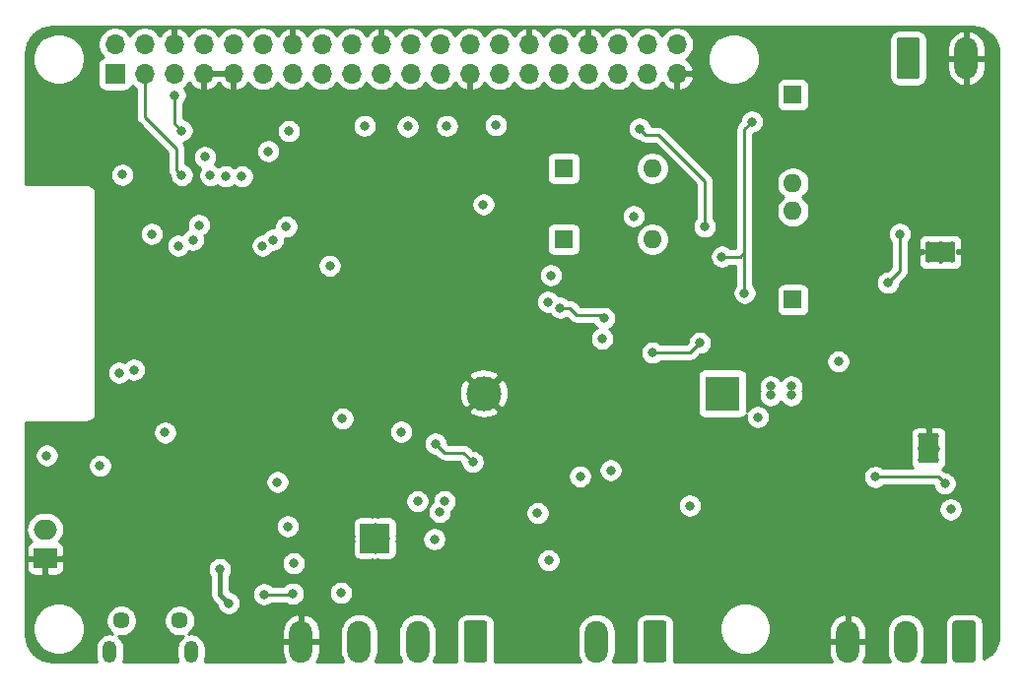
<source format=gbr>
G04 #@! TF.GenerationSoftware,KiCad,Pcbnew,(5.1.9)-1*
G04 #@! TF.CreationDate,2021-06-02T17:30:39-04:00*
G04 #@! TF.ProjectId,esp32 Core  V-0.1,65737033-3220-4436-9f72-652020562d30,rev?*
G04 #@! TF.SameCoordinates,Original*
G04 #@! TF.FileFunction,Copper,L4,Bot*
G04 #@! TF.FilePolarity,Positive*
%FSLAX46Y46*%
G04 Gerber Fmt 4.6, Leading zero omitted, Abs format (unit mm)*
G04 Created by KiCad (PCBNEW (5.1.9)-1) date 2021-06-02 17:30:39*
%MOMM*%
%LPD*%
G01*
G04 APERTURE LIST*
G04 #@! TA.AperFunction,ComponentPad*
%ADD10O,1.600000X1.600000*%
G04 #@! TD*
G04 #@! TA.AperFunction,ComponentPad*
%ADD11R,1.600000X1.600000*%
G04 #@! TD*
G04 #@! TA.AperFunction,SMDPad,CuDef*
%ADD12R,2.500000X1.800000*%
G04 #@! TD*
G04 #@! TA.AperFunction,ComponentPad*
%ADD13C,0.500000*%
G04 #@! TD*
G04 #@! TA.AperFunction,SMDPad,CuDef*
%ADD14R,1.800000X2.500000*%
G04 #@! TD*
G04 #@! TA.AperFunction,ComponentPad*
%ADD15O,2.000000X3.600000*%
G04 #@! TD*
G04 #@! TA.AperFunction,ComponentPad*
%ADD16R,3.000000X3.000000*%
G04 #@! TD*
G04 #@! TA.AperFunction,ComponentPad*
%ADD17C,3.000000*%
G04 #@! TD*
G04 #@! TA.AperFunction,ComponentPad*
%ADD18R,2.000000X1.700000*%
G04 #@! TD*
G04 #@! TA.AperFunction,ComponentPad*
%ADD19O,2.000000X1.700000*%
G04 #@! TD*
G04 #@! TA.AperFunction,ComponentPad*
%ADD20O,1.700000X1.700000*%
G04 #@! TD*
G04 #@! TA.AperFunction,ComponentPad*
%ADD21R,1.700000X1.700000*%
G04 #@! TD*
G04 #@! TA.AperFunction,SMDPad,CuDef*
%ADD22R,2.500000X2.500000*%
G04 #@! TD*
G04 #@! TA.AperFunction,ComponentPad*
%ADD23O,1.200000X1.900000*%
G04 #@! TD*
G04 #@! TA.AperFunction,ComponentPad*
%ADD24C,1.450000*%
G04 #@! TD*
G04 #@! TA.AperFunction,ViaPad*
%ADD25C,0.800000*%
G04 #@! TD*
G04 #@! TA.AperFunction,Conductor*
%ADD26C,0.250000*%
G04 #@! TD*
G04 #@! TA.AperFunction,Conductor*
%ADD27C,0.400000*%
G04 #@! TD*
G04 #@! TA.AperFunction,Conductor*
%ADD28C,0.254000*%
G04 #@! TD*
G04 #@! TA.AperFunction,Conductor*
%ADD29C,0.100000*%
G04 #@! TD*
G04 APERTURE END LIST*
D10*
G04 #@! TO.P,JP4,2*
G04 #@! TO.N,/AIN3*
X234520000Y-107900000D03*
D11*
G04 #@! TO.P,JP4,1*
G04 #@! TO.N,Net-(JP4-Pad1)*
X226900000Y-107900000D03*
G04 #@! TD*
D10*
G04 #@! TO.P,JP3,2*
G04 #@! TO.N,/AIN2*
X234520000Y-114000000D03*
D11*
G04 #@! TO.P,JP3,1*
G04 #@! TO.N,Net-(JP3-Pad1)*
X226900000Y-114000000D03*
G04 #@! TD*
D10*
G04 #@! TO.P,JP2,2*
G04 #@! TO.N,/AIN1*
X246600000Y-109200000D03*
D11*
G04 #@! TO.P,JP2,1*
G04 #@! TO.N,Net-(JP2-Pad1)*
X246600000Y-101580000D03*
G04 #@! TD*
D10*
G04 #@! TO.P,JP1,2*
G04 #@! TO.N,/AIN0*
X246600000Y-111580000D03*
D11*
G04 #@! TO.P,JP1,1*
G04 #@! TO.N,Net-(JP1-Pad1)*
X246600000Y-119200000D03*
G04 #@! TD*
D12*
G04 #@! TO.P,U13,9*
G04 #@! TO.N,GND*
X259270000Y-115096000D03*
D13*
X260270000Y-114446000D03*
X260270000Y-115746000D03*
X259270000Y-114446000D03*
X259270000Y-115746000D03*
X258270000Y-114446000D03*
X258270000Y-115746000D03*
G04 #@! TD*
D14*
G04 #@! TO.P,U1,9*
G04 #@! TO.N,GND*
X258246000Y-131976000D03*
D13*
X257596000Y-130976000D03*
X258896000Y-130976000D03*
X257596000Y-131976000D03*
X258896000Y-131976000D03*
X257596000Y-132976000D03*
X258896000Y-132976000D03*
G04 #@! TD*
D15*
G04 #@! TO.P,J5,3*
G04 #@! TO.N,GND*
X251305000Y-148590000D03*
G04 #@! TO.P,J5,2*
G04 #@! TO.N,+5VD*
X256305000Y-148590000D03*
G04 #@! TO.P,J5,1*
G04 #@! TO.N,VDC*
G04 #@! TA.AperFunction,ComponentPad*
G36*
G01*
X262305000Y-147040000D02*
X262305000Y-150140000D01*
G75*
G02*
X262055000Y-150390000I-250000J0D01*
G01*
X260555000Y-150390000D01*
G75*
G02*
X260305000Y-150140000I0J250000D01*
G01*
X260305000Y-147040000D01*
G75*
G02*
X260555000Y-146790000I250000J0D01*
G01*
X262055000Y-146790000D01*
G75*
G02*
X262305000Y-147040000I0J-250000D01*
G01*
G37*
G04 #@! TD.AperFunction*
G04 #@! TD*
G04 #@! TO.P,J4,2*
G04 #@! TO.N,GND*
X261500000Y-98425000D03*
G04 #@! TO.P,J4,1*
G04 #@! TO.N,+12V*
G04 #@! TA.AperFunction,ComponentPad*
G36*
G01*
X255500000Y-99975000D02*
X255500000Y-96875000D01*
G75*
G02*
X255750000Y-96625000I250000J0D01*
G01*
X257250000Y-96625000D01*
G75*
G02*
X257500000Y-96875000I0J-250000D01*
G01*
X257500000Y-99975000D01*
G75*
G02*
X257250000Y-100225000I-250000J0D01*
G01*
X255750000Y-100225000D01*
G75*
G02*
X255500000Y-99975000I0J250000D01*
G01*
G37*
G04 #@! TD.AperFunction*
G04 #@! TD*
G04 #@! TO.P,J13,4*
G04 #@! TO.N,GND*
X204343000Y-148590000D03*
G04 #@! TO.P,J13,3*
G04 #@! TO.N,/TX2*
X209343000Y-148590000D03*
G04 #@! TO.P,J13,2*
G04 #@! TO.N,/RX25*
X214343000Y-148590000D03*
G04 #@! TO.P,J13,1*
G04 #@! TO.N,+5V*
G04 #@! TA.AperFunction,ComponentPad*
G36*
G01*
X220343000Y-147040000D02*
X220343000Y-150140000D01*
G75*
G02*
X220093000Y-150390000I-250000J0D01*
G01*
X218593000Y-150390000D01*
G75*
G02*
X218343000Y-150140000I0J250000D01*
G01*
X218343000Y-147040000D01*
G75*
G02*
X218593000Y-146790000I250000J0D01*
G01*
X220093000Y-146790000D01*
G75*
G02*
X220343000Y-147040000I0J-250000D01*
G01*
G37*
G04 #@! TD.AperFunction*
G04 #@! TD*
G04 #@! TO.P,J2,2*
G04 #@! TO.N,/A*
X229743000Y-148590000D03*
G04 #@! TO.P,J2,1*
G04 #@! TO.N,/B*
G04 #@! TA.AperFunction,ComponentPad*
G36*
G01*
X235743000Y-147040000D02*
X235743000Y-150140000D01*
G75*
G02*
X235493000Y-150390000I-250000J0D01*
G01*
X233993000Y-150390000D01*
G75*
G02*
X233743000Y-150140000I0J250000D01*
G01*
X233743000Y-147040000D01*
G75*
G02*
X233993000Y-146790000I250000J0D01*
G01*
X235493000Y-146790000D01*
G75*
G02*
X235743000Y-147040000I0J-250000D01*
G01*
G37*
G04 #@! TD.AperFunction*
G04 #@! TD*
D16*
G04 #@! TO.P,BT1,1*
G04 #@! TO.N,Net-(BT1-Pad1)*
X240538000Y-127254000D03*
D17*
G04 #@! TO.P,BT1,2*
G04 #@! TO.N,GND*
X220048000Y-127254000D03*
G04 #@! TD*
D18*
G04 #@! TO.P,BT2,2*
G04 #@! TO.N,GND*
X182372000Y-141438000D03*
D19*
G04 #@! TO.P,BT2,1*
G04 #@! TO.N,+BATT*
X182372000Y-138938000D03*
G04 #@! TD*
D20*
G04 #@! TO.P,J3,40*
G04 #@! TO.N,/AIN1*
X236632600Y-97232300D03*
G04 #@! TO.P,J3,39*
G04 #@! TO.N,GND*
X236632600Y-99772300D03*
G04 #@! TO.P,J3,38*
G04 #@! TO.N,/AIN0*
X234092600Y-97232300D03*
G04 #@! TO.P,J3,37*
G04 #@! TO.N,/AIN2*
X234092600Y-99772300D03*
G04 #@! TO.P,J3,36*
G04 #@! TO.N,/O12*
X231552600Y-97232300D03*
G04 #@! TO.P,J3,35*
G04 #@! TO.N,/AIN3*
X231552600Y-99772300D03*
G04 #@! TO.P,J3,34*
G04 #@! TO.N,GND*
X229012600Y-97232300D03*
G04 #@! TO.P,J3,33*
G04 #@! TO.N,/O14*
X229012600Y-99772300D03*
G04 #@! TO.P,J3,32*
G04 #@! TO.N,/O26*
X226472600Y-97232300D03*
G04 #@! TO.P,J3,31*
G04 #@! TO.N,/O27*
X226472600Y-99772300D03*
G04 #@! TO.P,J3,30*
G04 #@! TO.N,GND*
X223932600Y-97232300D03*
G04 #@! TO.P,J3,29*
G04 #@! TO.N,/O25*
X223932600Y-99772300D03*
G04 #@! TO.P,J3,28*
G04 #@! TO.N,/COM*
X221392600Y-97232300D03*
G04 #@! TO.P,J3,27*
G04 #@! TO.N,/O33*
X221392600Y-99772300D03*
G04 #@! TO.P,J3,26*
G04 #@! TO.N,/CS*
X218852600Y-97232300D03*
G04 #@! TO.P,J3,25*
G04 #@! TO.N,GND*
X218852600Y-99772300D03*
G04 #@! TO.P,J3,24*
G04 #@! TO.N,/DI35*
X216312600Y-97232300D03*
G04 #@! TO.P,J3,23*
G04 #@! TO.N,/SCK*
X216312600Y-99772300D03*
G04 #@! TO.P,J3,22*
G04 #@! TO.N,/DI34*
X213772600Y-97232300D03*
G04 #@! TO.P,J3,21*
G04 #@! TO.N,/MISO*
X213772600Y-99772300D03*
G04 #@! TO.P,J3,20*
G04 #@! TO.N,GND*
X211232600Y-97232300D03*
G04 #@! TO.P,J3,19*
G04 #@! TO.N,/MOSI*
X211232600Y-99772300D03*
G04 #@! TO.P,J3,18*
G04 #@! TO.N,/DI39*
X208692600Y-97232300D03*
G04 #@! TO.P,J3,17*
G04 #@! TO.N,+3V3*
X208692600Y-99772300D03*
G04 #@! TO.P,J3,16*
G04 #@! TO.N,/IO2*
X206152600Y-97232300D03*
G04 #@! TO.P,J3,15*
G04 #@! TO.N,/DI36*
X206152600Y-99772300D03*
G04 #@! TO.P,J3,14*
G04 #@! TO.N,GND*
X203612600Y-97232300D03*
G04 #@! TO.P,J3,13*
G04 #@! TO.N,/GPIO0*
X203612600Y-99772300D03*
G04 #@! TO.P,J3,12*
G04 #@! TO.N,/IO4*
X201072600Y-97232300D03*
G04 #@! TO.P,J3,11*
G04 #@! TO.N,/RESET*
X201072600Y-99772300D03*
G04 #@! TO.P,J3,10*
G04 #@! TO.N,/RXD*
X198532600Y-97232300D03*
G04 #@! TO.P,J3,9*
G04 #@! TO.N,GND*
X198532600Y-99772300D03*
G04 #@! TO.P,J3,8*
G04 #@! TO.N,/TXD*
X195992600Y-97232300D03*
G04 #@! TO.P,J3,7*
G04 #@! TO.N,GND*
X195992600Y-99772300D03*
G04 #@! TO.P,J3,6*
X193452600Y-97232300D03*
G04 #@! TO.P,J3,5*
G04 #@! TO.N,/SCL*
X193452600Y-99772300D03*
G04 #@! TO.P,J3,4*
G04 #@! TO.N,+5V*
X190912600Y-97232300D03*
G04 #@! TO.P,J3,3*
G04 #@! TO.N,/SDA*
X190912600Y-99772300D03*
G04 #@! TO.P,J3,2*
G04 #@! TO.N,+5V*
X188372600Y-97232300D03*
D21*
G04 #@! TO.P,J3,1*
G04 #@! TO.N,+3V3*
X188372600Y-99772300D03*
G04 #@! TD*
D13*
G04 #@! TO.P,U5,29*
G04 #@! TO.N,GND*
X209693000Y-138700000D03*
X210693000Y-138700000D03*
X211693000Y-138700000D03*
X209693000Y-139700000D03*
X210693000Y-139700000D03*
X211693000Y-139700000D03*
X209693000Y-140700000D03*
X210693000Y-140700000D03*
X211693000Y-140700000D03*
D22*
X210693000Y-139700000D03*
G04 #@! TD*
D23*
G04 #@! TO.P,J1,6*
G04 #@! TO.N,/SHIELD*
X194905000Y-149479000D03*
X187905000Y-149479000D03*
D24*
X193905000Y-146779000D03*
X188905000Y-146779000D03*
G04 #@! TD*
D25*
G04 #@! TO.N,GND*
X193421000Y-145251000D03*
X228092000Y-142240000D03*
X236093000Y-143002000D03*
X210058000Y-109728000D03*
X213614000Y-109728000D03*
X217424000Y-109982000D03*
X221234000Y-109982000D03*
X263144000Y-120650000D03*
X216789000Y-126365000D03*
X205041500Y-130556000D03*
X200215500Y-133731000D03*
X193230500Y-140144500D03*
X248793000Y-133350000D03*
X248329500Y-96981500D03*
X184467500Y-135572500D03*
X243967000Y-111125000D03*
X225933000Y-130429000D03*
X234696000Y-127762000D03*
X188849000Y-138049000D03*
X245237000Y-143764000D03*
X240157000Y-136017000D03*
X234250000Y-118100000D03*
X243450000Y-121150000D03*
X242150000Y-123100000D03*
X251650000Y-116650000D03*
G04 #@! TO.N,+3V3*
X193500000Y-101600000D03*
X213512400Y-104292400D03*
X216865200Y-104241600D03*
X221081600Y-104190800D03*
X209804000Y-104241600D03*
X203301600Y-104691028D03*
X201522601Y-106426000D03*
X194106800Y-104648000D03*
X225806000Y-117094000D03*
X188722000Y-125476000D03*
X237744000Y-136906000D03*
X230200000Y-122550000D03*
X234550000Y-123750000D03*
X238600000Y-122900000D03*
G04 #@! TO.N,+5V*
X182499000Y-132588000D03*
X232918000Y-112014000D03*
X243586000Y-129286000D03*
X203200000Y-138684000D03*
X225615500Y-141605000D03*
X230949500Y-133858000D03*
X250500000Y-124500000D03*
G04 #@! TO.N,/TXD*
X193802000Y-114554000D03*
X216268080Y-137444147D03*
X214343990Y-136525000D03*
G04 #@! TO.N,/RXD*
X195072000Y-114046000D03*
X212946990Y-130556000D03*
G04 #@! TO.N,/RESET*
X196083347Y-106929347D03*
X189992000Y-125222000D03*
X224663000Y-137541000D03*
X192659000Y-130619500D03*
G04 #@! TO.N,/GPIO0*
X203073000Y-112903000D03*
X216662000Y-136525000D03*
G04 #@! TO.N,/CS*
X199263000Y-108585000D03*
G04 #@! TO.N,/DM*
X201168000Y-144526000D03*
X203649153Y-144467153D03*
G04 #@! TO.N,/DTR*
X219100000Y-133148012D03*
X215900000Y-131572000D03*
G04 #@! TO.N,/SDA*
X194090653Y-108490653D03*
X195580000Y-112776000D03*
X225552000Y-119380000D03*
G04 #@! TO.N,/SCL*
X226601000Y-119888000D03*
X230378000Y-120777000D03*
X191516000Y-113538000D03*
G04 #@! TO.N,/MISO*
X196550000Y-108500000D03*
G04 #@! TO.N,/SCK*
X197866000Y-108585000D03*
G04 #@! TO.N,/MOSI*
X189000000Y-108450000D03*
G04 #@! TO.N,VBUS*
X207772000Y-144399000D03*
X203708000Y-141859000D03*
X197358000Y-142367000D03*
X198124653Y-145292653D03*
G04 #@! TO.N,Net-(C1-Pad2)*
X259651500Y-135001000D03*
X253682500Y-134429500D03*
G04 #@! TO.N,/VIN*
X202311000Y-134874000D03*
X260159500Y-137223500D03*
G04 #@! TO.N,/IO13*
X207899000Y-129413000D03*
X228318153Y-134393847D03*
G04 #@! TO.N,/RX2*
X201930000Y-114046000D03*
X215800000Y-139800000D03*
G04 #@! TO.N,/TX2*
X201041000Y-114554000D03*
G04 #@! TO.N,/AN1*
X242443000Y-118618000D03*
X243078000Y-103886000D03*
X240500000Y-115500000D03*
G04 #@! TO.N,/AN3*
X239014000Y-112903000D03*
X233427000Y-104479000D03*
G04 #@! TO.N,Net-(C26-Pad2)*
X254762000Y-117729000D03*
X255778000Y-113538000D03*
G04 #@! TO.N,Net-(U7-Pad7)*
X244690000Y-127408000D03*
X244690000Y-126646000D03*
X246468000Y-126646000D03*
X246468000Y-127408000D03*
G04 #@! TO.N,/RGBLED*
X187071000Y-133477000D03*
X206819500Y-116268500D03*
G04 #@! TO.N,/COM*
X220000000Y-111000000D03*
G04 #@! TD*
D26*
G04 #@! TO.N,+3V3*
X193500000Y-104041200D02*
X194106800Y-104648000D01*
X193500000Y-101600000D02*
X193500000Y-104041200D01*
X237750000Y-123750000D02*
X234550000Y-123750000D01*
X238600000Y-122900000D02*
X237750000Y-123750000D01*
G04 #@! TO.N,/DM*
X203590306Y-144526000D02*
X203649153Y-144467153D01*
X201168000Y-144526000D02*
X203590306Y-144526000D01*
G04 #@! TO.N,/DTR*
X215900000Y-131572000D02*
X216662000Y-132334000D01*
X218285988Y-132334000D02*
X219100000Y-133148012D01*
X216662000Y-132334000D02*
X218285988Y-132334000D01*
G04 #@! TO.N,/SDA*
X190912600Y-103462600D02*
X190912600Y-99772300D01*
X193653153Y-106203153D02*
X190912600Y-103462600D01*
X193653153Y-108053153D02*
X193653153Y-106203153D01*
X194090653Y-108490653D02*
X193653153Y-108053153D01*
G04 #@! TO.N,/SCL*
X227416000Y-119888000D02*
X228051000Y-120523000D01*
X226601000Y-119888000D02*
X227416000Y-119888000D01*
X230124000Y-120523000D02*
X230378000Y-120777000D01*
X228051000Y-120523000D02*
X230124000Y-120523000D01*
D27*
G04 #@! TO.N,VBUS*
X197358000Y-144526000D02*
X198124653Y-145292653D01*
X197358000Y-142367000D02*
X197358000Y-144526000D01*
D26*
G04 #@! TO.N,Net-(C1-Pad2)*
X259080000Y-134429500D02*
X253682500Y-134429500D01*
X259651500Y-135001000D02*
X259080000Y-134429500D01*
G04 #@! TO.N,/AN1*
X242443000Y-104521000D02*
X242506500Y-104457500D01*
X243078000Y-103886000D02*
X242506500Y-104457500D01*
X242086000Y-115500000D02*
X242443000Y-115143000D01*
X240500000Y-115500000D02*
X242086000Y-115500000D01*
X242443000Y-115143000D02*
X242443000Y-104521000D01*
X242443000Y-118618000D02*
X242443000Y-115143000D01*
G04 #@! TO.N,/AN3*
X239014000Y-108966000D02*
X235077000Y-105029000D01*
X239014000Y-112903000D02*
X239014000Y-108966000D01*
X233977000Y-105029000D02*
X233427000Y-104479000D01*
X235077000Y-105029000D02*
X233977000Y-105029000D01*
G04 #@! TO.N,Net-(C26-Pad2)*
X255778000Y-116713000D02*
X255778000Y-113538000D01*
X254762000Y-117729000D02*
X255778000Y-116713000D01*
G04 #@! TD*
D28*
G04 #@! TO.N,GND*
X262444134Y-95756953D02*
X262871355Y-95885938D01*
X263265384Y-96095446D01*
X263611214Y-96377499D01*
X263895673Y-96721351D01*
X264107929Y-97113910D01*
X264239892Y-97540213D01*
X264290000Y-98016964D01*
X264290001Y-147965269D01*
X264243048Y-148444133D01*
X264114063Y-148871353D01*
X263904554Y-149265384D01*
X263622501Y-149611214D01*
X263278651Y-149895672D01*
X262943072Y-150077118D01*
X262943072Y-147040000D01*
X262926008Y-146866746D01*
X262875472Y-146700150D01*
X262793405Y-146546614D01*
X262682962Y-146412038D01*
X262548386Y-146301595D01*
X262394850Y-146219528D01*
X262228254Y-146168992D01*
X262055000Y-146151928D01*
X260555000Y-146151928D01*
X260381746Y-146168992D01*
X260215150Y-146219528D01*
X260061614Y-146301595D01*
X259927038Y-146412038D01*
X259816595Y-146546614D01*
X259734528Y-146700150D01*
X259683992Y-146866746D01*
X259666928Y-147040000D01*
X259666928Y-150140000D01*
X259681702Y-150290000D01*
X257677847Y-150290000D01*
X257822852Y-150018715D01*
X257916343Y-149710516D01*
X257940000Y-149470322D01*
X257940000Y-147709678D01*
X257916343Y-147469484D01*
X257822852Y-147161285D01*
X257671031Y-146877248D01*
X257466714Y-146628286D01*
X257217752Y-146423969D01*
X256933715Y-146272148D01*
X256625516Y-146178657D01*
X256305000Y-146147089D01*
X255984485Y-146178657D01*
X255676286Y-146272148D01*
X255392249Y-146423969D01*
X255143287Y-146628286D01*
X254938970Y-146877248D01*
X254787149Y-147161285D01*
X254693658Y-147469484D01*
X254670000Y-147709678D01*
X254670000Y-149470321D01*
X254693657Y-149710515D01*
X254787148Y-150018714D01*
X254932153Y-150290000D01*
X252666678Y-150290000D01*
X252766942Y-150133020D01*
X252883807Y-149833532D01*
X252940000Y-149517000D01*
X252940000Y-148717000D01*
X251432000Y-148717000D01*
X251432000Y-148737000D01*
X251178000Y-148737000D01*
X251178000Y-148717000D01*
X249670000Y-148717000D01*
X249670000Y-149517000D01*
X249726193Y-149833532D01*
X249843058Y-150133020D01*
X249943322Y-150290000D01*
X236366298Y-150290000D01*
X236381072Y-150140000D01*
X236381072Y-147279872D01*
X240265000Y-147279872D01*
X240265000Y-147720128D01*
X240350890Y-148151925D01*
X240519369Y-148558669D01*
X240763962Y-148924729D01*
X241075271Y-149236038D01*
X241441331Y-149480631D01*
X241848075Y-149649110D01*
X242279872Y-149735000D01*
X242720128Y-149735000D01*
X243151925Y-149649110D01*
X243558669Y-149480631D01*
X243924729Y-149236038D01*
X244236038Y-148924729D01*
X244480631Y-148558669D01*
X244649110Y-148151925D01*
X244735000Y-147720128D01*
X244735000Y-147663000D01*
X249670000Y-147663000D01*
X249670000Y-148463000D01*
X251178000Y-148463000D01*
X251178000Y-146319223D01*
X251432000Y-146319223D01*
X251432000Y-148463000D01*
X252940000Y-148463000D01*
X252940000Y-147663000D01*
X252883807Y-147346468D01*
X252766942Y-147046980D01*
X252593895Y-146776046D01*
X252371317Y-146544078D01*
X252107761Y-146359990D01*
X251813355Y-146230856D01*
X251685434Y-146199876D01*
X251432000Y-146319223D01*
X251178000Y-146319223D01*
X250924566Y-146199876D01*
X250796645Y-146230856D01*
X250502239Y-146359990D01*
X250238683Y-146544078D01*
X250016105Y-146776046D01*
X249843058Y-147046980D01*
X249726193Y-147346468D01*
X249670000Y-147663000D01*
X244735000Y-147663000D01*
X244735000Y-147279872D01*
X244649110Y-146848075D01*
X244480631Y-146441331D01*
X244236038Y-146075271D01*
X243924729Y-145763962D01*
X243558669Y-145519369D01*
X243151925Y-145350890D01*
X242720128Y-145265000D01*
X242279872Y-145265000D01*
X241848075Y-145350890D01*
X241441331Y-145519369D01*
X241075271Y-145763962D01*
X240763962Y-146075271D01*
X240519369Y-146441331D01*
X240350890Y-146848075D01*
X240265000Y-147279872D01*
X236381072Y-147279872D01*
X236381072Y-147040000D01*
X236364008Y-146866746D01*
X236313472Y-146700150D01*
X236231405Y-146546614D01*
X236120962Y-146412038D01*
X235986386Y-146301595D01*
X235832850Y-146219528D01*
X235666254Y-146168992D01*
X235493000Y-146151928D01*
X233993000Y-146151928D01*
X233819746Y-146168992D01*
X233653150Y-146219528D01*
X233499614Y-146301595D01*
X233365038Y-146412038D01*
X233254595Y-146546614D01*
X233172528Y-146700150D01*
X233121992Y-146866746D01*
X233104928Y-147040000D01*
X233104928Y-150140000D01*
X233119702Y-150290000D01*
X231115847Y-150290000D01*
X231260852Y-150018715D01*
X231354343Y-149710516D01*
X231378000Y-149470322D01*
X231378000Y-147709678D01*
X231354343Y-147469484D01*
X231260852Y-147161285D01*
X231109031Y-146877248D01*
X230904714Y-146628286D01*
X230655752Y-146423969D01*
X230371715Y-146272148D01*
X230063516Y-146178657D01*
X229743000Y-146147089D01*
X229422485Y-146178657D01*
X229114286Y-146272148D01*
X228830249Y-146423969D01*
X228581287Y-146628286D01*
X228376970Y-146877248D01*
X228225149Y-147161285D01*
X228131658Y-147469484D01*
X228108000Y-147709678D01*
X228108000Y-149470321D01*
X228131657Y-149710515D01*
X228225148Y-150018714D01*
X228370153Y-150290000D01*
X220966298Y-150290000D01*
X220981072Y-150140000D01*
X220981072Y-147040000D01*
X220964008Y-146866746D01*
X220913472Y-146700150D01*
X220831405Y-146546614D01*
X220720962Y-146412038D01*
X220586386Y-146301595D01*
X220432850Y-146219528D01*
X220266254Y-146168992D01*
X220093000Y-146151928D01*
X218593000Y-146151928D01*
X218419746Y-146168992D01*
X218253150Y-146219528D01*
X218099614Y-146301595D01*
X217965038Y-146412038D01*
X217854595Y-146546614D01*
X217772528Y-146700150D01*
X217721992Y-146866746D01*
X217704928Y-147040000D01*
X217704928Y-150140000D01*
X217719702Y-150290000D01*
X215715847Y-150290000D01*
X215860852Y-150018715D01*
X215954343Y-149710516D01*
X215978000Y-149470322D01*
X215978000Y-147709678D01*
X215954343Y-147469484D01*
X215860852Y-147161285D01*
X215709031Y-146877248D01*
X215504714Y-146628286D01*
X215255752Y-146423969D01*
X214971715Y-146272148D01*
X214663516Y-146178657D01*
X214343000Y-146147089D01*
X214022485Y-146178657D01*
X213714286Y-146272148D01*
X213430249Y-146423969D01*
X213181287Y-146628286D01*
X212976970Y-146877248D01*
X212825149Y-147161285D01*
X212731658Y-147469484D01*
X212708000Y-147709678D01*
X212708000Y-149470321D01*
X212731657Y-149710515D01*
X212825148Y-150018714D01*
X212970153Y-150290000D01*
X210715847Y-150290000D01*
X210860852Y-150018715D01*
X210954343Y-149710516D01*
X210978000Y-149470322D01*
X210978000Y-147709678D01*
X210954343Y-147469484D01*
X210860852Y-147161285D01*
X210709031Y-146877248D01*
X210504714Y-146628286D01*
X210255752Y-146423969D01*
X209971715Y-146272148D01*
X209663516Y-146178657D01*
X209343000Y-146147089D01*
X209022485Y-146178657D01*
X208714286Y-146272148D01*
X208430249Y-146423969D01*
X208181287Y-146628286D01*
X207976970Y-146877248D01*
X207825149Y-147161285D01*
X207731658Y-147469484D01*
X207708000Y-147709678D01*
X207708000Y-149470321D01*
X207731657Y-149710515D01*
X207825148Y-150018714D01*
X207970153Y-150290000D01*
X205704678Y-150290000D01*
X205804942Y-150133020D01*
X205921807Y-149833532D01*
X205978000Y-149517000D01*
X205978000Y-148717000D01*
X204470000Y-148717000D01*
X204470000Y-148737000D01*
X204216000Y-148737000D01*
X204216000Y-148717000D01*
X202708000Y-148717000D01*
X202708000Y-149517000D01*
X202764193Y-149833532D01*
X202881058Y-150133020D01*
X202981322Y-150290000D01*
X196055728Y-150290000D01*
X196122130Y-150071101D01*
X196140000Y-149889664D01*
X196140000Y-149068335D01*
X196122130Y-148886898D01*
X196051511Y-148654099D01*
X195936833Y-148439551D01*
X195782502Y-148251498D01*
X195594448Y-148097167D01*
X195379900Y-147982489D01*
X195147101Y-147911870D01*
X194905000Y-147888025D01*
X194662898Y-147911870D01*
X194652965Y-147914883D01*
X194771949Y-147835381D01*
X194944330Y-147663000D01*
X202708000Y-147663000D01*
X202708000Y-148463000D01*
X204216000Y-148463000D01*
X204216000Y-146319223D01*
X204470000Y-146319223D01*
X204470000Y-148463000D01*
X205978000Y-148463000D01*
X205978000Y-147663000D01*
X205921807Y-147346468D01*
X205804942Y-147046980D01*
X205631895Y-146776046D01*
X205409317Y-146544078D01*
X205145761Y-146359990D01*
X204851355Y-146230856D01*
X204723434Y-146199876D01*
X204470000Y-146319223D01*
X204216000Y-146319223D01*
X203962566Y-146199876D01*
X203834645Y-146230856D01*
X203540239Y-146359990D01*
X203276683Y-146544078D01*
X203054105Y-146776046D01*
X202881058Y-147046980D01*
X202764193Y-147346468D01*
X202708000Y-147663000D01*
X194944330Y-147663000D01*
X194961381Y-147645949D01*
X195110216Y-147423201D01*
X195212736Y-147175697D01*
X195265000Y-146912948D01*
X195265000Y-146645052D01*
X195212736Y-146382303D01*
X195110216Y-146134799D01*
X194961381Y-145912051D01*
X194771949Y-145722619D01*
X194549201Y-145573784D01*
X194301697Y-145471264D01*
X194038948Y-145419000D01*
X193771052Y-145419000D01*
X193508303Y-145471264D01*
X193260799Y-145573784D01*
X193038051Y-145722619D01*
X192848619Y-145912051D01*
X192699784Y-146134799D01*
X192597264Y-146382303D01*
X192545000Y-146645052D01*
X192545000Y-146912948D01*
X192597264Y-147175697D01*
X192699784Y-147423201D01*
X192848619Y-147645949D01*
X193038051Y-147835381D01*
X193260799Y-147984216D01*
X193508303Y-148086736D01*
X193771052Y-148139000D01*
X194038948Y-148139000D01*
X194204768Y-148106016D01*
X194027498Y-148251498D01*
X193873167Y-148439552D01*
X193758489Y-148654100D01*
X193687870Y-148886899D01*
X193670000Y-149068336D01*
X193670000Y-149889665D01*
X193687870Y-150071102D01*
X193754272Y-150290000D01*
X189055728Y-150290000D01*
X189122130Y-150071102D01*
X189140000Y-149889665D01*
X189140000Y-149068336D01*
X189122130Y-148886899D01*
X189051511Y-148654099D01*
X188936833Y-148439551D01*
X188782502Y-148251498D01*
X188605232Y-148106016D01*
X188771052Y-148139000D01*
X189038948Y-148139000D01*
X189301697Y-148086736D01*
X189549201Y-147984216D01*
X189771949Y-147835381D01*
X189961381Y-147645949D01*
X190110216Y-147423201D01*
X190212736Y-147175697D01*
X190265000Y-146912948D01*
X190265000Y-146645052D01*
X190212736Y-146382303D01*
X190110216Y-146134799D01*
X189961381Y-145912051D01*
X189771949Y-145722619D01*
X189549201Y-145573784D01*
X189301697Y-145471264D01*
X189038948Y-145419000D01*
X188771052Y-145419000D01*
X188508303Y-145471264D01*
X188260799Y-145573784D01*
X188038051Y-145722619D01*
X187848619Y-145912051D01*
X187699784Y-146134799D01*
X187597264Y-146382303D01*
X187545000Y-146645052D01*
X187545000Y-146912948D01*
X187597264Y-147175697D01*
X187699784Y-147423201D01*
X187848619Y-147645949D01*
X188038051Y-147835381D01*
X188157035Y-147914883D01*
X188147102Y-147911870D01*
X187905000Y-147888025D01*
X187662899Y-147911870D01*
X187430100Y-147982489D01*
X187215552Y-148097167D01*
X187027499Y-148251498D01*
X186873168Y-148439551D01*
X186758489Y-148654099D01*
X186687870Y-148886898D01*
X186670000Y-149068335D01*
X186670000Y-149889664D01*
X186687870Y-150071101D01*
X186754272Y-150290000D01*
X183034721Y-150290000D01*
X182555867Y-150243048D01*
X182128647Y-150114063D01*
X181734616Y-149904554D01*
X181388786Y-149622501D01*
X181104328Y-149278651D01*
X180892073Y-148886093D01*
X180760109Y-148459788D01*
X180710000Y-147983036D01*
X180710000Y-147279872D01*
X181265000Y-147279872D01*
X181265000Y-147720128D01*
X181350890Y-148151925D01*
X181519369Y-148558669D01*
X181763962Y-148924729D01*
X182075271Y-149236038D01*
X182441331Y-149480631D01*
X182848075Y-149649110D01*
X183279872Y-149735000D01*
X183720128Y-149735000D01*
X184151925Y-149649110D01*
X184558669Y-149480631D01*
X184924729Y-149236038D01*
X185236038Y-148924729D01*
X185480631Y-148558669D01*
X185649110Y-148151925D01*
X185735000Y-147720128D01*
X185735000Y-147279872D01*
X185649110Y-146848075D01*
X185480631Y-146441331D01*
X185236038Y-146075271D01*
X184924729Y-145763962D01*
X184558669Y-145519369D01*
X184151925Y-145350890D01*
X183720128Y-145265000D01*
X183279872Y-145265000D01*
X182848075Y-145350890D01*
X182441331Y-145519369D01*
X182075271Y-145763962D01*
X181763962Y-146075271D01*
X181519369Y-146441331D01*
X181350890Y-146848075D01*
X181265000Y-147279872D01*
X180710000Y-147279872D01*
X180710000Y-142288000D01*
X180733928Y-142288000D01*
X180746188Y-142412482D01*
X180782498Y-142532180D01*
X180841463Y-142642494D01*
X180920815Y-142739185D01*
X181017506Y-142818537D01*
X181127820Y-142877502D01*
X181247518Y-142913812D01*
X181372000Y-142926072D01*
X182086250Y-142923000D01*
X182245000Y-142764250D01*
X182245000Y-141565000D01*
X182499000Y-141565000D01*
X182499000Y-142764250D01*
X182657750Y-142923000D01*
X183372000Y-142926072D01*
X183496482Y-142913812D01*
X183616180Y-142877502D01*
X183726494Y-142818537D01*
X183823185Y-142739185D01*
X183902537Y-142642494D01*
X183961502Y-142532180D01*
X183997812Y-142412482D01*
X184010072Y-142288000D01*
X184009948Y-142265061D01*
X196323000Y-142265061D01*
X196323000Y-142468939D01*
X196362774Y-142668898D01*
X196440795Y-142857256D01*
X196523000Y-142980285D01*
X196523001Y-144484972D01*
X196518960Y-144526000D01*
X196535082Y-144689688D01*
X196582828Y-144847086D01*
X196660364Y-144992145D01*
X196683907Y-145020832D01*
X196764710Y-145119291D01*
X196796574Y-145145441D01*
X197100560Y-145449428D01*
X197129427Y-145594551D01*
X197207448Y-145782909D01*
X197320716Y-145952427D01*
X197464879Y-146096590D01*
X197634397Y-146209858D01*
X197822755Y-146287879D01*
X198022714Y-146327653D01*
X198226592Y-146327653D01*
X198426551Y-146287879D01*
X198614909Y-146209858D01*
X198784427Y-146096590D01*
X198928590Y-145952427D01*
X199041858Y-145782909D01*
X199119879Y-145594551D01*
X199159653Y-145394592D01*
X199159653Y-145190714D01*
X199119879Y-144990755D01*
X199041858Y-144802397D01*
X198928590Y-144632879D01*
X198784427Y-144488716D01*
X198687664Y-144424061D01*
X200133000Y-144424061D01*
X200133000Y-144627939D01*
X200172774Y-144827898D01*
X200250795Y-145016256D01*
X200364063Y-145185774D01*
X200508226Y-145329937D01*
X200677744Y-145443205D01*
X200866102Y-145521226D01*
X201066061Y-145561000D01*
X201269939Y-145561000D01*
X201469898Y-145521226D01*
X201658256Y-145443205D01*
X201827774Y-145329937D01*
X201871711Y-145286000D01*
X203011693Y-145286000D01*
X203158897Y-145384358D01*
X203347255Y-145462379D01*
X203547214Y-145502153D01*
X203751092Y-145502153D01*
X203951051Y-145462379D01*
X204139409Y-145384358D01*
X204308927Y-145271090D01*
X204453090Y-145126927D01*
X204566358Y-144957409D01*
X204644379Y-144769051D01*
X204684153Y-144569092D01*
X204684153Y-144365214D01*
X204670597Y-144297061D01*
X206737000Y-144297061D01*
X206737000Y-144500939D01*
X206776774Y-144700898D01*
X206854795Y-144889256D01*
X206968063Y-145058774D01*
X207112226Y-145202937D01*
X207281744Y-145316205D01*
X207470102Y-145394226D01*
X207670061Y-145434000D01*
X207873939Y-145434000D01*
X208073898Y-145394226D01*
X208262256Y-145316205D01*
X208431774Y-145202937D01*
X208575937Y-145058774D01*
X208689205Y-144889256D01*
X208767226Y-144700898D01*
X208807000Y-144500939D01*
X208807000Y-144297061D01*
X208767226Y-144097102D01*
X208689205Y-143908744D01*
X208575937Y-143739226D01*
X208431774Y-143595063D01*
X208262256Y-143481795D01*
X208073898Y-143403774D01*
X207873939Y-143364000D01*
X207670061Y-143364000D01*
X207470102Y-143403774D01*
X207281744Y-143481795D01*
X207112226Y-143595063D01*
X206968063Y-143739226D01*
X206854795Y-143908744D01*
X206776774Y-144097102D01*
X206737000Y-144297061D01*
X204670597Y-144297061D01*
X204644379Y-144165255D01*
X204566358Y-143976897D01*
X204453090Y-143807379D01*
X204308927Y-143663216D01*
X204139409Y-143549948D01*
X203951051Y-143471927D01*
X203751092Y-143432153D01*
X203547214Y-143432153D01*
X203347255Y-143471927D01*
X203158897Y-143549948D01*
X202989379Y-143663216D01*
X202886595Y-143766000D01*
X201871711Y-143766000D01*
X201827774Y-143722063D01*
X201658256Y-143608795D01*
X201469898Y-143530774D01*
X201269939Y-143491000D01*
X201066061Y-143491000D01*
X200866102Y-143530774D01*
X200677744Y-143608795D01*
X200508226Y-143722063D01*
X200364063Y-143866226D01*
X200250795Y-144035744D01*
X200172774Y-144224102D01*
X200133000Y-144424061D01*
X198687664Y-144424061D01*
X198614909Y-144375448D01*
X198426551Y-144297427D01*
X198281428Y-144268560D01*
X198193000Y-144180133D01*
X198193000Y-142980285D01*
X198275205Y-142857256D01*
X198353226Y-142668898D01*
X198393000Y-142468939D01*
X198393000Y-142265061D01*
X198353226Y-142065102D01*
X198275205Y-141876744D01*
X198195236Y-141757061D01*
X202673000Y-141757061D01*
X202673000Y-141960939D01*
X202712774Y-142160898D01*
X202790795Y-142349256D01*
X202904063Y-142518774D01*
X203048226Y-142662937D01*
X203217744Y-142776205D01*
X203406102Y-142854226D01*
X203606061Y-142894000D01*
X203809939Y-142894000D01*
X204009898Y-142854226D01*
X204198256Y-142776205D01*
X204367774Y-142662937D01*
X204511937Y-142518774D01*
X204625205Y-142349256D01*
X204703226Y-142160898D01*
X204743000Y-141960939D01*
X204743000Y-141757061D01*
X204703226Y-141557102D01*
X204625205Y-141368744D01*
X204511937Y-141199226D01*
X204367774Y-141055063D01*
X204198256Y-140941795D01*
X204009898Y-140863774D01*
X203809939Y-140824000D01*
X203606061Y-140824000D01*
X203406102Y-140863774D01*
X203217744Y-140941795D01*
X203048226Y-141055063D01*
X202904063Y-141199226D01*
X202790795Y-141368744D01*
X202712774Y-141557102D01*
X202673000Y-141757061D01*
X198195236Y-141757061D01*
X198161937Y-141707226D01*
X198017774Y-141563063D01*
X197848256Y-141449795D01*
X197659898Y-141371774D01*
X197459939Y-141332000D01*
X197256061Y-141332000D01*
X197056102Y-141371774D01*
X196867744Y-141449795D01*
X196698226Y-141563063D01*
X196554063Y-141707226D01*
X196440795Y-141876744D01*
X196362774Y-142065102D01*
X196323000Y-142265061D01*
X184009948Y-142265061D01*
X184007000Y-141723750D01*
X183848250Y-141565000D01*
X182499000Y-141565000D01*
X182245000Y-141565000D01*
X180895750Y-141565000D01*
X180737000Y-141723750D01*
X180733928Y-142288000D01*
X180710000Y-142288000D01*
X180710000Y-138938000D01*
X180729815Y-138938000D01*
X180758487Y-139229111D01*
X180843401Y-139509034D01*
X180981294Y-139767014D01*
X181162608Y-139987945D01*
X181127820Y-139998498D01*
X181017506Y-140057463D01*
X180920815Y-140136815D01*
X180841463Y-140233506D01*
X180782498Y-140343820D01*
X180746188Y-140463518D01*
X180733928Y-140588000D01*
X180737000Y-141152250D01*
X180895750Y-141311000D01*
X182245000Y-141311000D01*
X182245000Y-141291000D01*
X182499000Y-141291000D01*
X182499000Y-141311000D01*
X183848250Y-141311000D01*
X184007000Y-141152250D01*
X184010072Y-140588000D01*
X183997812Y-140463518D01*
X183961502Y-140343820D01*
X183902537Y-140233506D01*
X183823185Y-140136815D01*
X183726494Y-140057463D01*
X183616180Y-139998498D01*
X183581392Y-139987945D01*
X183762706Y-139767014D01*
X183900599Y-139509034D01*
X183985513Y-139229111D01*
X184014185Y-138938000D01*
X183985513Y-138646889D01*
X183965848Y-138582061D01*
X202165000Y-138582061D01*
X202165000Y-138785939D01*
X202204774Y-138985898D01*
X202282795Y-139174256D01*
X202396063Y-139343774D01*
X202540226Y-139487937D01*
X202709744Y-139601205D01*
X202898102Y-139679226D01*
X203098061Y-139719000D01*
X203301939Y-139719000D01*
X203501898Y-139679226D01*
X203690256Y-139601205D01*
X203859774Y-139487937D01*
X204003937Y-139343774D01*
X204117205Y-139174256D01*
X204195226Y-138985898D01*
X204235000Y-138785939D01*
X204235000Y-138582061D01*
X204208732Y-138450000D01*
X208804928Y-138450000D01*
X208808000Y-139414250D01*
X208840856Y-139447106D01*
X208807887Y-139613998D01*
X208808116Y-139788328D01*
X208841039Y-139952711D01*
X208808000Y-139985750D01*
X208804928Y-140950000D01*
X208817188Y-141074482D01*
X208853498Y-141194180D01*
X208912463Y-141304494D01*
X208991815Y-141401185D01*
X209088506Y-141480537D01*
X209198820Y-141539502D01*
X209318518Y-141575812D01*
X209443000Y-141588072D01*
X210407250Y-141585000D01*
X210440106Y-141552144D01*
X210606998Y-141585113D01*
X210781328Y-141584884D01*
X210945711Y-141551961D01*
X210978750Y-141585000D01*
X211943000Y-141588072D01*
X212067482Y-141575812D01*
X212187180Y-141539502D01*
X212255355Y-141503061D01*
X224580500Y-141503061D01*
X224580500Y-141706939D01*
X224620274Y-141906898D01*
X224698295Y-142095256D01*
X224811563Y-142264774D01*
X224955726Y-142408937D01*
X225125244Y-142522205D01*
X225313602Y-142600226D01*
X225513561Y-142640000D01*
X225717439Y-142640000D01*
X225917398Y-142600226D01*
X226105756Y-142522205D01*
X226275274Y-142408937D01*
X226419437Y-142264774D01*
X226532705Y-142095256D01*
X226610726Y-141906898D01*
X226650500Y-141706939D01*
X226650500Y-141503061D01*
X226610726Y-141303102D01*
X226532705Y-141114744D01*
X226419437Y-140945226D01*
X226275274Y-140801063D01*
X226105756Y-140687795D01*
X225917398Y-140609774D01*
X225717439Y-140570000D01*
X225513561Y-140570000D01*
X225313602Y-140609774D01*
X225125244Y-140687795D01*
X224955726Y-140801063D01*
X224811563Y-140945226D01*
X224698295Y-141114744D01*
X224620274Y-141303102D01*
X224580500Y-141503061D01*
X212255355Y-141503061D01*
X212297494Y-141480537D01*
X212394185Y-141401185D01*
X212473537Y-141304494D01*
X212532502Y-141194180D01*
X212568812Y-141074482D01*
X212581072Y-140950000D01*
X212578000Y-139985750D01*
X212545144Y-139952894D01*
X212578113Y-139786002D01*
X212577998Y-139698061D01*
X214765000Y-139698061D01*
X214765000Y-139901939D01*
X214804774Y-140101898D01*
X214882795Y-140290256D01*
X214996063Y-140459774D01*
X215140226Y-140603937D01*
X215309744Y-140717205D01*
X215498102Y-140795226D01*
X215698061Y-140835000D01*
X215901939Y-140835000D01*
X216101898Y-140795226D01*
X216290256Y-140717205D01*
X216459774Y-140603937D01*
X216603937Y-140459774D01*
X216717205Y-140290256D01*
X216795226Y-140101898D01*
X216835000Y-139901939D01*
X216835000Y-139698061D01*
X216795226Y-139498102D01*
X216717205Y-139309744D01*
X216603937Y-139140226D01*
X216459774Y-138996063D01*
X216290256Y-138882795D01*
X216101898Y-138804774D01*
X215901939Y-138765000D01*
X215698061Y-138765000D01*
X215498102Y-138804774D01*
X215309744Y-138882795D01*
X215140226Y-138996063D01*
X214996063Y-139140226D01*
X214882795Y-139309744D01*
X214804774Y-139498102D01*
X214765000Y-139698061D01*
X212577998Y-139698061D01*
X212577884Y-139611672D01*
X212544961Y-139447289D01*
X212578000Y-139414250D01*
X212581072Y-138450000D01*
X212568812Y-138325518D01*
X212532502Y-138205820D01*
X212473537Y-138095506D01*
X212394185Y-137998815D01*
X212297494Y-137919463D01*
X212187180Y-137860498D01*
X212067482Y-137824188D01*
X211943000Y-137811928D01*
X210978750Y-137815000D01*
X210945894Y-137847856D01*
X210779002Y-137814887D01*
X210604672Y-137815116D01*
X210440289Y-137848039D01*
X210407250Y-137815000D01*
X209443000Y-137811928D01*
X209318518Y-137824188D01*
X209198820Y-137860498D01*
X209088506Y-137919463D01*
X208991815Y-137998815D01*
X208912463Y-138095506D01*
X208853498Y-138205820D01*
X208817188Y-138325518D01*
X208804928Y-138450000D01*
X204208732Y-138450000D01*
X204195226Y-138382102D01*
X204117205Y-138193744D01*
X204003937Y-138024226D01*
X203859774Y-137880063D01*
X203690256Y-137766795D01*
X203501898Y-137688774D01*
X203301939Y-137649000D01*
X203098061Y-137649000D01*
X202898102Y-137688774D01*
X202709744Y-137766795D01*
X202540226Y-137880063D01*
X202396063Y-138024226D01*
X202282795Y-138193744D01*
X202204774Y-138382102D01*
X202165000Y-138582061D01*
X183965848Y-138582061D01*
X183900599Y-138366966D01*
X183762706Y-138108986D01*
X183577134Y-137882866D01*
X183351014Y-137697294D01*
X183093034Y-137559401D01*
X182813111Y-137474487D01*
X182594950Y-137453000D01*
X182149050Y-137453000D01*
X181930889Y-137474487D01*
X181650966Y-137559401D01*
X181392986Y-137697294D01*
X181166866Y-137882866D01*
X180981294Y-138108986D01*
X180843401Y-138366966D01*
X180758487Y-138646889D01*
X180729815Y-138938000D01*
X180710000Y-138938000D01*
X180710000Y-136423061D01*
X213308990Y-136423061D01*
X213308990Y-136626939D01*
X213348764Y-136826898D01*
X213426785Y-137015256D01*
X213540053Y-137184774D01*
X213684216Y-137328937D01*
X213853734Y-137442205D01*
X214042092Y-137520226D01*
X214242051Y-137560000D01*
X214445929Y-137560000D01*
X214645888Y-137520226D01*
X214834246Y-137442205D01*
X214983902Y-137342208D01*
X215233080Y-137342208D01*
X215233080Y-137546086D01*
X215272854Y-137746045D01*
X215350875Y-137934403D01*
X215464143Y-138103921D01*
X215608306Y-138248084D01*
X215777824Y-138361352D01*
X215966182Y-138439373D01*
X216166141Y-138479147D01*
X216370019Y-138479147D01*
X216569978Y-138439373D01*
X216758336Y-138361352D01*
X216927854Y-138248084D01*
X217072017Y-138103921D01*
X217185285Y-137934403D01*
X217263306Y-137746045D01*
X217303080Y-137546086D01*
X217303080Y-137439061D01*
X223628000Y-137439061D01*
X223628000Y-137642939D01*
X223667774Y-137842898D01*
X223745795Y-138031256D01*
X223859063Y-138200774D01*
X224003226Y-138344937D01*
X224172744Y-138458205D01*
X224361102Y-138536226D01*
X224561061Y-138576000D01*
X224764939Y-138576000D01*
X224964898Y-138536226D01*
X225153256Y-138458205D01*
X225322774Y-138344937D01*
X225466937Y-138200774D01*
X225580205Y-138031256D01*
X225658226Y-137842898D01*
X225698000Y-137642939D01*
X225698000Y-137439061D01*
X225658226Y-137239102D01*
X225580205Y-137050744D01*
X225466937Y-136881226D01*
X225389772Y-136804061D01*
X236709000Y-136804061D01*
X236709000Y-137007939D01*
X236748774Y-137207898D01*
X236826795Y-137396256D01*
X236940063Y-137565774D01*
X237084226Y-137709937D01*
X237253744Y-137823205D01*
X237442102Y-137901226D01*
X237642061Y-137941000D01*
X237845939Y-137941000D01*
X238045898Y-137901226D01*
X238234256Y-137823205D01*
X238403774Y-137709937D01*
X238547937Y-137565774D01*
X238661205Y-137396256D01*
X238739226Y-137207898D01*
X238756399Y-137121561D01*
X259124500Y-137121561D01*
X259124500Y-137325439D01*
X259164274Y-137525398D01*
X259242295Y-137713756D01*
X259355563Y-137883274D01*
X259499726Y-138027437D01*
X259669244Y-138140705D01*
X259857602Y-138218726D01*
X260057561Y-138258500D01*
X260261439Y-138258500D01*
X260461398Y-138218726D01*
X260649756Y-138140705D01*
X260819274Y-138027437D01*
X260963437Y-137883274D01*
X261076705Y-137713756D01*
X261154726Y-137525398D01*
X261194500Y-137325439D01*
X261194500Y-137121561D01*
X261154726Y-136921602D01*
X261076705Y-136733244D01*
X260963437Y-136563726D01*
X260819274Y-136419563D01*
X260649756Y-136306295D01*
X260461398Y-136228274D01*
X260261439Y-136188500D01*
X260057561Y-136188500D01*
X259857602Y-136228274D01*
X259669244Y-136306295D01*
X259499726Y-136419563D01*
X259355563Y-136563726D01*
X259242295Y-136733244D01*
X259164274Y-136921602D01*
X259124500Y-137121561D01*
X238756399Y-137121561D01*
X238779000Y-137007939D01*
X238779000Y-136804061D01*
X238739226Y-136604102D01*
X238661205Y-136415744D01*
X238547937Y-136246226D01*
X238403774Y-136102063D01*
X238234256Y-135988795D01*
X238045898Y-135910774D01*
X237845939Y-135871000D01*
X237642061Y-135871000D01*
X237442102Y-135910774D01*
X237253744Y-135988795D01*
X237084226Y-136102063D01*
X236940063Y-136246226D01*
X236826795Y-136415744D01*
X236748774Y-136604102D01*
X236709000Y-136804061D01*
X225389772Y-136804061D01*
X225322774Y-136737063D01*
X225153256Y-136623795D01*
X224964898Y-136545774D01*
X224764939Y-136506000D01*
X224561061Y-136506000D01*
X224361102Y-136545774D01*
X224172744Y-136623795D01*
X224003226Y-136737063D01*
X223859063Y-136881226D01*
X223745795Y-137050744D01*
X223667774Y-137239102D01*
X223628000Y-137439061D01*
X217303080Y-137439061D01*
X217303080Y-137342208D01*
X217302943Y-137341519D01*
X217321774Y-137328937D01*
X217465937Y-137184774D01*
X217579205Y-137015256D01*
X217657226Y-136826898D01*
X217697000Y-136626939D01*
X217697000Y-136423061D01*
X217657226Y-136223102D01*
X217579205Y-136034744D01*
X217465937Y-135865226D01*
X217321774Y-135721063D01*
X217152256Y-135607795D01*
X216963898Y-135529774D01*
X216763939Y-135490000D01*
X216560061Y-135490000D01*
X216360102Y-135529774D01*
X216171744Y-135607795D01*
X216002226Y-135721063D01*
X215858063Y-135865226D01*
X215744795Y-136034744D01*
X215666774Y-136223102D01*
X215627000Y-136423061D01*
X215627000Y-136626939D01*
X215627137Y-136627628D01*
X215608306Y-136640210D01*
X215464143Y-136784373D01*
X215350875Y-136953891D01*
X215272854Y-137142249D01*
X215233080Y-137342208D01*
X214983902Y-137342208D01*
X215003764Y-137328937D01*
X215147927Y-137184774D01*
X215261195Y-137015256D01*
X215339216Y-136826898D01*
X215378990Y-136626939D01*
X215378990Y-136423061D01*
X215339216Y-136223102D01*
X215261195Y-136034744D01*
X215147927Y-135865226D01*
X215003764Y-135721063D01*
X214834246Y-135607795D01*
X214645888Y-135529774D01*
X214445929Y-135490000D01*
X214242051Y-135490000D01*
X214042092Y-135529774D01*
X213853734Y-135607795D01*
X213684216Y-135721063D01*
X213540053Y-135865226D01*
X213426785Y-136034744D01*
X213348764Y-136223102D01*
X213308990Y-136423061D01*
X180710000Y-136423061D01*
X180710000Y-134772061D01*
X201276000Y-134772061D01*
X201276000Y-134975939D01*
X201315774Y-135175898D01*
X201393795Y-135364256D01*
X201507063Y-135533774D01*
X201651226Y-135677937D01*
X201820744Y-135791205D01*
X202009102Y-135869226D01*
X202209061Y-135909000D01*
X202412939Y-135909000D01*
X202612898Y-135869226D01*
X202801256Y-135791205D01*
X202970774Y-135677937D01*
X203114937Y-135533774D01*
X203228205Y-135364256D01*
X203306226Y-135175898D01*
X203346000Y-134975939D01*
X203346000Y-134772061D01*
X203306226Y-134572102D01*
X203228205Y-134383744D01*
X203166843Y-134291908D01*
X227283153Y-134291908D01*
X227283153Y-134495786D01*
X227322927Y-134695745D01*
X227400948Y-134884103D01*
X227514216Y-135053621D01*
X227658379Y-135197784D01*
X227827897Y-135311052D01*
X228016255Y-135389073D01*
X228216214Y-135428847D01*
X228420092Y-135428847D01*
X228620051Y-135389073D01*
X228808409Y-135311052D01*
X228977927Y-135197784D01*
X229122090Y-135053621D01*
X229235358Y-134884103D01*
X229313379Y-134695745D01*
X229353153Y-134495786D01*
X229353153Y-134291908D01*
X229313379Y-134091949D01*
X229235358Y-133903591D01*
X229136782Y-133756061D01*
X229914500Y-133756061D01*
X229914500Y-133959939D01*
X229954274Y-134159898D01*
X230032295Y-134348256D01*
X230145563Y-134517774D01*
X230289726Y-134661937D01*
X230459244Y-134775205D01*
X230647602Y-134853226D01*
X230847561Y-134893000D01*
X231051439Y-134893000D01*
X231251398Y-134853226D01*
X231439756Y-134775205D01*
X231609274Y-134661937D01*
X231753437Y-134517774D01*
X231866705Y-134348256D01*
X231875277Y-134327561D01*
X252647500Y-134327561D01*
X252647500Y-134531439D01*
X252687274Y-134731398D01*
X252765295Y-134919756D01*
X252878563Y-135089274D01*
X253022726Y-135233437D01*
X253192244Y-135346705D01*
X253380602Y-135424726D01*
X253580561Y-135464500D01*
X253784439Y-135464500D01*
X253984398Y-135424726D01*
X254172756Y-135346705D01*
X254342274Y-135233437D01*
X254386211Y-135189500D01*
X258633718Y-135189500D01*
X258656274Y-135302898D01*
X258734295Y-135491256D01*
X258847563Y-135660774D01*
X258991726Y-135804937D01*
X259161244Y-135918205D01*
X259349602Y-135996226D01*
X259549561Y-136036000D01*
X259753439Y-136036000D01*
X259953398Y-135996226D01*
X260141756Y-135918205D01*
X260311274Y-135804937D01*
X260455437Y-135660774D01*
X260568705Y-135491256D01*
X260646726Y-135302898D01*
X260686500Y-135102939D01*
X260686500Y-134899061D01*
X260646726Y-134699102D01*
X260568705Y-134510744D01*
X260455437Y-134341226D01*
X260311274Y-134197063D01*
X260141756Y-134083795D01*
X259953398Y-134005774D01*
X259753439Y-133966000D01*
X259691301Y-133966000D01*
X259643803Y-133918502D01*
X259620001Y-133889499D01*
X259504276Y-133794526D01*
X259466849Y-133774521D01*
X259500494Y-133756537D01*
X259597185Y-133677185D01*
X259676537Y-133580494D01*
X259735502Y-133470180D01*
X259771812Y-133350482D01*
X259784072Y-133226000D01*
X259781000Y-132261750D01*
X259748144Y-132228894D01*
X259781113Y-132062002D01*
X259780884Y-131887672D01*
X259747961Y-131723289D01*
X259781000Y-131690250D01*
X259784072Y-130726000D01*
X259771812Y-130601518D01*
X259735502Y-130481820D01*
X259676537Y-130371506D01*
X259597185Y-130274815D01*
X259500494Y-130195463D01*
X259390180Y-130136498D01*
X259270482Y-130100188D01*
X259146000Y-130087928D01*
X258531750Y-130091000D01*
X258373000Y-130249750D01*
X258373000Y-130557658D01*
X258302193Y-130556141D01*
X258299836Y-130553784D01*
X258246000Y-130554937D01*
X258192164Y-130553784D01*
X258189807Y-130556141D01*
X258119000Y-130557658D01*
X258119000Y-130249750D01*
X257960250Y-130091000D01*
X257346000Y-130087928D01*
X257221518Y-130100188D01*
X257101820Y-130136498D01*
X256991506Y-130195463D01*
X256894815Y-130274815D01*
X256815463Y-130371506D01*
X256756498Y-130481820D01*
X256720188Y-130601518D01*
X256707928Y-130726000D01*
X256711000Y-131690250D01*
X256743856Y-131723106D01*
X256710887Y-131889998D01*
X256711116Y-132064328D01*
X256744039Y-132228711D01*
X256711000Y-132261750D01*
X256707928Y-133226000D01*
X256720188Y-133350482D01*
X256756498Y-133470180D01*
X256815463Y-133580494D01*
X256888508Y-133669500D01*
X254386211Y-133669500D01*
X254342274Y-133625563D01*
X254172756Y-133512295D01*
X253984398Y-133434274D01*
X253784439Y-133394500D01*
X253580561Y-133394500D01*
X253380602Y-133434274D01*
X253192244Y-133512295D01*
X253022726Y-133625563D01*
X252878563Y-133769726D01*
X252765295Y-133939244D01*
X252687274Y-134127602D01*
X252647500Y-134327561D01*
X231875277Y-134327561D01*
X231944726Y-134159898D01*
X231984500Y-133959939D01*
X231984500Y-133756061D01*
X231944726Y-133556102D01*
X231866705Y-133367744D01*
X231753437Y-133198226D01*
X231609274Y-133054063D01*
X231439756Y-132940795D01*
X231251398Y-132862774D01*
X231051439Y-132823000D01*
X230847561Y-132823000D01*
X230647602Y-132862774D01*
X230459244Y-132940795D01*
X230289726Y-133054063D01*
X230145563Y-133198226D01*
X230032295Y-133367744D01*
X229954274Y-133556102D01*
X229914500Y-133756061D01*
X229136782Y-133756061D01*
X229122090Y-133734073D01*
X228977927Y-133589910D01*
X228808409Y-133476642D01*
X228620051Y-133398621D01*
X228420092Y-133358847D01*
X228216214Y-133358847D01*
X228016255Y-133398621D01*
X227827897Y-133476642D01*
X227658379Y-133589910D01*
X227514216Y-133734073D01*
X227400948Y-133903591D01*
X227322927Y-134091949D01*
X227283153Y-134291908D01*
X203166843Y-134291908D01*
X203114937Y-134214226D01*
X202970774Y-134070063D01*
X202801256Y-133956795D01*
X202612898Y-133878774D01*
X202412939Y-133839000D01*
X202209061Y-133839000D01*
X202009102Y-133878774D01*
X201820744Y-133956795D01*
X201651226Y-134070063D01*
X201507063Y-134214226D01*
X201393795Y-134383744D01*
X201315774Y-134572102D01*
X201276000Y-134772061D01*
X180710000Y-134772061D01*
X180710000Y-132486061D01*
X181464000Y-132486061D01*
X181464000Y-132689939D01*
X181503774Y-132889898D01*
X181581795Y-133078256D01*
X181695063Y-133247774D01*
X181839226Y-133391937D01*
X182008744Y-133505205D01*
X182197102Y-133583226D01*
X182397061Y-133623000D01*
X182600939Y-133623000D01*
X182800898Y-133583226D01*
X182989256Y-133505205D01*
X183158774Y-133391937D01*
X183175650Y-133375061D01*
X186036000Y-133375061D01*
X186036000Y-133578939D01*
X186075774Y-133778898D01*
X186153795Y-133967256D01*
X186267063Y-134136774D01*
X186411226Y-134280937D01*
X186580744Y-134394205D01*
X186769102Y-134472226D01*
X186969061Y-134512000D01*
X187172939Y-134512000D01*
X187372898Y-134472226D01*
X187561256Y-134394205D01*
X187730774Y-134280937D01*
X187874937Y-134136774D01*
X187988205Y-133967256D01*
X188066226Y-133778898D01*
X188106000Y-133578939D01*
X188106000Y-133375061D01*
X188066226Y-133175102D01*
X187988205Y-132986744D01*
X187874937Y-132817226D01*
X187730774Y-132673063D01*
X187561256Y-132559795D01*
X187372898Y-132481774D01*
X187172939Y-132442000D01*
X186969061Y-132442000D01*
X186769102Y-132481774D01*
X186580744Y-132559795D01*
X186411226Y-132673063D01*
X186267063Y-132817226D01*
X186153795Y-132986744D01*
X186075774Y-133175102D01*
X186036000Y-133375061D01*
X183175650Y-133375061D01*
X183302937Y-133247774D01*
X183416205Y-133078256D01*
X183494226Y-132889898D01*
X183534000Y-132689939D01*
X183534000Y-132486061D01*
X183494226Y-132286102D01*
X183416205Y-132097744D01*
X183302937Y-131928226D01*
X183158774Y-131784063D01*
X182989256Y-131670795D01*
X182800898Y-131592774D01*
X182600939Y-131553000D01*
X182397061Y-131553000D01*
X182197102Y-131592774D01*
X182008744Y-131670795D01*
X181839226Y-131784063D01*
X181695063Y-131928226D01*
X181581795Y-132097744D01*
X181503774Y-132286102D01*
X181464000Y-132486061D01*
X180710000Y-132486061D01*
X180710000Y-130517561D01*
X191624000Y-130517561D01*
X191624000Y-130721439D01*
X191663774Y-130921398D01*
X191741795Y-131109756D01*
X191855063Y-131279274D01*
X191999226Y-131423437D01*
X192168744Y-131536705D01*
X192357102Y-131614726D01*
X192557061Y-131654500D01*
X192760939Y-131654500D01*
X192960898Y-131614726D01*
X193149256Y-131536705D01*
X193318774Y-131423437D01*
X193462937Y-131279274D01*
X193576205Y-131109756D01*
X193654226Y-130921398D01*
X193694000Y-130721439D01*
X193694000Y-130517561D01*
X193681370Y-130454061D01*
X211911990Y-130454061D01*
X211911990Y-130657939D01*
X211951764Y-130857898D01*
X212029785Y-131046256D01*
X212143053Y-131215774D01*
X212287216Y-131359937D01*
X212456734Y-131473205D01*
X212645092Y-131551226D01*
X212845051Y-131591000D01*
X213048929Y-131591000D01*
X213248888Y-131551226D01*
X213437246Y-131473205D01*
X213441951Y-131470061D01*
X214865000Y-131470061D01*
X214865000Y-131673939D01*
X214904774Y-131873898D01*
X214982795Y-132062256D01*
X215096063Y-132231774D01*
X215240226Y-132375937D01*
X215409744Y-132489205D01*
X215598102Y-132567226D01*
X215798061Y-132607000D01*
X215860198Y-132607000D01*
X216098201Y-132845002D01*
X216121999Y-132874001D01*
X216237724Y-132968974D01*
X216369753Y-133039546D01*
X216513014Y-133083003D01*
X216624667Y-133094000D01*
X216624675Y-133094000D01*
X216662000Y-133097676D01*
X216699325Y-133094000D01*
X217971187Y-133094000D01*
X218065000Y-133187813D01*
X218065000Y-133249951D01*
X218104774Y-133449910D01*
X218182795Y-133638268D01*
X218296063Y-133807786D01*
X218440226Y-133951949D01*
X218609744Y-134065217D01*
X218798102Y-134143238D01*
X218998061Y-134183012D01*
X219201939Y-134183012D01*
X219401898Y-134143238D01*
X219590256Y-134065217D01*
X219759774Y-133951949D01*
X219903937Y-133807786D01*
X220017205Y-133638268D01*
X220095226Y-133449910D01*
X220135000Y-133249951D01*
X220135000Y-133046073D01*
X220095226Y-132846114D01*
X220017205Y-132657756D01*
X219903937Y-132488238D01*
X219759774Y-132344075D01*
X219590256Y-132230807D01*
X219401898Y-132152786D01*
X219201939Y-132113012D01*
X219139801Y-132113012D01*
X218849791Y-131823002D01*
X218825989Y-131793999D01*
X218710264Y-131699026D01*
X218578235Y-131628454D01*
X218434974Y-131584997D01*
X218323321Y-131574000D01*
X218323310Y-131574000D01*
X218285988Y-131570324D01*
X218248666Y-131574000D01*
X216976802Y-131574000D01*
X216935000Y-131532198D01*
X216935000Y-131470061D01*
X216895226Y-131270102D01*
X216817205Y-131081744D01*
X216703937Y-130912226D01*
X216559774Y-130768063D01*
X216390256Y-130654795D01*
X216201898Y-130576774D01*
X216001939Y-130537000D01*
X215798061Y-130537000D01*
X215598102Y-130576774D01*
X215409744Y-130654795D01*
X215240226Y-130768063D01*
X215096063Y-130912226D01*
X214982795Y-131081744D01*
X214904774Y-131270102D01*
X214865000Y-131470061D01*
X213441951Y-131470061D01*
X213606764Y-131359937D01*
X213750927Y-131215774D01*
X213864195Y-131046256D01*
X213942216Y-130857898D01*
X213981990Y-130657939D01*
X213981990Y-130454061D01*
X213942216Y-130254102D01*
X213864195Y-130065744D01*
X213750927Y-129896226D01*
X213606764Y-129752063D01*
X213437246Y-129638795D01*
X213248888Y-129560774D01*
X213048929Y-129521000D01*
X212845051Y-129521000D01*
X212645092Y-129560774D01*
X212456734Y-129638795D01*
X212287216Y-129752063D01*
X212143053Y-129896226D01*
X212029785Y-130065744D01*
X211951764Y-130254102D01*
X211911990Y-130454061D01*
X193681370Y-130454061D01*
X193654226Y-130317602D01*
X193576205Y-130129244D01*
X193462937Y-129959726D01*
X193318774Y-129815563D01*
X193149256Y-129702295D01*
X192960898Y-129624274D01*
X192760939Y-129584500D01*
X192557061Y-129584500D01*
X192357102Y-129624274D01*
X192168744Y-129702295D01*
X191999226Y-129815563D01*
X191855063Y-129959726D01*
X191741795Y-130129244D01*
X191663774Y-130317602D01*
X191624000Y-130517561D01*
X180710000Y-130517561D01*
X180710000Y-129710000D01*
X185965123Y-129710000D01*
X186000000Y-129713435D01*
X186034877Y-129710000D01*
X186139184Y-129699727D01*
X186273020Y-129659128D01*
X186396363Y-129593200D01*
X186504475Y-129504475D01*
X186593200Y-129396363D01*
X186638794Y-129311061D01*
X206864000Y-129311061D01*
X206864000Y-129514939D01*
X206903774Y-129714898D01*
X206981795Y-129903256D01*
X207095063Y-130072774D01*
X207239226Y-130216937D01*
X207408744Y-130330205D01*
X207597102Y-130408226D01*
X207797061Y-130448000D01*
X208000939Y-130448000D01*
X208200898Y-130408226D01*
X208389256Y-130330205D01*
X208558774Y-130216937D01*
X208702937Y-130072774D01*
X208816205Y-129903256D01*
X208894226Y-129714898D01*
X208934000Y-129514939D01*
X208934000Y-129311061D01*
X208894226Y-129111102D01*
X208816205Y-128922744D01*
X208702937Y-128753226D01*
X208695364Y-128745653D01*
X218735952Y-128745653D01*
X218891962Y-129061214D01*
X219266745Y-129252020D01*
X219671551Y-129366044D01*
X220090824Y-129398902D01*
X220508451Y-129349334D01*
X220908383Y-129219243D01*
X221204038Y-129061214D01*
X221360048Y-128745653D01*
X220048000Y-127433605D01*
X218735952Y-128745653D01*
X208695364Y-128745653D01*
X208558774Y-128609063D01*
X208389256Y-128495795D01*
X208200898Y-128417774D01*
X208000939Y-128378000D01*
X207797061Y-128378000D01*
X207597102Y-128417774D01*
X207408744Y-128495795D01*
X207239226Y-128609063D01*
X207095063Y-128753226D01*
X206981795Y-128922744D01*
X206903774Y-129111102D01*
X206864000Y-129311061D01*
X186638794Y-129311061D01*
X186659128Y-129273020D01*
X186699727Y-129139184D01*
X186713435Y-129000000D01*
X186710000Y-128965123D01*
X186710000Y-127296824D01*
X217903098Y-127296824D01*
X217952666Y-127714451D01*
X218082757Y-128114383D01*
X218240786Y-128410038D01*
X218556347Y-128566048D01*
X219868395Y-127254000D01*
X220227605Y-127254000D01*
X221539653Y-128566048D01*
X221855214Y-128410038D01*
X222046020Y-128035255D01*
X222160044Y-127630449D01*
X222192902Y-127211176D01*
X222143334Y-126793549D01*
X222013243Y-126393617D01*
X221855214Y-126097962D01*
X221539653Y-125941952D01*
X220227605Y-127254000D01*
X219868395Y-127254000D01*
X218556347Y-125941952D01*
X218240786Y-126097962D01*
X218049980Y-126472745D01*
X217935956Y-126877551D01*
X217903098Y-127296824D01*
X186710000Y-127296824D01*
X186710000Y-125374061D01*
X187687000Y-125374061D01*
X187687000Y-125577939D01*
X187726774Y-125777898D01*
X187804795Y-125966256D01*
X187918063Y-126135774D01*
X188062226Y-126279937D01*
X188231744Y-126393205D01*
X188420102Y-126471226D01*
X188620061Y-126511000D01*
X188823939Y-126511000D01*
X189023898Y-126471226D01*
X189212256Y-126393205D01*
X189381774Y-126279937D01*
X189516425Y-126145286D01*
X189690102Y-126217226D01*
X189890061Y-126257000D01*
X190093939Y-126257000D01*
X190293898Y-126217226D01*
X190482256Y-126139205D01*
X190651774Y-126025937D01*
X190795937Y-125881774D01*
X190875735Y-125762347D01*
X218735952Y-125762347D01*
X220048000Y-127074395D01*
X221360048Y-125762347D01*
X221355922Y-125754000D01*
X238399928Y-125754000D01*
X238399928Y-128754000D01*
X238412188Y-128878482D01*
X238448498Y-128998180D01*
X238507463Y-129108494D01*
X238586815Y-129205185D01*
X238683506Y-129284537D01*
X238793820Y-129343502D01*
X238913518Y-129379812D01*
X239038000Y-129392072D01*
X242038000Y-129392072D01*
X242162482Y-129379812D01*
X242282180Y-129343502D01*
X242392494Y-129284537D01*
X242489185Y-129205185D01*
X242565229Y-129112524D01*
X242551000Y-129184061D01*
X242551000Y-129387939D01*
X242590774Y-129587898D01*
X242668795Y-129776256D01*
X242782063Y-129945774D01*
X242926226Y-130089937D01*
X243095744Y-130203205D01*
X243284102Y-130281226D01*
X243484061Y-130321000D01*
X243687939Y-130321000D01*
X243887898Y-130281226D01*
X244076256Y-130203205D01*
X244245774Y-130089937D01*
X244389937Y-129945774D01*
X244503205Y-129776256D01*
X244581226Y-129587898D01*
X244621000Y-129387939D01*
X244621000Y-129184061D01*
X244581226Y-128984102D01*
X244503205Y-128795744D01*
X244389937Y-128626226D01*
X244245774Y-128482063D01*
X244076256Y-128368795D01*
X243887898Y-128290774D01*
X243687939Y-128251000D01*
X243484061Y-128251000D01*
X243284102Y-128290774D01*
X243095744Y-128368795D01*
X242926226Y-128482063D01*
X242782063Y-128626226D01*
X242672508Y-128790187D01*
X242676072Y-128754000D01*
X242676072Y-126544061D01*
X243655000Y-126544061D01*
X243655000Y-126747939D01*
X243694774Y-126947898D01*
X243727539Y-127027000D01*
X243694774Y-127106102D01*
X243655000Y-127306061D01*
X243655000Y-127509939D01*
X243694774Y-127709898D01*
X243772795Y-127898256D01*
X243886063Y-128067774D01*
X244030226Y-128211937D01*
X244199744Y-128325205D01*
X244388102Y-128403226D01*
X244588061Y-128443000D01*
X244791939Y-128443000D01*
X244991898Y-128403226D01*
X245180256Y-128325205D01*
X245349774Y-128211937D01*
X245493937Y-128067774D01*
X245579000Y-127940468D01*
X245664063Y-128067774D01*
X245808226Y-128211937D01*
X245977744Y-128325205D01*
X246166102Y-128403226D01*
X246366061Y-128443000D01*
X246569939Y-128443000D01*
X246769898Y-128403226D01*
X246958256Y-128325205D01*
X247127774Y-128211937D01*
X247271937Y-128067774D01*
X247385205Y-127898256D01*
X247463226Y-127709898D01*
X247503000Y-127509939D01*
X247503000Y-127306061D01*
X247463226Y-127106102D01*
X247430461Y-127027000D01*
X247463226Y-126947898D01*
X247503000Y-126747939D01*
X247503000Y-126544061D01*
X247463226Y-126344102D01*
X247385205Y-126155744D01*
X247271937Y-125986226D01*
X247127774Y-125842063D01*
X246958256Y-125728795D01*
X246769898Y-125650774D01*
X246569939Y-125611000D01*
X246366061Y-125611000D01*
X246166102Y-125650774D01*
X245977744Y-125728795D01*
X245808226Y-125842063D01*
X245664063Y-125986226D01*
X245579000Y-126113532D01*
X245493937Y-125986226D01*
X245349774Y-125842063D01*
X245180256Y-125728795D01*
X244991898Y-125650774D01*
X244791939Y-125611000D01*
X244588061Y-125611000D01*
X244388102Y-125650774D01*
X244199744Y-125728795D01*
X244030226Y-125842063D01*
X243886063Y-125986226D01*
X243772795Y-126155744D01*
X243694774Y-126344102D01*
X243655000Y-126544061D01*
X242676072Y-126544061D01*
X242676072Y-125754000D01*
X242663812Y-125629518D01*
X242627502Y-125509820D01*
X242568537Y-125399506D01*
X242489185Y-125302815D01*
X242392494Y-125223463D01*
X242282180Y-125164498D01*
X242162482Y-125128188D01*
X242038000Y-125115928D01*
X239038000Y-125115928D01*
X238913518Y-125128188D01*
X238793820Y-125164498D01*
X238683506Y-125223463D01*
X238586815Y-125302815D01*
X238507463Y-125399506D01*
X238448498Y-125509820D01*
X238412188Y-125629518D01*
X238399928Y-125754000D01*
X221355922Y-125754000D01*
X221204038Y-125446786D01*
X220829255Y-125255980D01*
X220424449Y-125141956D01*
X220005176Y-125109098D01*
X219587549Y-125158666D01*
X219187617Y-125288757D01*
X218891962Y-125446786D01*
X218735952Y-125762347D01*
X190875735Y-125762347D01*
X190909205Y-125712256D01*
X190987226Y-125523898D01*
X191027000Y-125323939D01*
X191027000Y-125120061D01*
X190987226Y-124920102D01*
X190909205Y-124731744D01*
X190795937Y-124562226D01*
X190651774Y-124418063D01*
X190482256Y-124304795D01*
X190293898Y-124226774D01*
X190093939Y-124187000D01*
X189890061Y-124187000D01*
X189690102Y-124226774D01*
X189501744Y-124304795D01*
X189332226Y-124418063D01*
X189197575Y-124552714D01*
X189023898Y-124480774D01*
X188823939Y-124441000D01*
X188620061Y-124441000D01*
X188420102Y-124480774D01*
X188231744Y-124558795D01*
X188062226Y-124672063D01*
X187918063Y-124816226D01*
X187804795Y-124985744D01*
X187726774Y-125174102D01*
X187687000Y-125374061D01*
X186710000Y-125374061D01*
X186710000Y-123648061D01*
X233515000Y-123648061D01*
X233515000Y-123851939D01*
X233554774Y-124051898D01*
X233632795Y-124240256D01*
X233746063Y-124409774D01*
X233890226Y-124553937D01*
X234059744Y-124667205D01*
X234248102Y-124745226D01*
X234448061Y-124785000D01*
X234651939Y-124785000D01*
X234851898Y-124745226D01*
X235040256Y-124667205D01*
X235209774Y-124553937D01*
X235253711Y-124510000D01*
X237712678Y-124510000D01*
X237750000Y-124513676D01*
X237787322Y-124510000D01*
X237787333Y-124510000D01*
X237898986Y-124499003D01*
X238042247Y-124455546D01*
X238149792Y-124398061D01*
X249465000Y-124398061D01*
X249465000Y-124601939D01*
X249504774Y-124801898D01*
X249582795Y-124990256D01*
X249696063Y-125159774D01*
X249840226Y-125303937D01*
X250009744Y-125417205D01*
X250198102Y-125495226D01*
X250398061Y-125535000D01*
X250601939Y-125535000D01*
X250801898Y-125495226D01*
X250990256Y-125417205D01*
X251159774Y-125303937D01*
X251303937Y-125159774D01*
X251417205Y-124990256D01*
X251495226Y-124801898D01*
X251535000Y-124601939D01*
X251535000Y-124398061D01*
X251495226Y-124198102D01*
X251417205Y-124009744D01*
X251303937Y-123840226D01*
X251159774Y-123696063D01*
X250990256Y-123582795D01*
X250801898Y-123504774D01*
X250601939Y-123465000D01*
X250398061Y-123465000D01*
X250198102Y-123504774D01*
X250009744Y-123582795D01*
X249840226Y-123696063D01*
X249696063Y-123840226D01*
X249582795Y-124009744D01*
X249504774Y-124198102D01*
X249465000Y-124398061D01*
X238149792Y-124398061D01*
X238174276Y-124384974D01*
X238290001Y-124290001D01*
X238313803Y-124260998D01*
X238639801Y-123935000D01*
X238701939Y-123935000D01*
X238901898Y-123895226D01*
X239090256Y-123817205D01*
X239259774Y-123703937D01*
X239403937Y-123559774D01*
X239517205Y-123390256D01*
X239595226Y-123201898D01*
X239635000Y-123001939D01*
X239635000Y-122798061D01*
X239595226Y-122598102D01*
X239517205Y-122409744D01*
X239403937Y-122240226D01*
X239259774Y-122096063D01*
X239090256Y-121982795D01*
X238901898Y-121904774D01*
X238701939Y-121865000D01*
X238498061Y-121865000D01*
X238298102Y-121904774D01*
X238109744Y-121982795D01*
X237940226Y-122096063D01*
X237796063Y-122240226D01*
X237682795Y-122409744D01*
X237604774Y-122598102D01*
X237565000Y-122798061D01*
X237565000Y-122860199D01*
X237435199Y-122990000D01*
X235253711Y-122990000D01*
X235209774Y-122946063D01*
X235040256Y-122832795D01*
X234851898Y-122754774D01*
X234651939Y-122715000D01*
X234448061Y-122715000D01*
X234248102Y-122754774D01*
X234059744Y-122832795D01*
X233890226Y-122946063D01*
X233746063Y-123090226D01*
X233632795Y-123259744D01*
X233554774Y-123448102D01*
X233515000Y-123648061D01*
X186710000Y-123648061D01*
X186710000Y-119278061D01*
X224517000Y-119278061D01*
X224517000Y-119481939D01*
X224556774Y-119681898D01*
X224634795Y-119870256D01*
X224748063Y-120039774D01*
X224892226Y-120183937D01*
X225061744Y-120297205D01*
X225250102Y-120375226D01*
X225450061Y-120415000D01*
X225653939Y-120415000D01*
X225701964Y-120405447D01*
X225797063Y-120547774D01*
X225941226Y-120691937D01*
X226110744Y-120805205D01*
X226299102Y-120883226D01*
X226499061Y-120923000D01*
X226702939Y-120923000D01*
X226902898Y-120883226D01*
X227091256Y-120805205D01*
X227191454Y-120738255D01*
X227487200Y-121034002D01*
X227510999Y-121063001D01*
X227539997Y-121086799D01*
X227626724Y-121157974D01*
X227758753Y-121228546D01*
X227902014Y-121272003D01*
X228051000Y-121286677D01*
X228088333Y-121283000D01*
X229471315Y-121283000D01*
X229574063Y-121436774D01*
X229718226Y-121580937D01*
X229762891Y-121610781D01*
X229709744Y-121632795D01*
X229540226Y-121746063D01*
X229396063Y-121890226D01*
X229282795Y-122059744D01*
X229204774Y-122248102D01*
X229165000Y-122448061D01*
X229165000Y-122651939D01*
X229204774Y-122851898D01*
X229282795Y-123040256D01*
X229396063Y-123209774D01*
X229540226Y-123353937D01*
X229709744Y-123467205D01*
X229898102Y-123545226D01*
X230098061Y-123585000D01*
X230301939Y-123585000D01*
X230501898Y-123545226D01*
X230690256Y-123467205D01*
X230859774Y-123353937D01*
X231003937Y-123209774D01*
X231117205Y-123040256D01*
X231195226Y-122851898D01*
X231235000Y-122651939D01*
X231235000Y-122448061D01*
X231195226Y-122248102D01*
X231117205Y-122059744D01*
X231003937Y-121890226D01*
X230859774Y-121746063D01*
X230815109Y-121716219D01*
X230868256Y-121694205D01*
X231037774Y-121580937D01*
X231181937Y-121436774D01*
X231295205Y-121267256D01*
X231373226Y-121078898D01*
X231413000Y-120878939D01*
X231413000Y-120675061D01*
X231373226Y-120475102D01*
X231295205Y-120286744D01*
X231181937Y-120117226D01*
X231037774Y-119973063D01*
X230868256Y-119859795D01*
X230679898Y-119781774D01*
X230479939Y-119742000D01*
X230276061Y-119742000D01*
X230167455Y-119763603D01*
X230161333Y-119763000D01*
X230161322Y-119763000D01*
X230124000Y-119759324D01*
X230086678Y-119763000D01*
X228365802Y-119763000D01*
X227979803Y-119377002D01*
X227956001Y-119347999D01*
X227840276Y-119253026D01*
X227708247Y-119182454D01*
X227564986Y-119138997D01*
X227453333Y-119128000D01*
X227453322Y-119128000D01*
X227416000Y-119124324D01*
X227378678Y-119128000D01*
X227304711Y-119128000D01*
X227260774Y-119084063D01*
X227091256Y-118970795D01*
X226902898Y-118892774D01*
X226702939Y-118853000D01*
X226499061Y-118853000D01*
X226451036Y-118862553D01*
X226355937Y-118720226D01*
X226211774Y-118576063D01*
X226042256Y-118462795D01*
X225853898Y-118384774D01*
X225653939Y-118345000D01*
X225450061Y-118345000D01*
X225250102Y-118384774D01*
X225061744Y-118462795D01*
X224892226Y-118576063D01*
X224748063Y-118720226D01*
X224634795Y-118889744D01*
X224556774Y-119078102D01*
X224517000Y-119278061D01*
X186710000Y-119278061D01*
X186710000Y-116166561D01*
X205784500Y-116166561D01*
X205784500Y-116370439D01*
X205824274Y-116570398D01*
X205902295Y-116758756D01*
X206015563Y-116928274D01*
X206159726Y-117072437D01*
X206329244Y-117185705D01*
X206517602Y-117263726D01*
X206717561Y-117303500D01*
X206921439Y-117303500D01*
X207121398Y-117263726D01*
X207309756Y-117185705D01*
X207479274Y-117072437D01*
X207559650Y-116992061D01*
X224771000Y-116992061D01*
X224771000Y-117195939D01*
X224810774Y-117395898D01*
X224888795Y-117584256D01*
X225002063Y-117753774D01*
X225146226Y-117897937D01*
X225315744Y-118011205D01*
X225504102Y-118089226D01*
X225704061Y-118129000D01*
X225907939Y-118129000D01*
X226107898Y-118089226D01*
X226296256Y-118011205D01*
X226465774Y-117897937D01*
X226609937Y-117753774D01*
X226723205Y-117584256D01*
X226801226Y-117395898D01*
X226841000Y-117195939D01*
X226841000Y-116992061D01*
X226801226Y-116792102D01*
X226723205Y-116603744D01*
X226609937Y-116434226D01*
X226465774Y-116290063D01*
X226296256Y-116176795D01*
X226107898Y-116098774D01*
X225907939Y-116059000D01*
X225704061Y-116059000D01*
X225504102Y-116098774D01*
X225315744Y-116176795D01*
X225146226Y-116290063D01*
X225002063Y-116434226D01*
X224888795Y-116603744D01*
X224810774Y-116792102D01*
X224771000Y-116992061D01*
X207559650Y-116992061D01*
X207623437Y-116928274D01*
X207736705Y-116758756D01*
X207814726Y-116570398D01*
X207854500Y-116370439D01*
X207854500Y-116166561D01*
X207814726Y-115966602D01*
X207736705Y-115778244D01*
X207623437Y-115608726D01*
X207479274Y-115464563D01*
X207309756Y-115351295D01*
X207121398Y-115273274D01*
X206921439Y-115233500D01*
X206717561Y-115233500D01*
X206517602Y-115273274D01*
X206329244Y-115351295D01*
X206159726Y-115464563D01*
X206015563Y-115608726D01*
X205902295Y-115778244D01*
X205824274Y-115966602D01*
X205784500Y-116166561D01*
X186710000Y-116166561D01*
X186710000Y-113436061D01*
X190481000Y-113436061D01*
X190481000Y-113639939D01*
X190520774Y-113839898D01*
X190598795Y-114028256D01*
X190712063Y-114197774D01*
X190856226Y-114341937D01*
X191025744Y-114455205D01*
X191214102Y-114533226D01*
X191414061Y-114573000D01*
X191617939Y-114573000D01*
X191817898Y-114533226D01*
X192006256Y-114455205D01*
X192010961Y-114452061D01*
X192767000Y-114452061D01*
X192767000Y-114655939D01*
X192806774Y-114855898D01*
X192884795Y-115044256D01*
X192998063Y-115213774D01*
X193142226Y-115357937D01*
X193311744Y-115471205D01*
X193500102Y-115549226D01*
X193700061Y-115589000D01*
X193903939Y-115589000D01*
X194103898Y-115549226D01*
X194292256Y-115471205D01*
X194461774Y-115357937D01*
X194605937Y-115213774D01*
X194719205Y-115044256D01*
X194727730Y-115023675D01*
X194770102Y-115041226D01*
X194970061Y-115081000D01*
X195173939Y-115081000D01*
X195373898Y-115041226D01*
X195562256Y-114963205D01*
X195731774Y-114849937D01*
X195875937Y-114705774D01*
X195989205Y-114536256D01*
X196024079Y-114452061D01*
X200006000Y-114452061D01*
X200006000Y-114655939D01*
X200045774Y-114855898D01*
X200123795Y-115044256D01*
X200237063Y-115213774D01*
X200381226Y-115357937D01*
X200550744Y-115471205D01*
X200739102Y-115549226D01*
X200939061Y-115589000D01*
X201142939Y-115589000D01*
X201342898Y-115549226D01*
X201531256Y-115471205D01*
X201700774Y-115357937D01*
X201844937Y-115213774D01*
X201933654Y-115081000D01*
X202031939Y-115081000D01*
X202231898Y-115041226D01*
X202420256Y-114963205D01*
X202589774Y-114849937D01*
X202733937Y-114705774D01*
X202847205Y-114536256D01*
X202925226Y-114347898D01*
X202965000Y-114147939D01*
X202965000Y-113944061D01*
X202963495Y-113936495D01*
X202971061Y-113938000D01*
X203174939Y-113938000D01*
X203374898Y-113898226D01*
X203563256Y-113820205D01*
X203732774Y-113706937D01*
X203876937Y-113562774D01*
X203990205Y-113393256D01*
X204068226Y-113204898D01*
X204069200Y-113200000D01*
X225461928Y-113200000D01*
X225461928Y-114800000D01*
X225474188Y-114924482D01*
X225510498Y-115044180D01*
X225569463Y-115154494D01*
X225648815Y-115251185D01*
X225745506Y-115330537D01*
X225855820Y-115389502D01*
X225975518Y-115425812D01*
X226100000Y-115438072D01*
X227700000Y-115438072D01*
X227824482Y-115425812D01*
X227944180Y-115389502D01*
X228054494Y-115330537D01*
X228151185Y-115251185D01*
X228230537Y-115154494D01*
X228289502Y-115044180D01*
X228325812Y-114924482D01*
X228338072Y-114800000D01*
X228338072Y-113858665D01*
X233085000Y-113858665D01*
X233085000Y-114141335D01*
X233140147Y-114418574D01*
X233248320Y-114679727D01*
X233405363Y-114914759D01*
X233605241Y-115114637D01*
X233840273Y-115271680D01*
X234101426Y-115379853D01*
X234378665Y-115435000D01*
X234661335Y-115435000D01*
X234847037Y-115398061D01*
X239465000Y-115398061D01*
X239465000Y-115601939D01*
X239504774Y-115801898D01*
X239582795Y-115990256D01*
X239696063Y-116159774D01*
X239840226Y-116303937D01*
X240009744Y-116417205D01*
X240198102Y-116495226D01*
X240398061Y-116535000D01*
X240601939Y-116535000D01*
X240801898Y-116495226D01*
X240990256Y-116417205D01*
X241159774Y-116303937D01*
X241203711Y-116260000D01*
X241683001Y-116260000D01*
X241683000Y-117914289D01*
X241639063Y-117958226D01*
X241525795Y-118127744D01*
X241447774Y-118316102D01*
X241408000Y-118516061D01*
X241408000Y-118719939D01*
X241447774Y-118919898D01*
X241525795Y-119108256D01*
X241639063Y-119277774D01*
X241783226Y-119421937D01*
X241952744Y-119535205D01*
X242141102Y-119613226D01*
X242341061Y-119653000D01*
X242544939Y-119653000D01*
X242744898Y-119613226D01*
X242933256Y-119535205D01*
X243102774Y-119421937D01*
X243246937Y-119277774D01*
X243360205Y-119108256D01*
X243438226Y-118919898D01*
X243478000Y-118719939D01*
X243478000Y-118516061D01*
X243454915Y-118400000D01*
X245161928Y-118400000D01*
X245161928Y-120000000D01*
X245174188Y-120124482D01*
X245210498Y-120244180D01*
X245269463Y-120354494D01*
X245348815Y-120451185D01*
X245445506Y-120530537D01*
X245555820Y-120589502D01*
X245675518Y-120625812D01*
X245800000Y-120638072D01*
X247400000Y-120638072D01*
X247524482Y-120625812D01*
X247644180Y-120589502D01*
X247754494Y-120530537D01*
X247851185Y-120451185D01*
X247930537Y-120354494D01*
X247989502Y-120244180D01*
X248025812Y-120124482D01*
X248038072Y-120000000D01*
X248038072Y-118400000D01*
X248025812Y-118275518D01*
X247989502Y-118155820D01*
X247930537Y-118045506D01*
X247851185Y-117948815D01*
X247754494Y-117869463D01*
X247644180Y-117810498D01*
X247524482Y-117774188D01*
X247400000Y-117761928D01*
X245800000Y-117761928D01*
X245675518Y-117774188D01*
X245555820Y-117810498D01*
X245445506Y-117869463D01*
X245348815Y-117948815D01*
X245269463Y-118045506D01*
X245210498Y-118155820D01*
X245174188Y-118275518D01*
X245161928Y-118400000D01*
X243454915Y-118400000D01*
X243438226Y-118316102D01*
X243360205Y-118127744D01*
X243246937Y-117958226D01*
X243203000Y-117914289D01*
X243203000Y-117627061D01*
X253727000Y-117627061D01*
X253727000Y-117830939D01*
X253766774Y-118030898D01*
X253844795Y-118219256D01*
X253958063Y-118388774D01*
X254102226Y-118532937D01*
X254271744Y-118646205D01*
X254460102Y-118724226D01*
X254660061Y-118764000D01*
X254863939Y-118764000D01*
X255063898Y-118724226D01*
X255252256Y-118646205D01*
X255421774Y-118532937D01*
X255565937Y-118388774D01*
X255679205Y-118219256D01*
X255757226Y-118030898D01*
X255797000Y-117830939D01*
X255797000Y-117768801D01*
X256289004Y-117276798D01*
X256318001Y-117253001D01*
X256364831Y-117195939D01*
X256412974Y-117137277D01*
X256483546Y-117005247D01*
X256507869Y-116925063D01*
X256527003Y-116861986D01*
X256538000Y-116750333D01*
X256538000Y-116750323D01*
X256541676Y-116713000D01*
X256538000Y-116675678D01*
X256538000Y-114241711D01*
X256581937Y-114197774D01*
X256583122Y-114196000D01*
X257381928Y-114196000D01*
X257385000Y-114810250D01*
X257543750Y-114969000D01*
X257851658Y-114969000D01*
X257850141Y-115039807D01*
X257847784Y-115042164D01*
X257848937Y-115096000D01*
X257847784Y-115149836D01*
X257850141Y-115152193D01*
X257851658Y-115223000D01*
X257543750Y-115223000D01*
X257385000Y-115381750D01*
X257381928Y-115996000D01*
X257394188Y-116120482D01*
X257430498Y-116240180D01*
X257489463Y-116350494D01*
X257568815Y-116447185D01*
X257665506Y-116526537D01*
X257775820Y-116585502D01*
X257895518Y-116621812D01*
X258020000Y-116634072D01*
X258984250Y-116631000D01*
X259017106Y-116598144D01*
X259183998Y-116631113D01*
X259358328Y-116630884D01*
X259522711Y-116597961D01*
X259555750Y-116631000D01*
X260520000Y-116634072D01*
X260644482Y-116621812D01*
X260764180Y-116585502D01*
X260874494Y-116526537D01*
X260971185Y-116447185D01*
X261050537Y-116350494D01*
X261109502Y-116240180D01*
X261145812Y-116120482D01*
X261158072Y-115996000D01*
X261155000Y-115381750D01*
X260996250Y-115223000D01*
X260688342Y-115223000D01*
X260689859Y-115152193D01*
X260692216Y-115149836D01*
X260691063Y-115096000D01*
X260692216Y-115042164D01*
X260689859Y-115039807D01*
X260688342Y-114969000D01*
X260996250Y-114969000D01*
X261155000Y-114810250D01*
X261158072Y-114196000D01*
X261145812Y-114071518D01*
X261109502Y-113951820D01*
X261050537Y-113841506D01*
X260971185Y-113744815D01*
X260874494Y-113665463D01*
X260764180Y-113606498D01*
X260644482Y-113570188D01*
X260520000Y-113557928D01*
X259555750Y-113561000D01*
X259522894Y-113593856D01*
X259356002Y-113560887D01*
X259181672Y-113561116D01*
X259017289Y-113594039D01*
X258984250Y-113561000D01*
X258020000Y-113557928D01*
X257895518Y-113570188D01*
X257775820Y-113606498D01*
X257665506Y-113665463D01*
X257568815Y-113744815D01*
X257489463Y-113841506D01*
X257430498Y-113951820D01*
X257394188Y-114071518D01*
X257381928Y-114196000D01*
X256583122Y-114196000D01*
X256695205Y-114028256D01*
X256773226Y-113839898D01*
X256813000Y-113639939D01*
X256813000Y-113436061D01*
X256773226Y-113236102D01*
X256695205Y-113047744D01*
X256581937Y-112878226D01*
X256437774Y-112734063D01*
X256268256Y-112620795D01*
X256079898Y-112542774D01*
X255879939Y-112503000D01*
X255676061Y-112503000D01*
X255476102Y-112542774D01*
X255287744Y-112620795D01*
X255118226Y-112734063D01*
X254974063Y-112878226D01*
X254860795Y-113047744D01*
X254782774Y-113236102D01*
X254743000Y-113436061D01*
X254743000Y-113639939D01*
X254782774Y-113839898D01*
X254860795Y-114028256D01*
X254974063Y-114197774D01*
X255018001Y-114241712D01*
X255018000Y-116398198D01*
X254722199Y-116694000D01*
X254660061Y-116694000D01*
X254460102Y-116733774D01*
X254271744Y-116811795D01*
X254102226Y-116925063D01*
X253958063Y-117069226D01*
X253844795Y-117238744D01*
X253766774Y-117427102D01*
X253727000Y-117627061D01*
X243203000Y-117627061D01*
X243203000Y-115180324D01*
X243206676Y-115143001D01*
X243203000Y-115105678D01*
X243203000Y-109058665D01*
X245165000Y-109058665D01*
X245165000Y-109341335D01*
X245220147Y-109618574D01*
X245328320Y-109879727D01*
X245485363Y-110114759D01*
X245685241Y-110314637D01*
X245798030Y-110390000D01*
X245685241Y-110465363D01*
X245485363Y-110665241D01*
X245328320Y-110900273D01*
X245220147Y-111161426D01*
X245165000Y-111438665D01*
X245165000Y-111721335D01*
X245220147Y-111998574D01*
X245328320Y-112259727D01*
X245485363Y-112494759D01*
X245685241Y-112694637D01*
X245920273Y-112851680D01*
X246181426Y-112959853D01*
X246458665Y-113015000D01*
X246741335Y-113015000D01*
X247018574Y-112959853D01*
X247279727Y-112851680D01*
X247514759Y-112694637D01*
X247714637Y-112494759D01*
X247871680Y-112259727D01*
X247979853Y-111998574D01*
X248035000Y-111721335D01*
X248035000Y-111438665D01*
X247979853Y-111161426D01*
X247871680Y-110900273D01*
X247714637Y-110665241D01*
X247514759Y-110465363D01*
X247401970Y-110390000D01*
X247514759Y-110314637D01*
X247714637Y-110114759D01*
X247871680Y-109879727D01*
X247979853Y-109618574D01*
X248035000Y-109341335D01*
X248035000Y-109058665D01*
X247979853Y-108781426D01*
X247871680Y-108520273D01*
X247714637Y-108285241D01*
X247514759Y-108085363D01*
X247279727Y-107928320D01*
X247018574Y-107820147D01*
X246741335Y-107765000D01*
X246458665Y-107765000D01*
X246181426Y-107820147D01*
X245920273Y-107928320D01*
X245685241Y-108085363D01*
X245485363Y-108285241D01*
X245328320Y-108520273D01*
X245220147Y-108781426D01*
X245165000Y-109058665D01*
X243203000Y-109058665D01*
X243203000Y-104916413D01*
X243379898Y-104881226D01*
X243568256Y-104803205D01*
X243737774Y-104689937D01*
X243881937Y-104545774D01*
X243995205Y-104376256D01*
X244073226Y-104187898D01*
X244113000Y-103987939D01*
X244113000Y-103784061D01*
X244073226Y-103584102D01*
X243995205Y-103395744D01*
X243881937Y-103226226D01*
X243737774Y-103082063D01*
X243568256Y-102968795D01*
X243379898Y-102890774D01*
X243179939Y-102851000D01*
X242976061Y-102851000D01*
X242776102Y-102890774D01*
X242587744Y-102968795D01*
X242418226Y-103082063D01*
X242274063Y-103226226D01*
X242160795Y-103395744D01*
X242082774Y-103584102D01*
X242043000Y-103784061D01*
X242043000Y-103846199D01*
X241931998Y-103957201D01*
X241903000Y-103980999D01*
X241879202Y-104009997D01*
X241879201Y-104009998D01*
X241808026Y-104096724D01*
X241737454Y-104228754D01*
X241693998Y-104372015D01*
X241679324Y-104521000D01*
X241683001Y-104558332D01*
X241683000Y-114740000D01*
X241203711Y-114740000D01*
X241159774Y-114696063D01*
X240990256Y-114582795D01*
X240801898Y-114504774D01*
X240601939Y-114465000D01*
X240398061Y-114465000D01*
X240198102Y-114504774D01*
X240009744Y-114582795D01*
X239840226Y-114696063D01*
X239696063Y-114840226D01*
X239582795Y-115009744D01*
X239504774Y-115198102D01*
X239465000Y-115398061D01*
X234847037Y-115398061D01*
X234938574Y-115379853D01*
X235199727Y-115271680D01*
X235434759Y-115114637D01*
X235634637Y-114914759D01*
X235791680Y-114679727D01*
X235899853Y-114418574D01*
X235955000Y-114141335D01*
X235955000Y-113858665D01*
X235899853Y-113581426D01*
X235791680Y-113320273D01*
X235634637Y-113085241D01*
X235434759Y-112885363D01*
X235199727Y-112728320D01*
X234938574Y-112620147D01*
X234661335Y-112565000D01*
X234378665Y-112565000D01*
X234101426Y-112620147D01*
X233840273Y-112728320D01*
X233605241Y-112885363D01*
X233405363Y-113085241D01*
X233248320Y-113320273D01*
X233140147Y-113581426D01*
X233085000Y-113858665D01*
X228338072Y-113858665D01*
X228338072Y-113200000D01*
X228325812Y-113075518D01*
X228289502Y-112955820D01*
X228230537Y-112845506D01*
X228151185Y-112748815D01*
X228054494Y-112669463D01*
X227944180Y-112610498D01*
X227824482Y-112574188D01*
X227700000Y-112561928D01*
X226100000Y-112561928D01*
X225975518Y-112574188D01*
X225855820Y-112610498D01*
X225745506Y-112669463D01*
X225648815Y-112748815D01*
X225569463Y-112845506D01*
X225510498Y-112955820D01*
X225474188Y-113075518D01*
X225461928Y-113200000D01*
X204069200Y-113200000D01*
X204108000Y-113004939D01*
X204108000Y-112801061D01*
X204068226Y-112601102D01*
X203990205Y-112412744D01*
X203876937Y-112243226D01*
X203732774Y-112099063D01*
X203563256Y-111985795D01*
X203374898Y-111907774D01*
X203174939Y-111868000D01*
X202971061Y-111868000D01*
X202771102Y-111907774D01*
X202582744Y-111985795D01*
X202413226Y-112099063D01*
X202269063Y-112243226D01*
X202155795Y-112412744D01*
X202077774Y-112601102D01*
X202038000Y-112801061D01*
X202038000Y-113004939D01*
X202039505Y-113012505D01*
X202031939Y-113011000D01*
X201828061Y-113011000D01*
X201628102Y-113050774D01*
X201439744Y-113128795D01*
X201270226Y-113242063D01*
X201126063Y-113386226D01*
X201037346Y-113519000D01*
X200939061Y-113519000D01*
X200739102Y-113558774D01*
X200550744Y-113636795D01*
X200381226Y-113750063D01*
X200237063Y-113894226D01*
X200123795Y-114063744D01*
X200045774Y-114252102D01*
X200006000Y-114452061D01*
X196024079Y-114452061D01*
X196067226Y-114347898D01*
X196107000Y-114147939D01*
X196107000Y-113944061D01*
X196067226Y-113744102D01*
X196049675Y-113701730D01*
X196070256Y-113693205D01*
X196239774Y-113579937D01*
X196383937Y-113435774D01*
X196497205Y-113266256D01*
X196575226Y-113077898D01*
X196615000Y-112877939D01*
X196615000Y-112674061D01*
X196575226Y-112474102D01*
X196497205Y-112285744D01*
X196383937Y-112116226D01*
X196239774Y-111972063D01*
X196070256Y-111858795D01*
X195881898Y-111780774D01*
X195681939Y-111741000D01*
X195478061Y-111741000D01*
X195278102Y-111780774D01*
X195089744Y-111858795D01*
X194920226Y-111972063D01*
X194776063Y-112116226D01*
X194662795Y-112285744D01*
X194584774Y-112474102D01*
X194545000Y-112674061D01*
X194545000Y-112877939D01*
X194584774Y-113077898D01*
X194602325Y-113120270D01*
X194581744Y-113128795D01*
X194412226Y-113242063D01*
X194268063Y-113386226D01*
X194154795Y-113555744D01*
X194146270Y-113576325D01*
X194103898Y-113558774D01*
X193903939Y-113519000D01*
X193700061Y-113519000D01*
X193500102Y-113558774D01*
X193311744Y-113636795D01*
X193142226Y-113750063D01*
X192998063Y-113894226D01*
X192884795Y-114063744D01*
X192806774Y-114252102D01*
X192767000Y-114452061D01*
X192010961Y-114452061D01*
X192175774Y-114341937D01*
X192319937Y-114197774D01*
X192433205Y-114028256D01*
X192511226Y-113839898D01*
X192551000Y-113639939D01*
X192551000Y-113436061D01*
X192511226Y-113236102D01*
X192433205Y-113047744D01*
X192319937Y-112878226D01*
X192175774Y-112734063D01*
X192006256Y-112620795D01*
X191817898Y-112542774D01*
X191617939Y-112503000D01*
X191414061Y-112503000D01*
X191214102Y-112542774D01*
X191025744Y-112620795D01*
X190856226Y-112734063D01*
X190712063Y-112878226D01*
X190598795Y-113047744D01*
X190520774Y-113236102D01*
X190481000Y-113436061D01*
X186710000Y-113436061D01*
X186710000Y-110898061D01*
X218965000Y-110898061D01*
X218965000Y-111101939D01*
X219004774Y-111301898D01*
X219082795Y-111490256D01*
X219196063Y-111659774D01*
X219340226Y-111803937D01*
X219509744Y-111917205D01*
X219698102Y-111995226D01*
X219898061Y-112035000D01*
X220101939Y-112035000D01*
X220301898Y-111995226D01*
X220490256Y-111917205D01*
X220497954Y-111912061D01*
X231883000Y-111912061D01*
X231883000Y-112115939D01*
X231922774Y-112315898D01*
X232000795Y-112504256D01*
X232114063Y-112673774D01*
X232258226Y-112817937D01*
X232427744Y-112931205D01*
X232616102Y-113009226D01*
X232816061Y-113049000D01*
X233019939Y-113049000D01*
X233219898Y-113009226D01*
X233408256Y-112931205D01*
X233577774Y-112817937D01*
X233721937Y-112673774D01*
X233835205Y-112504256D01*
X233913226Y-112315898D01*
X233953000Y-112115939D01*
X233953000Y-111912061D01*
X233913226Y-111712102D01*
X233835205Y-111523744D01*
X233721937Y-111354226D01*
X233577774Y-111210063D01*
X233408256Y-111096795D01*
X233219898Y-111018774D01*
X233019939Y-110979000D01*
X232816061Y-110979000D01*
X232616102Y-111018774D01*
X232427744Y-111096795D01*
X232258226Y-111210063D01*
X232114063Y-111354226D01*
X232000795Y-111523744D01*
X231922774Y-111712102D01*
X231883000Y-111912061D01*
X220497954Y-111912061D01*
X220659774Y-111803937D01*
X220803937Y-111659774D01*
X220917205Y-111490256D01*
X220995226Y-111301898D01*
X221035000Y-111101939D01*
X221035000Y-110898061D01*
X220995226Y-110698102D01*
X220917205Y-110509744D01*
X220803937Y-110340226D01*
X220659774Y-110196063D01*
X220490256Y-110082795D01*
X220301898Y-110004774D01*
X220101939Y-109965000D01*
X219898061Y-109965000D01*
X219698102Y-110004774D01*
X219509744Y-110082795D01*
X219340226Y-110196063D01*
X219196063Y-110340226D01*
X219082795Y-110509744D01*
X219004774Y-110698102D01*
X218965000Y-110898061D01*
X186710000Y-110898061D01*
X186710000Y-110034877D01*
X186713435Y-110000000D01*
X186699727Y-109860816D01*
X186659128Y-109726980D01*
X186593200Y-109603637D01*
X186504475Y-109495525D01*
X186396363Y-109406800D01*
X186273020Y-109340872D01*
X186139184Y-109300273D01*
X186034877Y-109290000D01*
X186000000Y-109286565D01*
X185965123Y-109290000D01*
X180710000Y-109290000D01*
X180710000Y-108348061D01*
X187965000Y-108348061D01*
X187965000Y-108551939D01*
X188004774Y-108751898D01*
X188082795Y-108940256D01*
X188196063Y-109109774D01*
X188340226Y-109253937D01*
X188509744Y-109367205D01*
X188698102Y-109445226D01*
X188898061Y-109485000D01*
X189101939Y-109485000D01*
X189301898Y-109445226D01*
X189490256Y-109367205D01*
X189659774Y-109253937D01*
X189803937Y-109109774D01*
X189917205Y-108940256D01*
X189995226Y-108751898D01*
X190035000Y-108551939D01*
X190035000Y-108348061D01*
X189995226Y-108148102D01*
X189917205Y-107959744D01*
X189803937Y-107790226D01*
X189659774Y-107646063D01*
X189490256Y-107532795D01*
X189301898Y-107454774D01*
X189101939Y-107415000D01*
X188898061Y-107415000D01*
X188698102Y-107454774D01*
X188509744Y-107532795D01*
X188340226Y-107646063D01*
X188196063Y-107790226D01*
X188082795Y-107959744D01*
X188004774Y-108148102D01*
X187965000Y-108348061D01*
X180710000Y-108348061D01*
X180710000Y-98279872D01*
X181265000Y-98279872D01*
X181265000Y-98720128D01*
X181350890Y-99151925D01*
X181519369Y-99558669D01*
X181763962Y-99924729D01*
X182075271Y-100236038D01*
X182441331Y-100480631D01*
X182848075Y-100649110D01*
X183279872Y-100735000D01*
X183720128Y-100735000D01*
X184151925Y-100649110D01*
X184558669Y-100480631D01*
X184924729Y-100236038D01*
X185236038Y-99924729D01*
X185480631Y-99558669D01*
X185649110Y-99151925D01*
X185694785Y-98922300D01*
X186884528Y-98922300D01*
X186884528Y-100622300D01*
X186896788Y-100746782D01*
X186933098Y-100866480D01*
X186992063Y-100976794D01*
X187071415Y-101073485D01*
X187168106Y-101152837D01*
X187278420Y-101211802D01*
X187398118Y-101248112D01*
X187522600Y-101260372D01*
X189222600Y-101260372D01*
X189347082Y-101248112D01*
X189466780Y-101211802D01*
X189577094Y-101152837D01*
X189673785Y-101073485D01*
X189753137Y-100976794D01*
X189812102Y-100866480D01*
X189834113Y-100793920D01*
X189965968Y-100925775D01*
X190152601Y-101050479D01*
X190152600Y-103425277D01*
X190148924Y-103462600D01*
X190152600Y-103499922D01*
X190152600Y-103499932D01*
X190163597Y-103611585D01*
X190201645Y-103737015D01*
X190207054Y-103754846D01*
X190277626Y-103886876D01*
X190300872Y-103915201D01*
X190372599Y-104002601D01*
X190401603Y-104026404D01*
X192893154Y-106517956D01*
X192893153Y-108015830D01*
X192889477Y-108053153D01*
X192893153Y-108090475D01*
X192893153Y-108090485D01*
X192904150Y-108202138D01*
X192921840Y-108260454D01*
X192947607Y-108345399D01*
X193018179Y-108477429D01*
X193053341Y-108520273D01*
X193055653Y-108523091D01*
X193055653Y-108592592D01*
X193095427Y-108792551D01*
X193173448Y-108980909D01*
X193286716Y-109150427D01*
X193430879Y-109294590D01*
X193600397Y-109407858D01*
X193788755Y-109485879D01*
X193988714Y-109525653D01*
X194192592Y-109525653D01*
X194392551Y-109485879D01*
X194580909Y-109407858D01*
X194750427Y-109294590D01*
X194894590Y-109150427D01*
X195007858Y-108980909D01*
X195085879Y-108792551D01*
X195125653Y-108592592D01*
X195125653Y-108388714D01*
X195085879Y-108188755D01*
X195007858Y-108000397D01*
X194894590Y-107830879D01*
X194750427Y-107686716D01*
X194580909Y-107573448D01*
X194413153Y-107503961D01*
X194413153Y-106827408D01*
X195048347Y-106827408D01*
X195048347Y-107031286D01*
X195088121Y-107231245D01*
X195166142Y-107419603D01*
X195279410Y-107589121D01*
X195423573Y-107733284D01*
X195593091Y-107846552D01*
X195709592Y-107894809D01*
X195632795Y-108009744D01*
X195554774Y-108198102D01*
X195515000Y-108398061D01*
X195515000Y-108601939D01*
X195554774Y-108801898D01*
X195632795Y-108990256D01*
X195746063Y-109159774D01*
X195890226Y-109303937D01*
X196059744Y-109417205D01*
X196248102Y-109495226D01*
X196448061Y-109535000D01*
X196651939Y-109535000D01*
X196851898Y-109495226D01*
X197040256Y-109417205D01*
X197156693Y-109339404D01*
X197206226Y-109388937D01*
X197375744Y-109502205D01*
X197564102Y-109580226D01*
X197764061Y-109620000D01*
X197967939Y-109620000D01*
X198167898Y-109580226D01*
X198356256Y-109502205D01*
X198525774Y-109388937D01*
X198564500Y-109350211D01*
X198603226Y-109388937D01*
X198772744Y-109502205D01*
X198961102Y-109580226D01*
X199161061Y-109620000D01*
X199364939Y-109620000D01*
X199564898Y-109580226D01*
X199753256Y-109502205D01*
X199922774Y-109388937D01*
X200066937Y-109244774D01*
X200180205Y-109075256D01*
X200258226Y-108886898D01*
X200298000Y-108686939D01*
X200298000Y-108483061D01*
X200258226Y-108283102D01*
X200180205Y-108094744D01*
X200066937Y-107925226D01*
X199922774Y-107781063D01*
X199753256Y-107667795D01*
X199564898Y-107589774D01*
X199364939Y-107550000D01*
X199161061Y-107550000D01*
X198961102Y-107589774D01*
X198772744Y-107667795D01*
X198603226Y-107781063D01*
X198564500Y-107819789D01*
X198525774Y-107781063D01*
X198356256Y-107667795D01*
X198167898Y-107589774D01*
X197967939Y-107550000D01*
X197764061Y-107550000D01*
X197564102Y-107589774D01*
X197375744Y-107667795D01*
X197259307Y-107745596D01*
X197209774Y-107696063D01*
X197040256Y-107582795D01*
X196923755Y-107534538D01*
X197000552Y-107419603D01*
X197078573Y-107231245D01*
X197118347Y-107031286D01*
X197118347Y-106827408D01*
X197078573Y-106627449D01*
X197000552Y-106439091D01*
X196923692Y-106324061D01*
X200487601Y-106324061D01*
X200487601Y-106527939D01*
X200527375Y-106727898D01*
X200605396Y-106916256D01*
X200718664Y-107085774D01*
X200862827Y-107229937D01*
X201032345Y-107343205D01*
X201220703Y-107421226D01*
X201420662Y-107461000D01*
X201624540Y-107461000D01*
X201824499Y-107421226D01*
X202012857Y-107343205D01*
X202182375Y-107229937D01*
X202312312Y-107100000D01*
X225461928Y-107100000D01*
X225461928Y-108700000D01*
X225474188Y-108824482D01*
X225510498Y-108944180D01*
X225569463Y-109054494D01*
X225648815Y-109151185D01*
X225745506Y-109230537D01*
X225855820Y-109289502D01*
X225975518Y-109325812D01*
X226100000Y-109338072D01*
X227700000Y-109338072D01*
X227824482Y-109325812D01*
X227944180Y-109289502D01*
X228054494Y-109230537D01*
X228151185Y-109151185D01*
X228230537Y-109054494D01*
X228289502Y-108944180D01*
X228325812Y-108824482D01*
X228338072Y-108700000D01*
X228338072Y-107758665D01*
X233085000Y-107758665D01*
X233085000Y-108041335D01*
X233140147Y-108318574D01*
X233248320Y-108579727D01*
X233405363Y-108814759D01*
X233605241Y-109014637D01*
X233840273Y-109171680D01*
X234101426Y-109279853D01*
X234378665Y-109335000D01*
X234661335Y-109335000D01*
X234938574Y-109279853D01*
X235199727Y-109171680D01*
X235434759Y-109014637D01*
X235634637Y-108814759D01*
X235791680Y-108579727D01*
X235899853Y-108318574D01*
X235955000Y-108041335D01*
X235955000Y-107758665D01*
X235899853Y-107481426D01*
X235791680Y-107220273D01*
X235634637Y-106985241D01*
X235434759Y-106785363D01*
X235199727Y-106628320D01*
X234938574Y-106520147D01*
X234661335Y-106465000D01*
X234378665Y-106465000D01*
X234101426Y-106520147D01*
X233840273Y-106628320D01*
X233605241Y-106785363D01*
X233405363Y-106985241D01*
X233248320Y-107220273D01*
X233140147Y-107481426D01*
X233085000Y-107758665D01*
X228338072Y-107758665D01*
X228338072Y-107100000D01*
X228325812Y-106975518D01*
X228289502Y-106855820D01*
X228230537Y-106745506D01*
X228151185Y-106648815D01*
X228054494Y-106569463D01*
X227944180Y-106510498D01*
X227824482Y-106474188D01*
X227700000Y-106461928D01*
X226100000Y-106461928D01*
X225975518Y-106474188D01*
X225855820Y-106510498D01*
X225745506Y-106569463D01*
X225648815Y-106648815D01*
X225569463Y-106745506D01*
X225510498Y-106855820D01*
X225474188Y-106975518D01*
X225461928Y-107100000D01*
X202312312Y-107100000D01*
X202326538Y-107085774D01*
X202439806Y-106916256D01*
X202517827Y-106727898D01*
X202557601Y-106527939D01*
X202557601Y-106324061D01*
X202517827Y-106124102D01*
X202439806Y-105935744D01*
X202326538Y-105766226D01*
X202182375Y-105622063D01*
X202012857Y-105508795D01*
X201824499Y-105430774D01*
X201624540Y-105391000D01*
X201420662Y-105391000D01*
X201220703Y-105430774D01*
X201032345Y-105508795D01*
X200862827Y-105622063D01*
X200718664Y-105766226D01*
X200605396Y-105935744D01*
X200527375Y-106124102D01*
X200487601Y-106324061D01*
X196923692Y-106324061D01*
X196887284Y-106269573D01*
X196743121Y-106125410D01*
X196573603Y-106012142D01*
X196385245Y-105934121D01*
X196185286Y-105894347D01*
X195981408Y-105894347D01*
X195781449Y-105934121D01*
X195593091Y-106012142D01*
X195423573Y-106125410D01*
X195279410Y-106269573D01*
X195166142Y-106439091D01*
X195088121Y-106627449D01*
X195048347Y-106827408D01*
X194413153Y-106827408D01*
X194413153Y-106240475D01*
X194416829Y-106203152D01*
X194413153Y-106165829D01*
X194413153Y-106165820D01*
X194402156Y-106054167D01*
X194358699Y-105910906D01*
X194288127Y-105778877D01*
X194209344Y-105682880D01*
X194408698Y-105643226D01*
X194597056Y-105565205D01*
X194766574Y-105451937D01*
X194910737Y-105307774D01*
X195024005Y-105138256D01*
X195102026Y-104949898D01*
X195141800Y-104749939D01*
X195141800Y-104589089D01*
X202266600Y-104589089D01*
X202266600Y-104792967D01*
X202306374Y-104992926D01*
X202384395Y-105181284D01*
X202497663Y-105350802D01*
X202641826Y-105494965D01*
X202811344Y-105608233D01*
X202999702Y-105686254D01*
X203199661Y-105726028D01*
X203403539Y-105726028D01*
X203603498Y-105686254D01*
X203791856Y-105608233D01*
X203961374Y-105494965D01*
X204105537Y-105350802D01*
X204218805Y-105181284D01*
X204296826Y-104992926D01*
X204336600Y-104792967D01*
X204336600Y-104589089D01*
X204296826Y-104389130D01*
X204218805Y-104200772D01*
X204177973Y-104139661D01*
X208769000Y-104139661D01*
X208769000Y-104343539D01*
X208808774Y-104543498D01*
X208886795Y-104731856D01*
X209000063Y-104901374D01*
X209144226Y-105045537D01*
X209313744Y-105158805D01*
X209502102Y-105236826D01*
X209702061Y-105276600D01*
X209905939Y-105276600D01*
X210105898Y-105236826D01*
X210294256Y-105158805D01*
X210463774Y-105045537D01*
X210607937Y-104901374D01*
X210721205Y-104731856D01*
X210799226Y-104543498D01*
X210839000Y-104343539D01*
X210839000Y-104190461D01*
X212477400Y-104190461D01*
X212477400Y-104394339D01*
X212517174Y-104594298D01*
X212595195Y-104782656D01*
X212708463Y-104952174D01*
X212852626Y-105096337D01*
X213022144Y-105209605D01*
X213210502Y-105287626D01*
X213410461Y-105327400D01*
X213614339Y-105327400D01*
X213814298Y-105287626D01*
X214002656Y-105209605D01*
X214172174Y-105096337D01*
X214316337Y-104952174D01*
X214429605Y-104782656D01*
X214507626Y-104594298D01*
X214547400Y-104394339D01*
X214547400Y-104190461D01*
X214537296Y-104139661D01*
X215830200Y-104139661D01*
X215830200Y-104343539D01*
X215869974Y-104543498D01*
X215947995Y-104731856D01*
X216061263Y-104901374D01*
X216205426Y-105045537D01*
X216374944Y-105158805D01*
X216563302Y-105236826D01*
X216763261Y-105276600D01*
X216967139Y-105276600D01*
X217167098Y-105236826D01*
X217355456Y-105158805D01*
X217524974Y-105045537D01*
X217669137Y-104901374D01*
X217782405Y-104731856D01*
X217860426Y-104543498D01*
X217900200Y-104343539D01*
X217900200Y-104139661D01*
X217890096Y-104088861D01*
X220046600Y-104088861D01*
X220046600Y-104292739D01*
X220086374Y-104492698D01*
X220164395Y-104681056D01*
X220277663Y-104850574D01*
X220421826Y-104994737D01*
X220591344Y-105108005D01*
X220779702Y-105186026D01*
X220979661Y-105225800D01*
X221183539Y-105225800D01*
X221383498Y-105186026D01*
X221571856Y-105108005D01*
X221741374Y-104994737D01*
X221885537Y-104850574D01*
X221998805Y-104681056D01*
X222076826Y-104492698D01*
X222099827Y-104377061D01*
X232392000Y-104377061D01*
X232392000Y-104580939D01*
X232431774Y-104780898D01*
X232509795Y-104969256D01*
X232623063Y-105138774D01*
X232767226Y-105282937D01*
X232936744Y-105396205D01*
X233125102Y-105474226D01*
X233325061Y-105514000D01*
X233387197Y-105514000D01*
X233413205Y-105540007D01*
X233436999Y-105569001D01*
X233465992Y-105592795D01*
X233465996Y-105592799D01*
X233484803Y-105608233D01*
X233552724Y-105663974D01*
X233684753Y-105734546D01*
X233828014Y-105778003D01*
X233939667Y-105789000D01*
X233939676Y-105789000D01*
X233976999Y-105792676D01*
X234014322Y-105789000D01*
X234762199Y-105789000D01*
X238254001Y-109280803D01*
X238254000Y-112199289D01*
X238210063Y-112243226D01*
X238096795Y-112412744D01*
X238018774Y-112601102D01*
X237979000Y-112801061D01*
X237979000Y-113004939D01*
X238018774Y-113204898D01*
X238096795Y-113393256D01*
X238210063Y-113562774D01*
X238354226Y-113706937D01*
X238523744Y-113820205D01*
X238712102Y-113898226D01*
X238912061Y-113938000D01*
X239115939Y-113938000D01*
X239315898Y-113898226D01*
X239504256Y-113820205D01*
X239673774Y-113706937D01*
X239817937Y-113562774D01*
X239931205Y-113393256D01*
X240009226Y-113204898D01*
X240049000Y-113004939D01*
X240049000Y-112801061D01*
X240009226Y-112601102D01*
X239931205Y-112412744D01*
X239817937Y-112243226D01*
X239774000Y-112199289D01*
X239774000Y-109003325D01*
X239777676Y-108966000D01*
X239774000Y-108928675D01*
X239774000Y-108928667D01*
X239763003Y-108817014D01*
X239719546Y-108673753D01*
X239648974Y-108541724D01*
X239554001Y-108425999D01*
X239525003Y-108402201D01*
X235640804Y-104518003D01*
X235617001Y-104488999D01*
X235501276Y-104394026D01*
X235369247Y-104323454D01*
X235225986Y-104279997D01*
X235114333Y-104269000D01*
X235114322Y-104269000D01*
X235077000Y-104265324D01*
X235039678Y-104269000D01*
X234440506Y-104269000D01*
X234422226Y-104177102D01*
X234344205Y-103988744D01*
X234230937Y-103819226D01*
X234086774Y-103675063D01*
X233917256Y-103561795D01*
X233728898Y-103483774D01*
X233528939Y-103444000D01*
X233325061Y-103444000D01*
X233125102Y-103483774D01*
X232936744Y-103561795D01*
X232767226Y-103675063D01*
X232623063Y-103819226D01*
X232509795Y-103988744D01*
X232431774Y-104177102D01*
X232392000Y-104377061D01*
X222099827Y-104377061D01*
X222116600Y-104292739D01*
X222116600Y-104088861D01*
X222076826Y-103888902D01*
X221998805Y-103700544D01*
X221885537Y-103531026D01*
X221741374Y-103386863D01*
X221571856Y-103273595D01*
X221383498Y-103195574D01*
X221183539Y-103155800D01*
X220979661Y-103155800D01*
X220779702Y-103195574D01*
X220591344Y-103273595D01*
X220421826Y-103386863D01*
X220277663Y-103531026D01*
X220164395Y-103700544D01*
X220086374Y-103888902D01*
X220046600Y-104088861D01*
X217890096Y-104088861D01*
X217860426Y-103939702D01*
X217782405Y-103751344D01*
X217669137Y-103581826D01*
X217524974Y-103437663D01*
X217355456Y-103324395D01*
X217167098Y-103246374D01*
X216967139Y-103206600D01*
X216763261Y-103206600D01*
X216563302Y-103246374D01*
X216374944Y-103324395D01*
X216205426Y-103437663D01*
X216061263Y-103581826D01*
X215947995Y-103751344D01*
X215869974Y-103939702D01*
X215830200Y-104139661D01*
X214537296Y-104139661D01*
X214507626Y-103990502D01*
X214429605Y-103802144D01*
X214316337Y-103632626D01*
X214172174Y-103488463D01*
X214002656Y-103375195D01*
X213814298Y-103297174D01*
X213614339Y-103257400D01*
X213410461Y-103257400D01*
X213210502Y-103297174D01*
X213022144Y-103375195D01*
X212852626Y-103488463D01*
X212708463Y-103632626D01*
X212595195Y-103802144D01*
X212517174Y-103990502D01*
X212477400Y-104190461D01*
X210839000Y-104190461D01*
X210839000Y-104139661D01*
X210799226Y-103939702D01*
X210721205Y-103751344D01*
X210607937Y-103581826D01*
X210463774Y-103437663D01*
X210294256Y-103324395D01*
X210105898Y-103246374D01*
X209905939Y-103206600D01*
X209702061Y-103206600D01*
X209502102Y-103246374D01*
X209313744Y-103324395D01*
X209144226Y-103437663D01*
X209000063Y-103581826D01*
X208886795Y-103751344D01*
X208808774Y-103939702D01*
X208769000Y-104139661D01*
X204177973Y-104139661D01*
X204105537Y-104031254D01*
X203961374Y-103887091D01*
X203791856Y-103773823D01*
X203603498Y-103695802D01*
X203403539Y-103656028D01*
X203199661Y-103656028D01*
X202999702Y-103695802D01*
X202811344Y-103773823D01*
X202641826Y-103887091D01*
X202497663Y-104031254D01*
X202384395Y-104200772D01*
X202306374Y-104389130D01*
X202266600Y-104589089D01*
X195141800Y-104589089D01*
X195141800Y-104546061D01*
X195102026Y-104346102D01*
X195024005Y-104157744D01*
X194910737Y-103988226D01*
X194766574Y-103844063D01*
X194597056Y-103730795D01*
X194408698Y-103652774D01*
X194260000Y-103623196D01*
X194260000Y-102303711D01*
X194303937Y-102259774D01*
X194417205Y-102090256D01*
X194495226Y-101901898D01*
X194535000Y-101701939D01*
X194535000Y-101498061D01*
X194495226Y-101298102D01*
X194417205Y-101109744D01*
X194326675Y-100974256D01*
X194399232Y-100925775D01*
X194606075Y-100718932D01*
X194727795Y-100536766D01*
X194797422Y-100653655D01*
X194992331Y-100869888D01*
X195225680Y-101043941D01*
X195488501Y-101169125D01*
X195635710Y-101213776D01*
X195865600Y-101092455D01*
X195865600Y-99899300D01*
X196119600Y-99899300D01*
X196119600Y-101092455D01*
X196349490Y-101213776D01*
X196496699Y-101169125D01*
X196759520Y-101043941D01*
X196992869Y-100869888D01*
X197187778Y-100653655D01*
X197262600Y-100528045D01*
X197337422Y-100653655D01*
X197532331Y-100869888D01*
X197765680Y-101043941D01*
X198028501Y-101169125D01*
X198175710Y-101213776D01*
X198405600Y-101092455D01*
X198405600Y-99899300D01*
X196119600Y-99899300D01*
X195865600Y-99899300D01*
X195845600Y-99899300D01*
X195845600Y-99645300D01*
X195865600Y-99645300D01*
X195865600Y-99625300D01*
X196119600Y-99625300D01*
X196119600Y-99645300D01*
X198405600Y-99645300D01*
X198405600Y-99625300D01*
X198659600Y-99625300D01*
X198659600Y-99645300D01*
X198679600Y-99645300D01*
X198679600Y-99899300D01*
X198659600Y-99899300D01*
X198659600Y-101092455D01*
X198889490Y-101213776D01*
X199036699Y-101169125D01*
X199299520Y-101043941D01*
X199532869Y-100869888D01*
X199727778Y-100653655D01*
X199797405Y-100536766D01*
X199919125Y-100718932D01*
X200125968Y-100925775D01*
X200369189Y-101088290D01*
X200639442Y-101200232D01*
X200926340Y-101257300D01*
X201218860Y-101257300D01*
X201505758Y-101200232D01*
X201776011Y-101088290D01*
X202019232Y-100925775D01*
X202226075Y-100718932D01*
X202342600Y-100544540D01*
X202459125Y-100718932D01*
X202665968Y-100925775D01*
X202909189Y-101088290D01*
X203179442Y-101200232D01*
X203466340Y-101257300D01*
X203758860Y-101257300D01*
X204045758Y-101200232D01*
X204316011Y-101088290D01*
X204559232Y-100925775D01*
X204766075Y-100718932D01*
X204882600Y-100544540D01*
X204999125Y-100718932D01*
X205205968Y-100925775D01*
X205449189Y-101088290D01*
X205719442Y-101200232D01*
X206006340Y-101257300D01*
X206298860Y-101257300D01*
X206585758Y-101200232D01*
X206856011Y-101088290D01*
X207099232Y-100925775D01*
X207306075Y-100718932D01*
X207422600Y-100544540D01*
X207539125Y-100718932D01*
X207745968Y-100925775D01*
X207989189Y-101088290D01*
X208259442Y-101200232D01*
X208546340Y-101257300D01*
X208838860Y-101257300D01*
X209125758Y-101200232D01*
X209396011Y-101088290D01*
X209639232Y-100925775D01*
X209846075Y-100718932D01*
X209962600Y-100544540D01*
X210079125Y-100718932D01*
X210285968Y-100925775D01*
X210529189Y-101088290D01*
X210799442Y-101200232D01*
X211086340Y-101257300D01*
X211378860Y-101257300D01*
X211665758Y-101200232D01*
X211936011Y-101088290D01*
X212179232Y-100925775D01*
X212386075Y-100718932D01*
X212502600Y-100544540D01*
X212619125Y-100718932D01*
X212825968Y-100925775D01*
X213069189Y-101088290D01*
X213339442Y-101200232D01*
X213626340Y-101257300D01*
X213918860Y-101257300D01*
X214205758Y-101200232D01*
X214476011Y-101088290D01*
X214719232Y-100925775D01*
X214926075Y-100718932D01*
X215042600Y-100544540D01*
X215159125Y-100718932D01*
X215365968Y-100925775D01*
X215609189Y-101088290D01*
X215879442Y-101200232D01*
X216166340Y-101257300D01*
X216458860Y-101257300D01*
X216745758Y-101200232D01*
X217016011Y-101088290D01*
X217259232Y-100925775D01*
X217466075Y-100718932D01*
X217587795Y-100536766D01*
X217657422Y-100653655D01*
X217852331Y-100869888D01*
X218085680Y-101043941D01*
X218348501Y-101169125D01*
X218495710Y-101213776D01*
X218725600Y-101092455D01*
X218725600Y-99899300D01*
X218705600Y-99899300D01*
X218705600Y-99645300D01*
X218725600Y-99645300D01*
X218725600Y-99625300D01*
X218979600Y-99625300D01*
X218979600Y-99645300D01*
X218999600Y-99645300D01*
X218999600Y-99899300D01*
X218979600Y-99899300D01*
X218979600Y-101092455D01*
X219209490Y-101213776D01*
X219356699Y-101169125D01*
X219619520Y-101043941D01*
X219852869Y-100869888D01*
X220047778Y-100653655D01*
X220117405Y-100536766D01*
X220239125Y-100718932D01*
X220445968Y-100925775D01*
X220689189Y-101088290D01*
X220959442Y-101200232D01*
X221246340Y-101257300D01*
X221538860Y-101257300D01*
X221825758Y-101200232D01*
X222096011Y-101088290D01*
X222339232Y-100925775D01*
X222546075Y-100718932D01*
X222662600Y-100544540D01*
X222779125Y-100718932D01*
X222985968Y-100925775D01*
X223229189Y-101088290D01*
X223499442Y-101200232D01*
X223786340Y-101257300D01*
X224078860Y-101257300D01*
X224365758Y-101200232D01*
X224636011Y-101088290D01*
X224879232Y-100925775D01*
X225086075Y-100718932D01*
X225202600Y-100544540D01*
X225319125Y-100718932D01*
X225525968Y-100925775D01*
X225769189Y-101088290D01*
X226039442Y-101200232D01*
X226326340Y-101257300D01*
X226618860Y-101257300D01*
X226905758Y-101200232D01*
X227176011Y-101088290D01*
X227419232Y-100925775D01*
X227626075Y-100718932D01*
X227742600Y-100544540D01*
X227859125Y-100718932D01*
X228065968Y-100925775D01*
X228309189Y-101088290D01*
X228579442Y-101200232D01*
X228866340Y-101257300D01*
X229158860Y-101257300D01*
X229445758Y-101200232D01*
X229716011Y-101088290D01*
X229959232Y-100925775D01*
X230166075Y-100718932D01*
X230282600Y-100544540D01*
X230399125Y-100718932D01*
X230605968Y-100925775D01*
X230849189Y-101088290D01*
X231119442Y-101200232D01*
X231406340Y-101257300D01*
X231698860Y-101257300D01*
X231985758Y-101200232D01*
X232256011Y-101088290D01*
X232499232Y-100925775D01*
X232706075Y-100718932D01*
X232822600Y-100544540D01*
X232939125Y-100718932D01*
X233145968Y-100925775D01*
X233389189Y-101088290D01*
X233659442Y-101200232D01*
X233946340Y-101257300D01*
X234238860Y-101257300D01*
X234525758Y-101200232D01*
X234796011Y-101088290D01*
X235039232Y-100925775D01*
X235246075Y-100718932D01*
X235367795Y-100536766D01*
X235437422Y-100653655D01*
X235632331Y-100869888D01*
X235865680Y-101043941D01*
X236128501Y-101169125D01*
X236275710Y-101213776D01*
X236505600Y-101092455D01*
X236505600Y-99899300D01*
X236759600Y-99899300D01*
X236759600Y-101092455D01*
X236989490Y-101213776D01*
X237136699Y-101169125D01*
X237399520Y-101043941D01*
X237632869Y-100869888D01*
X237713892Y-100780000D01*
X245161928Y-100780000D01*
X245161928Y-102380000D01*
X245174188Y-102504482D01*
X245210498Y-102624180D01*
X245269463Y-102734494D01*
X245348815Y-102831185D01*
X245445506Y-102910537D01*
X245555820Y-102969502D01*
X245675518Y-103005812D01*
X245800000Y-103018072D01*
X247400000Y-103018072D01*
X247524482Y-103005812D01*
X247644180Y-102969502D01*
X247754494Y-102910537D01*
X247851185Y-102831185D01*
X247930537Y-102734494D01*
X247989502Y-102624180D01*
X248025812Y-102504482D01*
X248038072Y-102380000D01*
X248038072Y-100780000D01*
X248025812Y-100655518D01*
X247989502Y-100535820D01*
X247930537Y-100425506D01*
X247851185Y-100328815D01*
X247754494Y-100249463D01*
X247644180Y-100190498D01*
X247524482Y-100154188D01*
X247400000Y-100141928D01*
X245800000Y-100141928D01*
X245675518Y-100154188D01*
X245555820Y-100190498D01*
X245445506Y-100249463D01*
X245348815Y-100328815D01*
X245269463Y-100425506D01*
X245210498Y-100535820D01*
X245174188Y-100655518D01*
X245161928Y-100780000D01*
X237713892Y-100780000D01*
X237827778Y-100653655D01*
X237976757Y-100403552D01*
X238074081Y-100129191D01*
X237953414Y-99899300D01*
X236759600Y-99899300D01*
X236505600Y-99899300D01*
X236485600Y-99899300D01*
X236485600Y-99645300D01*
X236505600Y-99645300D01*
X236505600Y-99625300D01*
X236759600Y-99625300D01*
X236759600Y-99645300D01*
X237953414Y-99645300D01*
X238074081Y-99415409D01*
X237976757Y-99141048D01*
X237827778Y-98890945D01*
X237632869Y-98674712D01*
X237403194Y-98503400D01*
X237579232Y-98385775D01*
X237685135Y-98279872D01*
X239265000Y-98279872D01*
X239265000Y-98720128D01*
X239350890Y-99151925D01*
X239519369Y-99558669D01*
X239763962Y-99924729D01*
X240075271Y-100236038D01*
X240441331Y-100480631D01*
X240848075Y-100649110D01*
X241279872Y-100735000D01*
X241720128Y-100735000D01*
X242151925Y-100649110D01*
X242558669Y-100480631D01*
X242924729Y-100236038D01*
X243236038Y-99924729D01*
X243480631Y-99558669D01*
X243649110Y-99151925D01*
X243735000Y-98720128D01*
X243735000Y-98279872D01*
X243649110Y-97848075D01*
X243480631Y-97441331D01*
X243236038Y-97075271D01*
X243035767Y-96875000D01*
X254861928Y-96875000D01*
X254861928Y-99975000D01*
X254878992Y-100148254D01*
X254929528Y-100314850D01*
X255011595Y-100468386D01*
X255122038Y-100602962D01*
X255256614Y-100713405D01*
X255410150Y-100795472D01*
X255576746Y-100846008D01*
X255750000Y-100863072D01*
X257250000Y-100863072D01*
X257423254Y-100846008D01*
X257589850Y-100795472D01*
X257743386Y-100713405D01*
X257877962Y-100602962D01*
X257988405Y-100468386D01*
X258070472Y-100314850D01*
X258121008Y-100148254D01*
X258138072Y-99975000D01*
X258138072Y-98552000D01*
X259865000Y-98552000D01*
X259865000Y-99352000D01*
X259921193Y-99668532D01*
X260038058Y-99968020D01*
X260211105Y-100238954D01*
X260433683Y-100470922D01*
X260697239Y-100655010D01*
X260991645Y-100784144D01*
X261119566Y-100815124D01*
X261373000Y-100695777D01*
X261373000Y-98552000D01*
X261627000Y-98552000D01*
X261627000Y-100695777D01*
X261880434Y-100815124D01*
X262008355Y-100784144D01*
X262302761Y-100655010D01*
X262566317Y-100470922D01*
X262788895Y-100238954D01*
X262961942Y-99968020D01*
X263078807Y-99668532D01*
X263135000Y-99352000D01*
X263135000Y-98552000D01*
X261627000Y-98552000D01*
X261373000Y-98552000D01*
X259865000Y-98552000D01*
X258138072Y-98552000D01*
X258138072Y-97498000D01*
X259865000Y-97498000D01*
X259865000Y-98298000D01*
X261373000Y-98298000D01*
X261373000Y-96154223D01*
X261627000Y-96154223D01*
X261627000Y-98298000D01*
X263135000Y-98298000D01*
X263135000Y-97498000D01*
X263078807Y-97181468D01*
X262961942Y-96881980D01*
X262788895Y-96611046D01*
X262566317Y-96379078D01*
X262302761Y-96194990D01*
X262008355Y-96065856D01*
X261880434Y-96034876D01*
X261627000Y-96154223D01*
X261373000Y-96154223D01*
X261119566Y-96034876D01*
X260991645Y-96065856D01*
X260697239Y-96194990D01*
X260433683Y-96379078D01*
X260211105Y-96611046D01*
X260038058Y-96881980D01*
X259921193Y-97181468D01*
X259865000Y-97498000D01*
X258138072Y-97498000D01*
X258138072Y-96875000D01*
X258121008Y-96701746D01*
X258070472Y-96535150D01*
X257988405Y-96381614D01*
X257877962Y-96247038D01*
X257743386Y-96136595D01*
X257589850Y-96054528D01*
X257423254Y-96003992D01*
X257250000Y-95986928D01*
X255750000Y-95986928D01*
X255576746Y-96003992D01*
X255410150Y-96054528D01*
X255256614Y-96136595D01*
X255122038Y-96247038D01*
X255011595Y-96381614D01*
X254929528Y-96535150D01*
X254878992Y-96701746D01*
X254861928Y-96875000D01*
X243035767Y-96875000D01*
X242924729Y-96763962D01*
X242558669Y-96519369D01*
X242151925Y-96350890D01*
X241720128Y-96265000D01*
X241279872Y-96265000D01*
X240848075Y-96350890D01*
X240441331Y-96519369D01*
X240075271Y-96763962D01*
X239763962Y-97075271D01*
X239519369Y-97441331D01*
X239350890Y-97848075D01*
X239265000Y-98279872D01*
X237685135Y-98279872D01*
X237786075Y-98178932D01*
X237948590Y-97935711D01*
X238060532Y-97665458D01*
X238117600Y-97378560D01*
X238117600Y-97086040D01*
X238060532Y-96799142D01*
X237948590Y-96528889D01*
X237786075Y-96285668D01*
X237579232Y-96078825D01*
X237336011Y-95916310D01*
X237065758Y-95804368D01*
X236778860Y-95747300D01*
X236486340Y-95747300D01*
X236199442Y-95804368D01*
X235929189Y-95916310D01*
X235685968Y-96078825D01*
X235479125Y-96285668D01*
X235362600Y-96460060D01*
X235246075Y-96285668D01*
X235039232Y-96078825D01*
X234796011Y-95916310D01*
X234525758Y-95804368D01*
X234238860Y-95747300D01*
X233946340Y-95747300D01*
X233659442Y-95804368D01*
X233389189Y-95916310D01*
X233145968Y-96078825D01*
X232939125Y-96285668D01*
X232822600Y-96460060D01*
X232706075Y-96285668D01*
X232499232Y-96078825D01*
X232256011Y-95916310D01*
X231985758Y-95804368D01*
X231698860Y-95747300D01*
X231406340Y-95747300D01*
X231119442Y-95804368D01*
X230849189Y-95916310D01*
X230605968Y-96078825D01*
X230399125Y-96285668D01*
X230277405Y-96467834D01*
X230207778Y-96350945D01*
X230012869Y-96134712D01*
X229779520Y-95960659D01*
X229516699Y-95835475D01*
X229369490Y-95790824D01*
X229139600Y-95912145D01*
X229139600Y-97105300D01*
X229159600Y-97105300D01*
X229159600Y-97359300D01*
X229139600Y-97359300D01*
X229139600Y-97379300D01*
X228885600Y-97379300D01*
X228885600Y-97359300D01*
X228865600Y-97359300D01*
X228865600Y-97105300D01*
X228885600Y-97105300D01*
X228885600Y-95912145D01*
X228655710Y-95790824D01*
X228508501Y-95835475D01*
X228245680Y-95960659D01*
X228012331Y-96134712D01*
X227817422Y-96350945D01*
X227747795Y-96467834D01*
X227626075Y-96285668D01*
X227419232Y-96078825D01*
X227176011Y-95916310D01*
X226905758Y-95804368D01*
X226618860Y-95747300D01*
X226326340Y-95747300D01*
X226039442Y-95804368D01*
X225769189Y-95916310D01*
X225525968Y-96078825D01*
X225319125Y-96285668D01*
X225197405Y-96467834D01*
X225127778Y-96350945D01*
X224932869Y-96134712D01*
X224699520Y-95960659D01*
X224436699Y-95835475D01*
X224289490Y-95790824D01*
X224059600Y-95912145D01*
X224059600Y-97105300D01*
X224079600Y-97105300D01*
X224079600Y-97359300D01*
X224059600Y-97359300D01*
X224059600Y-97379300D01*
X223805600Y-97379300D01*
X223805600Y-97359300D01*
X223785600Y-97359300D01*
X223785600Y-97105300D01*
X223805600Y-97105300D01*
X223805600Y-95912145D01*
X223575710Y-95790824D01*
X223428501Y-95835475D01*
X223165680Y-95960659D01*
X222932331Y-96134712D01*
X222737422Y-96350945D01*
X222667795Y-96467834D01*
X222546075Y-96285668D01*
X222339232Y-96078825D01*
X222096011Y-95916310D01*
X221825758Y-95804368D01*
X221538860Y-95747300D01*
X221246340Y-95747300D01*
X220959442Y-95804368D01*
X220689189Y-95916310D01*
X220445968Y-96078825D01*
X220239125Y-96285668D01*
X220122600Y-96460060D01*
X220006075Y-96285668D01*
X219799232Y-96078825D01*
X219556011Y-95916310D01*
X219285758Y-95804368D01*
X218998860Y-95747300D01*
X218706340Y-95747300D01*
X218419442Y-95804368D01*
X218149189Y-95916310D01*
X217905968Y-96078825D01*
X217699125Y-96285668D01*
X217582600Y-96460060D01*
X217466075Y-96285668D01*
X217259232Y-96078825D01*
X217016011Y-95916310D01*
X216745758Y-95804368D01*
X216458860Y-95747300D01*
X216166340Y-95747300D01*
X215879442Y-95804368D01*
X215609189Y-95916310D01*
X215365968Y-96078825D01*
X215159125Y-96285668D01*
X215042600Y-96460060D01*
X214926075Y-96285668D01*
X214719232Y-96078825D01*
X214476011Y-95916310D01*
X214205758Y-95804368D01*
X213918860Y-95747300D01*
X213626340Y-95747300D01*
X213339442Y-95804368D01*
X213069189Y-95916310D01*
X212825968Y-96078825D01*
X212619125Y-96285668D01*
X212497405Y-96467834D01*
X212427778Y-96350945D01*
X212232869Y-96134712D01*
X211999520Y-95960659D01*
X211736699Y-95835475D01*
X211589490Y-95790824D01*
X211359600Y-95912145D01*
X211359600Y-97105300D01*
X211379600Y-97105300D01*
X211379600Y-97359300D01*
X211359600Y-97359300D01*
X211359600Y-97379300D01*
X211105600Y-97379300D01*
X211105600Y-97359300D01*
X211085600Y-97359300D01*
X211085600Y-97105300D01*
X211105600Y-97105300D01*
X211105600Y-95912145D01*
X210875710Y-95790824D01*
X210728501Y-95835475D01*
X210465680Y-95960659D01*
X210232331Y-96134712D01*
X210037422Y-96350945D01*
X209967795Y-96467834D01*
X209846075Y-96285668D01*
X209639232Y-96078825D01*
X209396011Y-95916310D01*
X209125758Y-95804368D01*
X208838860Y-95747300D01*
X208546340Y-95747300D01*
X208259442Y-95804368D01*
X207989189Y-95916310D01*
X207745968Y-96078825D01*
X207539125Y-96285668D01*
X207422600Y-96460060D01*
X207306075Y-96285668D01*
X207099232Y-96078825D01*
X206856011Y-95916310D01*
X206585758Y-95804368D01*
X206298860Y-95747300D01*
X206006340Y-95747300D01*
X205719442Y-95804368D01*
X205449189Y-95916310D01*
X205205968Y-96078825D01*
X204999125Y-96285668D01*
X204877405Y-96467834D01*
X204807778Y-96350945D01*
X204612869Y-96134712D01*
X204379520Y-95960659D01*
X204116699Y-95835475D01*
X203969490Y-95790824D01*
X203739600Y-95912145D01*
X203739600Y-97105300D01*
X203759600Y-97105300D01*
X203759600Y-97359300D01*
X203739600Y-97359300D01*
X203739600Y-97379300D01*
X203485600Y-97379300D01*
X203485600Y-97359300D01*
X203465600Y-97359300D01*
X203465600Y-97105300D01*
X203485600Y-97105300D01*
X203485600Y-95912145D01*
X203255710Y-95790824D01*
X203108501Y-95835475D01*
X202845680Y-95960659D01*
X202612331Y-96134712D01*
X202417422Y-96350945D01*
X202347795Y-96467834D01*
X202226075Y-96285668D01*
X202019232Y-96078825D01*
X201776011Y-95916310D01*
X201505758Y-95804368D01*
X201218860Y-95747300D01*
X200926340Y-95747300D01*
X200639442Y-95804368D01*
X200369189Y-95916310D01*
X200125968Y-96078825D01*
X199919125Y-96285668D01*
X199802600Y-96460060D01*
X199686075Y-96285668D01*
X199479232Y-96078825D01*
X199236011Y-95916310D01*
X198965758Y-95804368D01*
X198678860Y-95747300D01*
X198386340Y-95747300D01*
X198099442Y-95804368D01*
X197829189Y-95916310D01*
X197585968Y-96078825D01*
X197379125Y-96285668D01*
X197262600Y-96460060D01*
X197146075Y-96285668D01*
X196939232Y-96078825D01*
X196696011Y-95916310D01*
X196425758Y-95804368D01*
X196138860Y-95747300D01*
X195846340Y-95747300D01*
X195559442Y-95804368D01*
X195289189Y-95916310D01*
X195045968Y-96078825D01*
X194839125Y-96285668D01*
X194717405Y-96467834D01*
X194647778Y-96350945D01*
X194452869Y-96134712D01*
X194219520Y-95960659D01*
X193956699Y-95835475D01*
X193809490Y-95790824D01*
X193579600Y-95912145D01*
X193579600Y-97105300D01*
X193599600Y-97105300D01*
X193599600Y-97359300D01*
X193579600Y-97359300D01*
X193579600Y-97379300D01*
X193325600Y-97379300D01*
X193325600Y-97359300D01*
X193305600Y-97359300D01*
X193305600Y-97105300D01*
X193325600Y-97105300D01*
X193325600Y-95912145D01*
X193095710Y-95790824D01*
X192948501Y-95835475D01*
X192685680Y-95960659D01*
X192452331Y-96134712D01*
X192257422Y-96350945D01*
X192187795Y-96467834D01*
X192066075Y-96285668D01*
X191859232Y-96078825D01*
X191616011Y-95916310D01*
X191345758Y-95804368D01*
X191058860Y-95747300D01*
X190766340Y-95747300D01*
X190479442Y-95804368D01*
X190209189Y-95916310D01*
X189965968Y-96078825D01*
X189759125Y-96285668D01*
X189642600Y-96460060D01*
X189526075Y-96285668D01*
X189319232Y-96078825D01*
X189076011Y-95916310D01*
X188805758Y-95804368D01*
X188518860Y-95747300D01*
X188226340Y-95747300D01*
X187939442Y-95804368D01*
X187669189Y-95916310D01*
X187425968Y-96078825D01*
X187219125Y-96285668D01*
X187056610Y-96528889D01*
X186944668Y-96799142D01*
X186887600Y-97086040D01*
X186887600Y-97378560D01*
X186944668Y-97665458D01*
X187056610Y-97935711D01*
X187219125Y-98178932D01*
X187350980Y-98310787D01*
X187278420Y-98332798D01*
X187168106Y-98391763D01*
X187071415Y-98471115D01*
X186992063Y-98567806D01*
X186933098Y-98678120D01*
X186896788Y-98797818D01*
X186884528Y-98922300D01*
X185694785Y-98922300D01*
X185735000Y-98720128D01*
X185735000Y-98279872D01*
X185649110Y-97848075D01*
X185480631Y-97441331D01*
X185236038Y-97075271D01*
X184924729Y-96763962D01*
X184558669Y-96519369D01*
X184151925Y-96350890D01*
X183720128Y-96265000D01*
X183279872Y-96265000D01*
X182848075Y-96350890D01*
X182441331Y-96519369D01*
X182075271Y-96763962D01*
X181763962Y-97075271D01*
X181519369Y-97441331D01*
X181350890Y-97848075D01*
X181265000Y-98279872D01*
X180710000Y-98279872D01*
X180710000Y-98034721D01*
X180756953Y-97555866D01*
X180885938Y-97128645D01*
X181095446Y-96734616D01*
X181377499Y-96388786D01*
X181721351Y-96104327D01*
X182113910Y-95892071D01*
X182540213Y-95760108D01*
X183016964Y-95710000D01*
X261965279Y-95710000D01*
X262444134Y-95756953D01*
G04 #@! TA.AperFunction,Conductor*
D29*
G36*
X262444134Y-95756953D02*
G01*
X262871355Y-95885938D01*
X263265384Y-96095446D01*
X263611214Y-96377499D01*
X263895673Y-96721351D01*
X264107929Y-97113910D01*
X264239892Y-97540213D01*
X264290000Y-98016964D01*
X264290001Y-147965269D01*
X264243048Y-148444133D01*
X264114063Y-148871353D01*
X263904554Y-149265384D01*
X263622501Y-149611214D01*
X263278651Y-149895672D01*
X262943072Y-150077118D01*
X262943072Y-147040000D01*
X262926008Y-146866746D01*
X262875472Y-146700150D01*
X262793405Y-146546614D01*
X262682962Y-146412038D01*
X262548386Y-146301595D01*
X262394850Y-146219528D01*
X262228254Y-146168992D01*
X262055000Y-146151928D01*
X260555000Y-146151928D01*
X260381746Y-146168992D01*
X260215150Y-146219528D01*
X260061614Y-146301595D01*
X259927038Y-146412038D01*
X259816595Y-146546614D01*
X259734528Y-146700150D01*
X259683992Y-146866746D01*
X259666928Y-147040000D01*
X259666928Y-150140000D01*
X259681702Y-150290000D01*
X257677847Y-150290000D01*
X257822852Y-150018715D01*
X257916343Y-149710516D01*
X257940000Y-149470322D01*
X257940000Y-147709678D01*
X257916343Y-147469484D01*
X257822852Y-147161285D01*
X257671031Y-146877248D01*
X257466714Y-146628286D01*
X257217752Y-146423969D01*
X256933715Y-146272148D01*
X256625516Y-146178657D01*
X256305000Y-146147089D01*
X255984485Y-146178657D01*
X255676286Y-146272148D01*
X255392249Y-146423969D01*
X255143287Y-146628286D01*
X254938970Y-146877248D01*
X254787149Y-147161285D01*
X254693658Y-147469484D01*
X254670000Y-147709678D01*
X254670000Y-149470321D01*
X254693657Y-149710515D01*
X254787148Y-150018714D01*
X254932153Y-150290000D01*
X252666678Y-150290000D01*
X252766942Y-150133020D01*
X252883807Y-149833532D01*
X252940000Y-149517000D01*
X252940000Y-148717000D01*
X251432000Y-148717000D01*
X251432000Y-148737000D01*
X251178000Y-148737000D01*
X251178000Y-148717000D01*
X249670000Y-148717000D01*
X249670000Y-149517000D01*
X249726193Y-149833532D01*
X249843058Y-150133020D01*
X249943322Y-150290000D01*
X236366298Y-150290000D01*
X236381072Y-150140000D01*
X236381072Y-147279872D01*
X240265000Y-147279872D01*
X240265000Y-147720128D01*
X240350890Y-148151925D01*
X240519369Y-148558669D01*
X240763962Y-148924729D01*
X241075271Y-149236038D01*
X241441331Y-149480631D01*
X241848075Y-149649110D01*
X242279872Y-149735000D01*
X242720128Y-149735000D01*
X243151925Y-149649110D01*
X243558669Y-149480631D01*
X243924729Y-149236038D01*
X244236038Y-148924729D01*
X244480631Y-148558669D01*
X244649110Y-148151925D01*
X244735000Y-147720128D01*
X244735000Y-147663000D01*
X249670000Y-147663000D01*
X249670000Y-148463000D01*
X251178000Y-148463000D01*
X251178000Y-146319223D01*
X251432000Y-146319223D01*
X251432000Y-148463000D01*
X252940000Y-148463000D01*
X252940000Y-147663000D01*
X252883807Y-147346468D01*
X252766942Y-147046980D01*
X252593895Y-146776046D01*
X252371317Y-146544078D01*
X252107761Y-146359990D01*
X251813355Y-146230856D01*
X251685434Y-146199876D01*
X251432000Y-146319223D01*
X251178000Y-146319223D01*
X250924566Y-146199876D01*
X250796645Y-146230856D01*
X250502239Y-146359990D01*
X250238683Y-146544078D01*
X250016105Y-146776046D01*
X249843058Y-147046980D01*
X249726193Y-147346468D01*
X249670000Y-147663000D01*
X244735000Y-147663000D01*
X244735000Y-147279872D01*
X244649110Y-146848075D01*
X244480631Y-146441331D01*
X244236038Y-146075271D01*
X243924729Y-145763962D01*
X243558669Y-145519369D01*
X243151925Y-145350890D01*
X242720128Y-145265000D01*
X242279872Y-145265000D01*
X241848075Y-145350890D01*
X241441331Y-145519369D01*
X241075271Y-145763962D01*
X240763962Y-146075271D01*
X240519369Y-146441331D01*
X240350890Y-146848075D01*
X240265000Y-147279872D01*
X236381072Y-147279872D01*
X236381072Y-147040000D01*
X236364008Y-146866746D01*
X236313472Y-146700150D01*
X236231405Y-146546614D01*
X236120962Y-146412038D01*
X235986386Y-146301595D01*
X235832850Y-146219528D01*
X235666254Y-146168992D01*
X235493000Y-146151928D01*
X233993000Y-146151928D01*
X233819746Y-146168992D01*
X233653150Y-146219528D01*
X233499614Y-146301595D01*
X233365038Y-146412038D01*
X233254595Y-146546614D01*
X233172528Y-146700150D01*
X233121992Y-146866746D01*
X233104928Y-147040000D01*
X233104928Y-150140000D01*
X233119702Y-150290000D01*
X231115847Y-150290000D01*
X231260852Y-150018715D01*
X231354343Y-149710516D01*
X231378000Y-149470322D01*
X231378000Y-147709678D01*
X231354343Y-147469484D01*
X231260852Y-147161285D01*
X231109031Y-146877248D01*
X230904714Y-146628286D01*
X230655752Y-146423969D01*
X230371715Y-146272148D01*
X230063516Y-146178657D01*
X229743000Y-146147089D01*
X229422485Y-146178657D01*
X229114286Y-146272148D01*
X228830249Y-146423969D01*
X228581287Y-146628286D01*
X228376970Y-146877248D01*
X228225149Y-147161285D01*
X228131658Y-147469484D01*
X228108000Y-147709678D01*
X228108000Y-149470321D01*
X228131657Y-149710515D01*
X228225148Y-150018714D01*
X228370153Y-150290000D01*
X220966298Y-150290000D01*
X220981072Y-150140000D01*
X220981072Y-147040000D01*
X220964008Y-146866746D01*
X220913472Y-146700150D01*
X220831405Y-146546614D01*
X220720962Y-146412038D01*
X220586386Y-146301595D01*
X220432850Y-146219528D01*
X220266254Y-146168992D01*
X220093000Y-146151928D01*
X218593000Y-146151928D01*
X218419746Y-146168992D01*
X218253150Y-146219528D01*
X218099614Y-146301595D01*
X217965038Y-146412038D01*
X217854595Y-146546614D01*
X217772528Y-146700150D01*
X217721992Y-146866746D01*
X217704928Y-147040000D01*
X217704928Y-150140000D01*
X217719702Y-150290000D01*
X215715847Y-150290000D01*
X215860852Y-150018715D01*
X215954343Y-149710516D01*
X215978000Y-149470322D01*
X215978000Y-147709678D01*
X215954343Y-147469484D01*
X215860852Y-147161285D01*
X215709031Y-146877248D01*
X215504714Y-146628286D01*
X215255752Y-146423969D01*
X214971715Y-146272148D01*
X214663516Y-146178657D01*
X214343000Y-146147089D01*
X214022485Y-146178657D01*
X213714286Y-146272148D01*
X213430249Y-146423969D01*
X213181287Y-146628286D01*
X212976970Y-146877248D01*
X212825149Y-147161285D01*
X212731658Y-147469484D01*
X212708000Y-147709678D01*
X212708000Y-149470321D01*
X212731657Y-149710515D01*
X212825148Y-150018714D01*
X212970153Y-150290000D01*
X210715847Y-150290000D01*
X210860852Y-150018715D01*
X210954343Y-149710516D01*
X210978000Y-149470322D01*
X210978000Y-147709678D01*
X210954343Y-147469484D01*
X210860852Y-147161285D01*
X210709031Y-146877248D01*
X210504714Y-146628286D01*
X210255752Y-146423969D01*
X209971715Y-146272148D01*
X209663516Y-146178657D01*
X209343000Y-146147089D01*
X209022485Y-146178657D01*
X208714286Y-146272148D01*
X208430249Y-146423969D01*
X208181287Y-146628286D01*
X207976970Y-146877248D01*
X207825149Y-147161285D01*
X207731658Y-147469484D01*
X207708000Y-147709678D01*
X207708000Y-149470321D01*
X207731657Y-149710515D01*
X207825148Y-150018714D01*
X207970153Y-150290000D01*
X205704678Y-150290000D01*
X205804942Y-150133020D01*
X205921807Y-149833532D01*
X205978000Y-149517000D01*
X205978000Y-148717000D01*
X204470000Y-148717000D01*
X204470000Y-148737000D01*
X204216000Y-148737000D01*
X204216000Y-148717000D01*
X202708000Y-148717000D01*
X202708000Y-149517000D01*
X202764193Y-149833532D01*
X202881058Y-150133020D01*
X202981322Y-150290000D01*
X196055728Y-150290000D01*
X196122130Y-150071101D01*
X196140000Y-149889664D01*
X196140000Y-149068335D01*
X196122130Y-148886898D01*
X196051511Y-148654099D01*
X195936833Y-148439551D01*
X195782502Y-148251498D01*
X195594448Y-148097167D01*
X195379900Y-147982489D01*
X195147101Y-147911870D01*
X194905000Y-147888025D01*
X194662898Y-147911870D01*
X194652965Y-147914883D01*
X194771949Y-147835381D01*
X194944330Y-147663000D01*
X202708000Y-147663000D01*
X202708000Y-148463000D01*
X204216000Y-148463000D01*
X204216000Y-146319223D01*
X204470000Y-146319223D01*
X204470000Y-148463000D01*
X205978000Y-148463000D01*
X205978000Y-147663000D01*
X205921807Y-147346468D01*
X205804942Y-147046980D01*
X205631895Y-146776046D01*
X205409317Y-146544078D01*
X205145761Y-146359990D01*
X204851355Y-146230856D01*
X204723434Y-146199876D01*
X204470000Y-146319223D01*
X204216000Y-146319223D01*
X203962566Y-146199876D01*
X203834645Y-146230856D01*
X203540239Y-146359990D01*
X203276683Y-146544078D01*
X203054105Y-146776046D01*
X202881058Y-147046980D01*
X202764193Y-147346468D01*
X202708000Y-147663000D01*
X194944330Y-147663000D01*
X194961381Y-147645949D01*
X195110216Y-147423201D01*
X195212736Y-147175697D01*
X195265000Y-146912948D01*
X195265000Y-146645052D01*
X195212736Y-146382303D01*
X195110216Y-146134799D01*
X194961381Y-145912051D01*
X194771949Y-145722619D01*
X194549201Y-145573784D01*
X194301697Y-145471264D01*
X194038948Y-145419000D01*
X193771052Y-145419000D01*
X193508303Y-145471264D01*
X193260799Y-145573784D01*
X193038051Y-145722619D01*
X192848619Y-145912051D01*
X192699784Y-146134799D01*
X192597264Y-146382303D01*
X192545000Y-146645052D01*
X192545000Y-146912948D01*
X192597264Y-147175697D01*
X192699784Y-147423201D01*
X192848619Y-147645949D01*
X193038051Y-147835381D01*
X193260799Y-147984216D01*
X193508303Y-148086736D01*
X193771052Y-148139000D01*
X194038948Y-148139000D01*
X194204768Y-148106016D01*
X194027498Y-148251498D01*
X193873167Y-148439552D01*
X193758489Y-148654100D01*
X193687870Y-148886899D01*
X193670000Y-149068336D01*
X193670000Y-149889665D01*
X193687870Y-150071102D01*
X193754272Y-150290000D01*
X189055728Y-150290000D01*
X189122130Y-150071102D01*
X189140000Y-149889665D01*
X189140000Y-149068336D01*
X189122130Y-148886899D01*
X189051511Y-148654099D01*
X188936833Y-148439551D01*
X188782502Y-148251498D01*
X188605232Y-148106016D01*
X188771052Y-148139000D01*
X189038948Y-148139000D01*
X189301697Y-148086736D01*
X189549201Y-147984216D01*
X189771949Y-147835381D01*
X189961381Y-147645949D01*
X190110216Y-147423201D01*
X190212736Y-147175697D01*
X190265000Y-146912948D01*
X190265000Y-146645052D01*
X190212736Y-146382303D01*
X190110216Y-146134799D01*
X189961381Y-145912051D01*
X189771949Y-145722619D01*
X189549201Y-145573784D01*
X189301697Y-145471264D01*
X189038948Y-145419000D01*
X188771052Y-145419000D01*
X188508303Y-145471264D01*
X188260799Y-145573784D01*
X188038051Y-145722619D01*
X187848619Y-145912051D01*
X187699784Y-146134799D01*
X187597264Y-146382303D01*
X187545000Y-146645052D01*
X187545000Y-146912948D01*
X187597264Y-147175697D01*
X187699784Y-147423201D01*
X187848619Y-147645949D01*
X188038051Y-147835381D01*
X188157035Y-147914883D01*
X188147102Y-147911870D01*
X187905000Y-147888025D01*
X187662899Y-147911870D01*
X187430100Y-147982489D01*
X187215552Y-148097167D01*
X187027499Y-148251498D01*
X186873168Y-148439551D01*
X186758489Y-148654099D01*
X186687870Y-148886898D01*
X186670000Y-149068335D01*
X186670000Y-149889664D01*
X186687870Y-150071101D01*
X186754272Y-150290000D01*
X183034721Y-150290000D01*
X182555867Y-150243048D01*
X182128647Y-150114063D01*
X181734616Y-149904554D01*
X181388786Y-149622501D01*
X181104328Y-149278651D01*
X180892073Y-148886093D01*
X180760109Y-148459788D01*
X180710000Y-147983036D01*
X180710000Y-147279872D01*
X181265000Y-147279872D01*
X181265000Y-147720128D01*
X181350890Y-148151925D01*
X181519369Y-148558669D01*
X181763962Y-148924729D01*
X182075271Y-149236038D01*
X182441331Y-149480631D01*
X182848075Y-149649110D01*
X183279872Y-149735000D01*
X183720128Y-149735000D01*
X184151925Y-149649110D01*
X184558669Y-149480631D01*
X184924729Y-149236038D01*
X185236038Y-148924729D01*
X185480631Y-148558669D01*
X185649110Y-148151925D01*
X185735000Y-147720128D01*
X185735000Y-147279872D01*
X185649110Y-146848075D01*
X185480631Y-146441331D01*
X185236038Y-146075271D01*
X184924729Y-145763962D01*
X184558669Y-145519369D01*
X184151925Y-145350890D01*
X183720128Y-145265000D01*
X183279872Y-145265000D01*
X182848075Y-145350890D01*
X182441331Y-145519369D01*
X182075271Y-145763962D01*
X181763962Y-146075271D01*
X181519369Y-146441331D01*
X181350890Y-146848075D01*
X181265000Y-147279872D01*
X180710000Y-147279872D01*
X180710000Y-142288000D01*
X180733928Y-142288000D01*
X180746188Y-142412482D01*
X180782498Y-142532180D01*
X180841463Y-142642494D01*
X180920815Y-142739185D01*
X181017506Y-142818537D01*
X181127820Y-142877502D01*
X181247518Y-142913812D01*
X181372000Y-142926072D01*
X182086250Y-142923000D01*
X182245000Y-142764250D01*
X182245000Y-141565000D01*
X182499000Y-141565000D01*
X182499000Y-142764250D01*
X182657750Y-142923000D01*
X183372000Y-142926072D01*
X183496482Y-142913812D01*
X183616180Y-142877502D01*
X183726494Y-142818537D01*
X183823185Y-142739185D01*
X183902537Y-142642494D01*
X183961502Y-142532180D01*
X183997812Y-142412482D01*
X184010072Y-142288000D01*
X184009948Y-142265061D01*
X196323000Y-142265061D01*
X196323000Y-142468939D01*
X196362774Y-142668898D01*
X196440795Y-142857256D01*
X196523000Y-142980285D01*
X196523001Y-144484972D01*
X196518960Y-144526000D01*
X196535082Y-144689688D01*
X196582828Y-144847086D01*
X196660364Y-144992145D01*
X196683907Y-145020832D01*
X196764710Y-145119291D01*
X196796574Y-145145441D01*
X197100560Y-145449428D01*
X197129427Y-145594551D01*
X197207448Y-145782909D01*
X197320716Y-145952427D01*
X197464879Y-146096590D01*
X197634397Y-146209858D01*
X197822755Y-146287879D01*
X198022714Y-146327653D01*
X198226592Y-146327653D01*
X198426551Y-146287879D01*
X198614909Y-146209858D01*
X198784427Y-146096590D01*
X198928590Y-145952427D01*
X199041858Y-145782909D01*
X199119879Y-145594551D01*
X199159653Y-145394592D01*
X199159653Y-145190714D01*
X199119879Y-144990755D01*
X199041858Y-144802397D01*
X198928590Y-144632879D01*
X198784427Y-144488716D01*
X198687664Y-144424061D01*
X200133000Y-144424061D01*
X200133000Y-144627939D01*
X200172774Y-144827898D01*
X200250795Y-145016256D01*
X200364063Y-145185774D01*
X200508226Y-145329937D01*
X200677744Y-145443205D01*
X200866102Y-145521226D01*
X201066061Y-145561000D01*
X201269939Y-145561000D01*
X201469898Y-145521226D01*
X201658256Y-145443205D01*
X201827774Y-145329937D01*
X201871711Y-145286000D01*
X203011693Y-145286000D01*
X203158897Y-145384358D01*
X203347255Y-145462379D01*
X203547214Y-145502153D01*
X203751092Y-145502153D01*
X203951051Y-145462379D01*
X204139409Y-145384358D01*
X204308927Y-145271090D01*
X204453090Y-145126927D01*
X204566358Y-144957409D01*
X204644379Y-144769051D01*
X204684153Y-144569092D01*
X204684153Y-144365214D01*
X204670597Y-144297061D01*
X206737000Y-144297061D01*
X206737000Y-144500939D01*
X206776774Y-144700898D01*
X206854795Y-144889256D01*
X206968063Y-145058774D01*
X207112226Y-145202937D01*
X207281744Y-145316205D01*
X207470102Y-145394226D01*
X207670061Y-145434000D01*
X207873939Y-145434000D01*
X208073898Y-145394226D01*
X208262256Y-145316205D01*
X208431774Y-145202937D01*
X208575937Y-145058774D01*
X208689205Y-144889256D01*
X208767226Y-144700898D01*
X208807000Y-144500939D01*
X208807000Y-144297061D01*
X208767226Y-144097102D01*
X208689205Y-143908744D01*
X208575937Y-143739226D01*
X208431774Y-143595063D01*
X208262256Y-143481795D01*
X208073898Y-143403774D01*
X207873939Y-143364000D01*
X207670061Y-143364000D01*
X207470102Y-143403774D01*
X207281744Y-143481795D01*
X207112226Y-143595063D01*
X206968063Y-143739226D01*
X206854795Y-143908744D01*
X206776774Y-144097102D01*
X206737000Y-144297061D01*
X204670597Y-144297061D01*
X204644379Y-144165255D01*
X204566358Y-143976897D01*
X204453090Y-143807379D01*
X204308927Y-143663216D01*
X204139409Y-143549948D01*
X203951051Y-143471927D01*
X203751092Y-143432153D01*
X203547214Y-143432153D01*
X203347255Y-143471927D01*
X203158897Y-143549948D01*
X202989379Y-143663216D01*
X202886595Y-143766000D01*
X201871711Y-143766000D01*
X201827774Y-143722063D01*
X201658256Y-143608795D01*
X201469898Y-143530774D01*
X201269939Y-143491000D01*
X201066061Y-143491000D01*
X200866102Y-143530774D01*
X200677744Y-143608795D01*
X200508226Y-143722063D01*
X200364063Y-143866226D01*
X200250795Y-144035744D01*
X200172774Y-144224102D01*
X200133000Y-144424061D01*
X198687664Y-144424061D01*
X198614909Y-144375448D01*
X198426551Y-144297427D01*
X198281428Y-144268560D01*
X198193000Y-144180133D01*
X198193000Y-142980285D01*
X198275205Y-142857256D01*
X198353226Y-142668898D01*
X198393000Y-142468939D01*
X198393000Y-142265061D01*
X198353226Y-142065102D01*
X198275205Y-141876744D01*
X198195236Y-141757061D01*
X202673000Y-141757061D01*
X202673000Y-141960939D01*
X202712774Y-142160898D01*
X202790795Y-142349256D01*
X202904063Y-142518774D01*
X203048226Y-142662937D01*
X203217744Y-142776205D01*
X203406102Y-142854226D01*
X203606061Y-142894000D01*
X203809939Y-142894000D01*
X204009898Y-142854226D01*
X204198256Y-142776205D01*
X204367774Y-142662937D01*
X204511937Y-142518774D01*
X204625205Y-142349256D01*
X204703226Y-142160898D01*
X204743000Y-141960939D01*
X204743000Y-141757061D01*
X204703226Y-141557102D01*
X204625205Y-141368744D01*
X204511937Y-141199226D01*
X204367774Y-141055063D01*
X204198256Y-140941795D01*
X204009898Y-140863774D01*
X203809939Y-140824000D01*
X203606061Y-140824000D01*
X203406102Y-140863774D01*
X203217744Y-140941795D01*
X203048226Y-141055063D01*
X202904063Y-141199226D01*
X202790795Y-141368744D01*
X202712774Y-141557102D01*
X202673000Y-141757061D01*
X198195236Y-141757061D01*
X198161937Y-141707226D01*
X198017774Y-141563063D01*
X197848256Y-141449795D01*
X197659898Y-141371774D01*
X197459939Y-141332000D01*
X197256061Y-141332000D01*
X197056102Y-141371774D01*
X196867744Y-141449795D01*
X196698226Y-141563063D01*
X196554063Y-141707226D01*
X196440795Y-141876744D01*
X196362774Y-142065102D01*
X196323000Y-142265061D01*
X184009948Y-142265061D01*
X184007000Y-141723750D01*
X183848250Y-141565000D01*
X182499000Y-141565000D01*
X182245000Y-141565000D01*
X180895750Y-141565000D01*
X180737000Y-141723750D01*
X180733928Y-142288000D01*
X180710000Y-142288000D01*
X180710000Y-138938000D01*
X180729815Y-138938000D01*
X180758487Y-139229111D01*
X180843401Y-139509034D01*
X180981294Y-139767014D01*
X181162608Y-139987945D01*
X181127820Y-139998498D01*
X181017506Y-140057463D01*
X180920815Y-140136815D01*
X180841463Y-140233506D01*
X180782498Y-140343820D01*
X180746188Y-140463518D01*
X180733928Y-140588000D01*
X180737000Y-141152250D01*
X180895750Y-141311000D01*
X182245000Y-141311000D01*
X182245000Y-141291000D01*
X182499000Y-141291000D01*
X182499000Y-141311000D01*
X183848250Y-141311000D01*
X184007000Y-141152250D01*
X184010072Y-140588000D01*
X183997812Y-140463518D01*
X183961502Y-140343820D01*
X183902537Y-140233506D01*
X183823185Y-140136815D01*
X183726494Y-140057463D01*
X183616180Y-139998498D01*
X183581392Y-139987945D01*
X183762706Y-139767014D01*
X183900599Y-139509034D01*
X183985513Y-139229111D01*
X184014185Y-138938000D01*
X183985513Y-138646889D01*
X183965848Y-138582061D01*
X202165000Y-138582061D01*
X202165000Y-138785939D01*
X202204774Y-138985898D01*
X202282795Y-139174256D01*
X202396063Y-139343774D01*
X202540226Y-139487937D01*
X202709744Y-139601205D01*
X202898102Y-139679226D01*
X203098061Y-139719000D01*
X203301939Y-139719000D01*
X203501898Y-139679226D01*
X203690256Y-139601205D01*
X203859774Y-139487937D01*
X204003937Y-139343774D01*
X204117205Y-139174256D01*
X204195226Y-138985898D01*
X204235000Y-138785939D01*
X204235000Y-138582061D01*
X204208732Y-138450000D01*
X208804928Y-138450000D01*
X208808000Y-139414250D01*
X208840856Y-139447106D01*
X208807887Y-139613998D01*
X208808116Y-139788328D01*
X208841039Y-139952711D01*
X208808000Y-139985750D01*
X208804928Y-140950000D01*
X208817188Y-141074482D01*
X208853498Y-141194180D01*
X208912463Y-141304494D01*
X208991815Y-141401185D01*
X209088506Y-141480537D01*
X209198820Y-141539502D01*
X209318518Y-141575812D01*
X209443000Y-141588072D01*
X210407250Y-141585000D01*
X210440106Y-141552144D01*
X210606998Y-141585113D01*
X210781328Y-141584884D01*
X210945711Y-141551961D01*
X210978750Y-141585000D01*
X211943000Y-141588072D01*
X212067482Y-141575812D01*
X212187180Y-141539502D01*
X212255355Y-141503061D01*
X224580500Y-141503061D01*
X224580500Y-141706939D01*
X224620274Y-141906898D01*
X224698295Y-142095256D01*
X224811563Y-142264774D01*
X224955726Y-142408937D01*
X225125244Y-142522205D01*
X225313602Y-142600226D01*
X225513561Y-142640000D01*
X225717439Y-142640000D01*
X225917398Y-142600226D01*
X226105756Y-142522205D01*
X226275274Y-142408937D01*
X226419437Y-142264774D01*
X226532705Y-142095256D01*
X226610726Y-141906898D01*
X226650500Y-141706939D01*
X226650500Y-141503061D01*
X226610726Y-141303102D01*
X226532705Y-141114744D01*
X226419437Y-140945226D01*
X226275274Y-140801063D01*
X226105756Y-140687795D01*
X225917398Y-140609774D01*
X225717439Y-140570000D01*
X225513561Y-140570000D01*
X225313602Y-140609774D01*
X225125244Y-140687795D01*
X224955726Y-140801063D01*
X224811563Y-140945226D01*
X224698295Y-141114744D01*
X224620274Y-141303102D01*
X224580500Y-141503061D01*
X212255355Y-141503061D01*
X212297494Y-141480537D01*
X212394185Y-141401185D01*
X212473537Y-141304494D01*
X212532502Y-141194180D01*
X212568812Y-141074482D01*
X212581072Y-140950000D01*
X212578000Y-139985750D01*
X212545144Y-139952894D01*
X212578113Y-139786002D01*
X212577998Y-139698061D01*
X214765000Y-139698061D01*
X214765000Y-139901939D01*
X214804774Y-140101898D01*
X214882795Y-140290256D01*
X214996063Y-140459774D01*
X215140226Y-140603937D01*
X215309744Y-140717205D01*
X215498102Y-140795226D01*
X215698061Y-140835000D01*
X215901939Y-140835000D01*
X216101898Y-140795226D01*
X216290256Y-140717205D01*
X216459774Y-140603937D01*
X216603937Y-140459774D01*
X216717205Y-140290256D01*
X216795226Y-140101898D01*
X216835000Y-139901939D01*
X216835000Y-139698061D01*
X216795226Y-139498102D01*
X216717205Y-139309744D01*
X216603937Y-139140226D01*
X216459774Y-138996063D01*
X216290256Y-138882795D01*
X216101898Y-138804774D01*
X215901939Y-138765000D01*
X215698061Y-138765000D01*
X215498102Y-138804774D01*
X215309744Y-138882795D01*
X215140226Y-138996063D01*
X214996063Y-139140226D01*
X214882795Y-139309744D01*
X214804774Y-139498102D01*
X214765000Y-139698061D01*
X212577998Y-139698061D01*
X212577884Y-139611672D01*
X212544961Y-139447289D01*
X212578000Y-139414250D01*
X212581072Y-138450000D01*
X212568812Y-138325518D01*
X212532502Y-138205820D01*
X212473537Y-138095506D01*
X212394185Y-137998815D01*
X212297494Y-137919463D01*
X212187180Y-137860498D01*
X212067482Y-137824188D01*
X211943000Y-137811928D01*
X210978750Y-137815000D01*
X210945894Y-137847856D01*
X210779002Y-137814887D01*
X210604672Y-137815116D01*
X210440289Y-137848039D01*
X210407250Y-137815000D01*
X209443000Y-137811928D01*
X209318518Y-137824188D01*
X209198820Y-137860498D01*
X209088506Y-137919463D01*
X208991815Y-137998815D01*
X208912463Y-138095506D01*
X208853498Y-138205820D01*
X208817188Y-138325518D01*
X208804928Y-138450000D01*
X204208732Y-138450000D01*
X204195226Y-138382102D01*
X204117205Y-138193744D01*
X204003937Y-138024226D01*
X203859774Y-137880063D01*
X203690256Y-137766795D01*
X203501898Y-137688774D01*
X203301939Y-137649000D01*
X203098061Y-137649000D01*
X202898102Y-137688774D01*
X202709744Y-137766795D01*
X202540226Y-137880063D01*
X202396063Y-138024226D01*
X202282795Y-138193744D01*
X202204774Y-138382102D01*
X202165000Y-138582061D01*
X183965848Y-138582061D01*
X183900599Y-138366966D01*
X183762706Y-138108986D01*
X183577134Y-137882866D01*
X183351014Y-137697294D01*
X183093034Y-137559401D01*
X182813111Y-137474487D01*
X182594950Y-137453000D01*
X182149050Y-137453000D01*
X181930889Y-137474487D01*
X181650966Y-137559401D01*
X181392986Y-137697294D01*
X181166866Y-137882866D01*
X180981294Y-138108986D01*
X180843401Y-138366966D01*
X180758487Y-138646889D01*
X180729815Y-138938000D01*
X180710000Y-138938000D01*
X180710000Y-136423061D01*
X213308990Y-136423061D01*
X213308990Y-136626939D01*
X213348764Y-136826898D01*
X213426785Y-137015256D01*
X213540053Y-137184774D01*
X213684216Y-137328937D01*
X213853734Y-137442205D01*
X214042092Y-137520226D01*
X214242051Y-137560000D01*
X214445929Y-137560000D01*
X214645888Y-137520226D01*
X214834246Y-137442205D01*
X214983902Y-137342208D01*
X215233080Y-137342208D01*
X215233080Y-137546086D01*
X215272854Y-137746045D01*
X215350875Y-137934403D01*
X215464143Y-138103921D01*
X215608306Y-138248084D01*
X215777824Y-138361352D01*
X215966182Y-138439373D01*
X216166141Y-138479147D01*
X216370019Y-138479147D01*
X216569978Y-138439373D01*
X216758336Y-138361352D01*
X216927854Y-138248084D01*
X217072017Y-138103921D01*
X217185285Y-137934403D01*
X217263306Y-137746045D01*
X217303080Y-137546086D01*
X217303080Y-137439061D01*
X223628000Y-137439061D01*
X223628000Y-137642939D01*
X223667774Y-137842898D01*
X223745795Y-138031256D01*
X223859063Y-138200774D01*
X224003226Y-138344937D01*
X224172744Y-138458205D01*
X224361102Y-138536226D01*
X224561061Y-138576000D01*
X224764939Y-138576000D01*
X224964898Y-138536226D01*
X225153256Y-138458205D01*
X225322774Y-138344937D01*
X225466937Y-138200774D01*
X225580205Y-138031256D01*
X225658226Y-137842898D01*
X225698000Y-137642939D01*
X225698000Y-137439061D01*
X225658226Y-137239102D01*
X225580205Y-137050744D01*
X225466937Y-136881226D01*
X225389772Y-136804061D01*
X236709000Y-136804061D01*
X236709000Y-137007939D01*
X236748774Y-137207898D01*
X236826795Y-137396256D01*
X236940063Y-137565774D01*
X237084226Y-137709937D01*
X237253744Y-137823205D01*
X237442102Y-137901226D01*
X237642061Y-137941000D01*
X237845939Y-137941000D01*
X238045898Y-137901226D01*
X238234256Y-137823205D01*
X238403774Y-137709937D01*
X238547937Y-137565774D01*
X238661205Y-137396256D01*
X238739226Y-137207898D01*
X238756399Y-137121561D01*
X259124500Y-137121561D01*
X259124500Y-137325439D01*
X259164274Y-137525398D01*
X259242295Y-137713756D01*
X259355563Y-137883274D01*
X259499726Y-138027437D01*
X259669244Y-138140705D01*
X259857602Y-138218726D01*
X260057561Y-138258500D01*
X260261439Y-138258500D01*
X260461398Y-138218726D01*
X260649756Y-138140705D01*
X260819274Y-138027437D01*
X260963437Y-137883274D01*
X261076705Y-137713756D01*
X261154726Y-137525398D01*
X261194500Y-137325439D01*
X261194500Y-137121561D01*
X261154726Y-136921602D01*
X261076705Y-136733244D01*
X260963437Y-136563726D01*
X260819274Y-136419563D01*
X260649756Y-136306295D01*
X260461398Y-136228274D01*
X260261439Y-136188500D01*
X260057561Y-136188500D01*
X259857602Y-136228274D01*
X259669244Y-136306295D01*
X259499726Y-136419563D01*
X259355563Y-136563726D01*
X259242295Y-136733244D01*
X259164274Y-136921602D01*
X259124500Y-137121561D01*
X238756399Y-137121561D01*
X238779000Y-137007939D01*
X238779000Y-136804061D01*
X238739226Y-136604102D01*
X238661205Y-136415744D01*
X238547937Y-136246226D01*
X238403774Y-136102063D01*
X238234256Y-135988795D01*
X238045898Y-135910774D01*
X237845939Y-135871000D01*
X237642061Y-135871000D01*
X237442102Y-135910774D01*
X237253744Y-135988795D01*
X237084226Y-136102063D01*
X236940063Y-136246226D01*
X236826795Y-136415744D01*
X236748774Y-136604102D01*
X236709000Y-136804061D01*
X225389772Y-136804061D01*
X225322774Y-136737063D01*
X225153256Y-136623795D01*
X224964898Y-136545774D01*
X224764939Y-136506000D01*
X224561061Y-136506000D01*
X224361102Y-136545774D01*
X224172744Y-136623795D01*
X224003226Y-136737063D01*
X223859063Y-136881226D01*
X223745795Y-137050744D01*
X223667774Y-137239102D01*
X223628000Y-137439061D01*
X217303080Y-137439061D01*
X217303080Y-137342208D01*
X217302943Y-137341519D01*
X217321774Y-137328937D01*
X217465937Y-137184774D01*
X217579205Y-137015256D01*
X217657226Y-136826898D01*
X217697000Y-136626939D01*
X217697000Y-136423061D01*
X217657226Y-136223102D01*
X217579205Y-136034744D01*
X217465937Y-135865226D01*
X217321774Y-135721063D01*
X217152256Y-135607795D01*
X216963898Y-135529774D01*
X216763939Y-135490000D01*
X216560061Y-135490000D01*
X216360102Y-135529774D01*
X216171744Y-135607795D01*
X216002226Y-135721063D01*
X215858063Y-135865226D01*
X215744795Y-136034744D01*
X215666774Y-136223102D01*
X215627000Y-136423061D01*
X215627000Y-136626939D01*
X215627137Y-136627628D01*
X215608306Y-136640210D01*
X215464143Y-136784373D01*
X215350875Y-136953891D01*
X215272854Y-137142249D01*
X215233080Y-137342208D01*
X214983902Y-137342208D01*
X215003764Y-137328937D01*
X215147927Y-137184774D01*
X215261195Y-137015256D01*
X215339216Y-136826898D01*
X215378990Y-136626939D01*
X215378990Y-136423061D01*
X215339216Y-136223102D01*
X215261195Y-136034744D01*
X215147927Y-135865226D01*
X215003764Y-135721063D01*
X214834246Y-135607795D01*
X214645888Y-135529774D01*
X214445929Y-135490000D01*
X214242051Y-135490000D01*
X214042092Y-135529774D01*
X213853734Y-135607795D01*
X213684216Y-135721063D01*
X213540053Y-135865226D01*
X213426785Y-136034744D01*
X213348764Y-136223102D01*
X213308990Y-136423061D01*
X180710000Y-136423061D01*
X180710000Y-134772061D01*
X201276000Y-134772061D01*
X201276000Y-134975939D01*
X201315774Y-135175898D01*
X201393795Y-135364256D01*
X201507063Y-135533774D01*
X201651226Y-135677937D01*
X201820744Y-135791205D01*
X202009102Y-135869226D01*
X202209061Y-135909000D01*
X202412939Y-135909000D01*
X202612898Y-135869226D01*
X202801256Y-135791205D01*
X202970774Y-135677937D01*
X203114937Y-135533774D01*
X203228205Y-135364256D01*
X203306226Y-135175898D01*
X203346000Y-134975939D01*
X203346000Y-134772061D01*
X203306226Y-134572102D01*
X203228205Y-134383744D01*
X203166843Y-134291908D01*
X227283153Y-134291908D01*
X227283153Y-134495786D01*
X227322927Y-134695745D01*
X227400948Y-134884103D01*
X227514216Y-135053621D01*
X227658379Y-135197784D01*
X227827897Y-135311052D01*
X228016255Y-135389073D01*
X228216214Y-135428847D01*
X228420092Y-135428847D01*
X228620051Y-135389073D01*
X228808409Y-135311052D01*
X228977927Y-135197784D01*
X229122090Y-135053621D01*
X229235358Y-134884103D01*
X229313379Y-134695745D01*
X229353153Y-134495786D01*
X229353153Y-134291908D01*
X229313379Y-134091949D01*
X229235358Y-133903591D01*
X229136782Y-133756061D01*
X229914500Y-133756061D01*
X229914500Y-133959939D01*
X229954274Y-134159898D01*
X230032295Y-134348256D01*
X230145563Y-134517774D01*
X230289726Y-134661937D01*
X230459244Y-134775205D01*
X230647602Y-134853226D01*
X230847561Y-134893000D01*
X231051439Y-134893000D01*
X231251398Y-134853226D01*
X231439756Y-134775205D01*
X231609274Y-134661937D01*
X231753437Y-134517774D01*
X231866705Y-134348256D01*
X231875277Y-134327561D01*
X252647500Y-134327561D01*
X252647500Y-134531439D01*
X252687274Y-134731398D01*
X252765295Y-134919756D01*
X252878563Y-135089274D01*
X253022726Y-135233437D01*
X253192244Y-135346705D01*
X253380602Y-135424726D01*
X253580561Y-135464500D01*
X253784439Y-135464500D01*
X253984398Y-135424726D01*
X254172756Y-135346705D01*
X254342274Y-135233437D01*
X254386211Y-135189500D01*
X258633718Y-135189500D01*
X258656274Y-135302898D01*
X258734295Y-135491256D01*
X258847563Y-135660774D01*
X258991726Y-135804937D01*
X259161244Y-135918205D01*
X259349602Y-135996226D01*
X259549561Y-136036000D01*
X259753439Y-136036000D01*
X259953398Y-135996226D01*
X260141756Y-135918205D01*
X260311274Y-135804937D01*
X260455437Y-135660774D01*
X260568705Y-135491256D01*
X260646726Y-135302898D01*
X260686500Y-135102939D01*
X260686500Y-134899061D01*
X260646726Y-134699102D01*
X260568705Y-134510744D01*
X260455437Y-134341226D01*
X260311274Y-134197063D01*
X260141756Y-134083795D01*
X259953398Y-134005774D01*
X259753439Y-133966000D01*
X259691301Y-133966000D01*
X259643803Y-133918502D01*
X259620001Y-133889499D01*
X259504276Y-133794526D01*
X259466849Y-133774521D01*
X259500494Y-133756537D01*
X259597185Y-133677185D01*
X259676537Y-133580494D01*
X259735502Y-133470180D01*
X259771812Y-133350482D01*
X259784072Y-133226000D01*
X259781000Y-132261750D01*
X259748144Y-132228894D01*
X259781113Y-132062002D01*
X259780884Y-131887672D01*
X259747961Y-131723289D01*
X259781000Y-131690250D01*
X259784072Y-130726000D01*
X259771812Y-130601518D01*
X259735502Y-130481820D01*
X259676537Y-130371506D01*
X259597185Y-130274815D01*
X259500494Y-130195463D01*
X259390180Y-130136498D01*
X259270482Y-130100188D01*
X259146000Y-130087928D01*
X258531750Y-130091000D01*
X258373000Y-130249750D01*
X258373000Y-130557658D01*
X258302193Y-130556141D01*
X258299836Y-130553784D01*
X258246000Y-130554937D01*
X258192164Y-130553784D01*
X258189807Y-130556141D01*
X258119000Y-130557658D01*
X258119000Y-130249750D01*
X257960250Y-130091000D01*
X257346000Y-130087928D01*
X257221518Y-130100188D01*
X257101820Y-130136498D01*
X256991506Y-130195463D01*
X256894815Y-130274815D01*
X256815463Y-130371506D01*
X256756498Y-130481820D01*
X256720188Y-130601518D01*
X256707928Y-130726000D01*
X256711000Y-131690250D01*
X256743856Y-131723106D01*
X256710887Y-131889998D01*
X256711116Y-132064328D01*
X256744039Y-132228711D01*
X256711000Y-132261750D01*
X256707928Y-133226000D01*
X256720188Y-133350482D01*
X256756498Y-133470180D01*
X256815463Y-133580494D01*
X256888508Y-133669500D01*
X254386211Y-133669500D01*
X254342274Y-133625563D01*
X254172756Y-133512295D01*
X253984398Y-133434274D01*
X253784439Y-133394500D01*
X253580561Y-133394500D01*
X253380602Y-133434274D01*
X253192244Y-133512295D01*
X253022726Y-133625563D01*
X252878563Y-133769726D01*
X252765295Y-133939244D01*
X252687274Y-134127602D01*
X252647500Y-134327561D01*
X231875277Y-134327561D01*
X231944726Y-134159898D01*
X231984500Y-133959939D01*
X231984500Y-133756061D01*
X231944726Y-133556102D01*
X231866705Y-133367744D01*
X231753437Y-133198226D01*
X231609274Y-133054063D01*
X231439756Y-132940795D01*
X231251398Y-132862774D01*
X231051439Y-132823000D01*
X230847561Y-132823000D01*
X230647602Y-132862774D01*
X230459244Y-132940795D01*
X230289726Y-133054063D01*
X230145563Y-133198226D01*
X230032295Y-133367744D01*
X229954274Y-133556102D01*
X229914500Y-133756061D01*
X229136782Y-133756061D01*
X229122090Y-133734073D01*
X228977927Y-133589910D01*
X228808409Y-133476642D01*
X228620051Y-133398621D01*
X228420092Y-133358847D01*
X228216214Y-133358847D01*
X228016255Y-133398621D01*
X227827897Y-133476642D01*
X227658379Y-133589910D01*
X227514216Y-133734073D01*
X227400948Y-133903591D01*
X227322927Y-134091949D01*
X227283153Y-134291908D01*
X203166843Y-134291908D01*
X203114937Y-134214226D01*
X202970774Y-134070063D01*
X202801256Y-133956795D01*
X202612898Y-133878774D01*
X202412939Y-133839000D01*
X202209061Y-133839000D01*
X202009102Y-133878774D01*
X201820744Y-133956795D01*
X201651226Y-134070063D01*
X201507063Y-134214226D01*
X201393795Y-134383744D01*
X201315774Y-134572102D01*
X201276000Y-134772061D01*
X180710000Y-134772061D01*
X180710000Y-132486061D01*
X181464000Y-132486061D01*
X181464000Y-132689939D01*
X181503774Y-132889898D01*
X181581795Y-133078256D01*
X181695063Y-133247774D01*
X181839226Y-133391937D01*
X182008744Y-133505205D01*
X182197102Y-133583226D01*
X182397061Y-133623000D01*
X182600939Y-133623000D01*
X182800898Y-133583226D01*
X182989256Y-133505205D01*
X183158774Y-133391937D01*
X183175650Y-133375061D01*
X186036000Y-133375061D01*
X186036000Y-133578939D01*
X186075774Y-133778898D01*
X186153795Y-133967256D01*
X186267063Y-134136774D01*
X186411226Y-134280937D01*
X186580744Y-134394205D01*
X186769102Y-134472226D01*
X186969061Y-134512000D01*
X187172939Y-134512000D01*
X187372898Y-134472226D01*
X187561256Y-134394205D01*
X187730774Y-134280937D01*
X187874937Y-134136774D01*
X187988205Y-133967256D01*
X188066226Y-133778898D01*
X188106000Y-133578939D01*
X188106000Y-133375061D01*
X188066226Y-133175102D01*
X187988205Y-132986744D01*
X187874937Y-132817226D01*
X187730774Y-132673063D01*
X187561256Y-132559795D01*
X187372898Y-132481774D01*
X187172939Y-132442000D01*
X186969061Y-132442000D01*
X186769102Y-132481774D01*
X186580744Y-132559795D01*
X186411226Y-132673063D01*
X186267063Y-132817226D01*
X186153795Y-132986744D01*
X186075774Y-133175102D01*
X186036000Y-133375061D01*
X183175650Y-133375061D01*
X183302937Y-133247774D01*
X183416205Y-133078256D01*
X183494226Y-132889898D01*
X183534000Y-132689939D01*
X183534000Y-132486061D01*
X183494226Y-132286102D01*
X183416205Y-132097744D01*
X183302937Y-131928226D01*
X183158774Y-131784063D01*
X182989256Y-131670795D01*
X182800898Y-131592774D01*
X182600939Y-131553000D01*
X182397061Y-131553000D01*
X182197102Y-131592774D01*
X182008744Y-131670795D01*
X181839226Y-131784063D01*
X181695063Y-131928226D01*
X181581795Y-132097744D01*
X181503774Y-132286102D01*
X181464000Y-132486061D01*
X180710000Y-132486061D01*
X180710000Y-130517561D01*
X191624000Y-130517561D01*
X191624000Y-130721439D01*
X191663774Y-130921398D01*
X191741795Y-131109756D01*
X191855063Y-131279274D01*
X191999226Y-131423437D01*
X192168744Y-131536705D01*
X192357102Y-131614726D01*
X192557061Y-131654500D01*
X192760939Y-131654500D01*
X192960898Y-131614726D01*
X193149256Y-131536705D01*
X193318774Y-131423437D01*
X193462937Y-131279274D01*
X193576205Y-131109756D01*
X193654226Y-130921398D01*
X193694000Y-130721439D01*
X193694000Y-130517561D01*
X193681370Y-130454061D01*
X211911990Y-130454061D01*
X211911990Y-130657939D01*
X211951764Y-130857898D01*
X212029785Y-131046256D01*
X212143053Y-131215774D01*
X212287216Y-131359937D01*
X212456734Y-131473205D01*
X212645092Y-131551226D01*
X212845051Y-131591000D01*
X213048929Y-131591000D01*
X213248888Y-131551226D01*
X213437246Y-131473205D01*
X213441951Y-131470061D01*
X214865000Y-131470061D01*
X214865000Y-131673939D01*
X214904774Y-131873898D01*
X214982795Y-132062256D01*
X215096063Y-132231774D01*
X215240226Y-132375937D01*
X215409744Y-132489205D01*
X215598102Y-132567226D01*
X215798061Y-132607000D01*
X215860198Y-132607000D01*
X216098201Y-132845002D01*
X216121999Y-132874001D01*
X216237724Y-132968974D01*
X216369753Y-133039546D01*
X216513014Y-133083003D01*
X216624667Y-133094000D01*
X216624675Y-133094000D01*
X216662000Y-133097676D01*
X216699325Y-133094000D01*
X217971187Y-133094000D01*
X218065000Y-133187813D01*
X218065000Y-133249951D01*
X218104774Y-133449910D01*
X218182795Y-133638268D01*
X218296063Y-133807786D01*
X218440226Y-133951949D01*
X218609744Y-134065217D01*
X218798102Y-134143238D01*
X218998061Y-134183012D01*
X219201939Y-134183012D01*
X219401898Y-134143238D01*
X219590256Y-134065217D01*
X219759774Y-133951949D01*
X219903937Y-133807786D01*
X220017205Y-133638268D01*
X220095226Y-133449910D01*
X220135000Y-133249951D01*
X220135000Y-133046073D01*
X220095226Y-132846114D01*
X220017205Y-132657756D01*
X219903937Y-132488238D01*
X219759774Y-132344075D01*
X219590256Y-132230807D01*
X219401898Y-132152786D01*
X219201939Y-132113012D01*
X219139801Y-132113012D01*
X218849791Y-131823002D01*
X218825989Y-131793999D01*
X218710264Y-131699026D01*
X218578235Y-131628454D01*
X218434974Y-131584997D01*
X218323321Y-131574000D01*
X218323310Y-131574000D01*
X218285988Y-131570324D01*
X218248666Y-131574000D01*
X216976802Y-131574000D01*
X216935000Y-131532198D01*
X216935000Y-131470061D01*
X216895226Y-131270102D01*
X216817205Y-131081744D01*
X216703937Y-130912226D01*
X216559774Y-130768063D01*
X216390256Y-130654795D01*
X216201898Y-130576774D01*
X216001939Y-130537000D01*
X215798061Y-130537000D01*
X215598102Y-130576774D01*
X215409744Y-130654795D01*
X215240226Y-130768063D01*
X215096063Y-130912226D01*
X214982795Y-131081744D01*
X214904774Y-131270102D01*
X214865000Y-131470061D01*
X213441951Y-131470061D01*
X213606764Y-131359937D01*
X213750927Y-131215774D01*
X213864195Y-131046256D01*
X213942216Y-130857898D01*
X213981990Y-130657939D01*
X213981990Y-130454061D01*
X213942216Y-130254102D01*
X213864195Y-130065744D01*
X213750927Y-129896226D01*
X213606764Y-129752063D01*
X213437246Y-129638795D01*
X213248888Y-129560774D01*
X213048929Y-129521000D01*
X212845051Y-129521000D01*
X212645092Y-129560774D01*
X212456734Y-129638795D01*
X212287216Y-129752063D01*
X212143053Y-129896226D01*
X212029785Y-130065744D01*
X211951764Y-130254102D01*
X211911990Y-130454061D01*
X193681370Y-130454061D01*
X193654226Y-130317602D01*
X193576205Y-130129244D01*
X193462937Y-129959726D01*
X193318774Y-129815563D01*
X193149256Y-129702295D01*
X192960898Y-129624274D01*
X192760939Y-129584500D01*
X192557061Y-129584500D01*
X192357102Y-129624274D01*
X192168744Y-129702295D01*
X191999226Y-129815563D01*
X191855063Y-129959726D01*
X191741795Y-130129244D01*
X191663774Y-130317602D01*
X191624000Y-130517561D01*
X180710000Y-130517561D01*
X180710000Y-129710000D01*
X185965123Y-129710000D01*
X186000000Y-129713435D01*
X186034877Y-129710000D01*
X186139184Y-129699727D01*
X186273020Y-129659128D01*
X186396363Y-129593200D01*
X186504475Y-129504475D01*
X186593200Y-129396363D01*
X186638794Y-129311061D01*
X206864000Y-129311061D01*
X206864000Y-129514939D01*
X206903774Y-129714898D01*
X206981795Y-129903256D01*
X207095063Y-130072774D01*
X207239226Y-130216937D01*
X207408744Y-130330205D01*
X207597102Y-130408226D01*
X207797061Y-130448000D01*
X208000939Y-130448000D01*
X208200898Y-130408226D01*
X208389256Y-130330205D01*
X208558774Y-130216937D01*
X208702937Y-130072774D01*
X208816205Y-129903256D01*
X208894226Y-129714898D01*
X208934000Y-129514939D01*
X208934000Y-129311061D01*
X208894226Y-129111102D01*
X208816205Y-128922744D01*
X208702937Y-128753226D01*
X208695364Y-128745653D01*
X218735952Y-128745653D01*
X218891962Y-129061214D01*
X219266745Y-129252020D01*
X219671551Y-129366044D01*
X220090824Y-129398902D01*
X220508451Y-129349334D01*
X220908383Y-129219243D01*
X221204038Y-129061214D01*
X221360048Y-128745653D01*
X220048000Y-127433605D01*
X218735952Y-128745653D01*
X208695364Y-128745653D01*
X208558774Y-128609063D01*
X208389256Y-128495795D01*
X208200898Y-128417774D01*
X208000939Y-128378000D01*
X207797061Y-128378000D01*
X207597102Y-128417774D01*
X207408744Y-128495795D01*
X207239226Y-128609063D01*
X207095063Y-128753226D01*
X206981795Y-128922744D01*
X206903774Y-129111102D01*
X206864000Y-129311061D01*
X186638794Y-129311061D01*
X186659128Y-129273020D01*
X186699727Y-129139184D01*
X186713435Y-129000000D01*
X186710000Y-128965123D01*
X186710000Y-127296824D01*
X217903098Y-127296824D01*
X217952666Y-127714451D01*
X218082757Y-128114383D01*
X218240786Y-128410038D01*
X218556347Y-128566048D01*
X219868395Y-127254000D01*
X220227605Y-127254000D01*
X221539653Y-128566048D01*
X221855214Y-128410038D01*
X222046020Y-128035255D01*
X222160044Y-127630449D01*
X222192902Y-127211176D01*
X222143334Y-126793549D01*
X222013243Y-126393617D01*
X221855214Y-126097962D01*
X221539653Y-125941952D01*
X220227605Y-127254000D01*
X219868395Y-127254000D01*
X218556347Y-125941952D01*
X218240786Y-126097962D01*
X218049980Y-126472745D01*
X217935956Y-126877551D01*
X217903098Y-127296824D01*
X186710000Y-127296824D01*
X186710000Y-125374061D01*
X187687000Y-125374061D01*
X187687000Y-125577939D01*
X187726774Y-125777898D01*
X187804795Y-125966256D01*
X187918063Y-126135774D01*
X188062226Y-126279937D01*
X188231744Y-126393205D01*
X188420102Y-126471226D01*
X188620061Y-126511000D01*
X188823939Y-126511000D01*
X189023898Y-126471226D01*
X189212256Y-126393205D01*
X189381774Y-126279937D01*
X189516425Y-126145286D01*
X189690102Y-126217226D01*
X189890061Y-126257000D01*
X190093939Y-126257000D01*
X190293898Y-126217226D01*
X190482256Y-126139205D01*
X190651774Y-126025937D01*
X190795937Y-125881774D01*
X190875735Y-125762347D01*
X218735952Y-125762347D01*
X220048000Y-127074395D01*
X221360048Y-125762347D01*
X221355922Y-125754000D01*
X238399928Y-125754000D01*
X238399928Y-128754000D01*
X238412188Y-128878482D01*
X238448498Y-128998180D01*
X238507463Y-129108494D01*
X238586815Y-129205185D01*
X238683506Y-129284537D01*
X238793820Y-129343502D01*
X238913518Y-129379812D01*
X239038000Y-129392072D01*
X242038000Y-129392072D01*
X242162482Y-129379812D01*
X242282180Y-129343502D01*
X242392494Y-129284537D01*
X242489185Y-129205185D01*
X242565229Y-129112524D01*
X242551000Y-129184061D01*
X242551000Y-129387939D01*
X242590774Y-129587898D01*
X242668795Y-129776256D01*
X242782063Y-129945774D01*
X242926226Y-130089937D01*
X243095744Y-130203205D01*
X243284102Y-130281226D01*
X243484061Y-130321000D01*
X243687939Y-130321000D01*
X243887898Y-130281226D01*
X244076256Y-130203205D01*
X244245774Y-130089937D01*
X244389937Y-129945774D01*
X244503205Y-129776256D01*
X244581226Y-129587898D01*
X244621000Y-129387939D01*
X244621000Y-129184061D01*
X244581226Y-128984102D01*
X244503205Y-128795744D01*
X244389937Y-128626226D01*
X244245774Y-128482063D01*
X244076256Y-128368795D01*
X243887898Y-128290774D01*
X243687939Y-128251000D01*
X243484061Y-128251000D01*
X243284102Y-128290774D01*
X243095744Y-128368795D01*
X242926226Y-128482063D01*
X242782063Y-128626226D01*
X242672508Y-128790187D01*
X242676072Y-128754000D01*
X242676072Y-126544061D01*
X243655000Y-126544061D01*
X243655000Y-126747939D01*
X243694774Y-126947898D01*
X243727539Y-127027000D01*
X243694774Y-127106102D01*
X243655000Y-127306061D01*
X243655000Y-127509939D01*
X243694774Y-127709898D01*
X243772795Y-127898256D01*
X243886063Y-128067774D01*
X244030226Y-128211937D01*
X244199744Y-128325205D01*
X244388102Y-128403226D01*
X244588061Y-128443000D01*
X244791939Y-128443000D01*
X244991898Y-128403226D01*
X245180256Y-128325205D01*
X245349774Y-128211937D01*
X245493937Y-128067774D01*
X245579000Y-127940468D01*
X245664063Y-128067774D01*
X245808226Y-128211937D01*
X245977744Y-128325205D01*
X246166102Y-128403226D01*
X246366061Y-128443000D01*
X246569939Y-128443000D01*
X246769898Y-128403226D01*
X246958256Y-128325205D01*
X247127774Y-128211937D01*
X247271937Y-128067774D01*
X247385205Y-127898256D01*
X247463226Y-127709898D01*
X247503000Y-127509939D01*
X247503000Y-127306061D01*
X247463226Y-127106102D01*
X247430461Y-127027000D01*
X247463226Y-126947898D01*
X247503000Y-126747939D01*
X247503000Y-126544061D01*
X247463226Y-126344102D01*
X247385205Y-126155744D01*
X247271937Y-125986226D01*
X247127774Y-125842063D01*
X246958256Y-125728795D01*
X246769898Y-125650774D01*
X246569939Y-125611000D01*
X246366061Y-125611000D01*
X246166102Y-125650774D01*
X245977744Y-125728795D01*
X245808226Y-125842063D01*
X245664063Y-125986226D01*
X245579000Y-126113532D01*
X245493937Y-125986226D01*
X245349774Y-125842063D01*
X245180256Y-125728795D01*
X244991898Y-125650774D01*
X244791939Y-125611000D01*
X244588061Y-125611000D01*
X244388102Y-125650774D01*
X244199744Y-125728795D01*
X244030226Y-125842063D01*
X243886063Y-125986226D01*
X243772795Y-126155744D01*
X243694774Y-126344102D01*
X243655000Y-126544061D01*
X242676072Y-126544061D01*
X242676072Y-125754000D01*
X242663812Y-125629518D01*
X242627502Y-125509820D01*
X242568537Y-125399506D01*
X242489185Y-125302815D01*
X242392494Y-125223463D01*
X242282180Y-125164498D01*
X242162482Y-125128188D01*
X242038000Y-125115928D01*
X239038000Y-125115928D01*
X238913518Y-125128188D01*
X238793820Y-125164498D01*
X238683506Y-125223463D01*
X238586815Y-125302815D01*
X238507463Y-125399506D01*
X238448498Y-125509820D01*
X238412188Y-125629518D01*
X238399928Y-125754000D01*
X221355922Y-125754000D01*
X221204038Y-125446786D01*
X220829255Y-125255980D01*
X220424449Y-125141956D01*
X220005176Y-125109098D01*
X219587549Y-125158666D01*
X219187617Y-125288757D01*
X218891962Y-125446786D01*
X218735952Y-125762347D01*
X190875735Y-125762347D01*
X190909205Y-125712256D01*
X190987226Y-125523898D01*
X191027000Y-125323939D01*
X191027000Y-125120061D01*
X190987226Y-124920102D01*
X190909205Y-124731744D01*
X190795937Y-124562226D01*
X190651774Y-124418063D01*
X190482256Y-124304795D01*
X190293898Y-124226774D01*
X190093939Y-124187000D01*
X189890061Y-124187000D01*
X189690102Y-124226774D01*
X189501744Y-124304795D01*
X189332226Y-124418063D01*
X189197575Y-124552714D01*
X189023898Y-124480774D01*
X188823939Y-124441000D01*
X188620061Y-124441000D01*
X188420102Y-124480774D01*
X188231744Y-124558795D01*
X188062226Y-124672063D01*
X187918063Y-124816226D01*
X187804795Y-124985744D01*
X187726774Y-125174102D01*
X187687000Y-125374061D01*
X186710000Y-125374061D01*
X186710000Y-123648061D01*
X233515000Y-123648061D01*
X233515000Y-123851939D01*
X233554774Y-124051898D01*
X233632795Y-124240256D01*
X233746063Y-124409774D01*
X233890226Y-124553937D01*
X234059744Y-124667205D01*
X234248102Y-124745226D01*
X234448061Y-124785000D01*
X234651939Y-124785000D01*
X234851898Y-124745226D01*
X235040256Y-124667205D01*
X235209774Y-124553937D01*
X235253711Y-124510000D01*
X237712678Y-124510000D01*
X237750000Y-124513676D01*
X237787322Y-124510000D01*
X237787333Y-124510000D01*
X237898986Y-124499003D01*
X238042247Y-124455546D01*
X238149792Y-124398061D01*
X249465000Y-124398061D01*
X249465000Y-124601939D01*
X249504774Y-124801898D01*
X249582795Y-124990256D01*
X249696063Y-125159774D01*
X249840226Y-125303937D01*
X250009744Y-125417205D01*
X250198102Y-125495226D01*
X250398061Y-125535000D01*
X250601939Y-125535000D01*
X250801898Y-125495226D01*
X250990256Y-125417205D01*
X251159774Y-125303937D01*
X251303937Y-125159774D01*
X251417205Y-124990256D01*
X251495226Y-124801898D01*
X251535000Y-124601939D01*
X251535000Y-124398061D01*
X251495226Y-124198102D01*
X251417205Y-124009744D01*
X251303937Y-123840226D01*
X251159774Y-123696063D01*
X250990256Y-123582795D01*
X250801898Y-123504774D01*
X250601939Y-123465000D01*
X250398061Y-123465000D01*
X250198102Y-123504774D01*
X250009744Y-123582795D01*
X249840226Y-123696063D01*
X249696063Y-123840226D01*
X249582795Y-124009744D01*
X249504774Y-124198102D01*
X249465000Y-124398061D01*
X238149792Y-124398061D01*
X238174276Y-124384974D01*
X238290001Y-124290001D01*
X238313803Y-124260998D01*
X238639801Y-123935000D01*
X238701939Y-123935000D01*
X238901898Y-123895226D01*
X239090256Y-123817205D01*
X239259774Y-123703937D01*
X239403937Y-123559774D01*
X239517205Y-123390256D01*
X239595226Y-123201898D01*
X239635000Y-123001939D01*
X239635000Y-122798061D01*
X239595226Y-122598102D01*
X239517205Y-122409744D01*
X239403937Y-122240226D01*
X239259774Y-122096063D01*
X239090256Y-121982795D01*
X238901898Y-121904774D01*
X238701939Y-121865000D01*
X238498061Y-121865000D01*
X238298102Y-121904774D01*
X238109744Y-121982795D01*
X237940226Y-122096063D01*
X237796063Y-122240226D01*
X237682795Y-122409744D01*
X237604774Y-122598102D01*
X237565000Y-122798061D01*
X237565000Y-122860199D01*
X237435199Y-122990000D01*
X235253711Y-122990000D01*
X235209774Y-122946063D01*
X235040256Y-122832795D01*
X234851898Y-122754774D01*
X234651939Y-122715000D01*
X234448061Y-122715000D01*
X234248102Y-122754774D01*
X234059744Y-122832795D01*
X233890226Y-122946063D01*
X233746063Y-123090226D01*
X233632795Y-123259744D01*
X233554774Y-123448102D01*
X233515000Y-123648061D01*
X186710000Y-123648061D01*
X186710000Y-119278061D01*
X224517000Y-119278061D01*
X224517000Y-119481939D01*
X224556774Y-119681898D01*
X224634795Y-119870256D01*
X224748063Y-120039774D01*
X224892226Y-120183937D01*
X225061744Y-120297205D01*
X225250102Y-120375226D01*
X225450061Y-120415000D01*
X225653939Y-120415000D01*
X225701964Y-120405447D01*
X225797063Y-120547774D01*
X225941226Y-120691937D01*
X226110744Y-120805205D01*
X226299102Y-120883226D01*
X226499061Y-120923000D01*
X226702939Y-120923000D01*
X226902898Y-120883226D01*
X227091256Y-120805205D01*
X227191454Y-120738255D01*
X227487200Y-121034002D01*
X227510999Y-121063001D01*
X227539997Y-121086799D01*
X227626724Y-121157974D01*
X227758753Y-121228546D01*
X227902014Y-121272003D01*
X228051000Y-121286677D01*
X228088333Y-121283000D01*
X229471315Y-121283000D01*
X229574063Y-121436774D01*
X229718226Y-121580937D01*
X229762891Y-121610781D01*
X229709744Y-121632795D01*
X229540226Y-121746063D01*
X229396063Y-121890226D01*
X229282795Y-122059744D01*
X229204774Y-122248102D01*
X229165000Y-122448061D01*
X229165000Y-122651939D01*
X229204774Y-122851898D01*
X229282795Y-123040256D01*
X229396063Y-123209774D01*
X229540226Y-123353937D01*
X229709744Y-123467205D01*
X229898102Y-123545226D01*
X230098061Y-123585000D01*
X230301939Y-123585000D01*
X230501898Y-123545226D01*
X230690256Y-123467205D01*
X230859774Y-123353937D01*
X231003937Y-123209774D01*
X231117205Y-123040256D01*
X231195226Y-122851898D01*
X231235000Y-122651939D01*
X231235000Y-122448061D01*
X231195226Y-122248102D01*
X231117205Y-122059744D01*
X231003937Y-121890226D01*
X230859774Y-121746063D01*
X230815109Y-121716219D01*
X230868256Y-121694205D01*
X231037774Y-121580937D01*
X231181937Y-121436774D01*
X231295205Y-121267256D01*
X231373226Y-121078898D01*
X231413000Y-120878939D01*
X231413000Y-120675061D01*
X231373226Y-120475102D01*
X231295205Y-120286744D01*
X231181937Y-120117226D01*
X231037774Y-119973063D01*
X230868256Y-119859795D01*
X230679898Y-119781774D01*
X230479939Y-119742000D01*
X230276061Y-119742000D01*
X230167455Y-119763603D01*
X230161333Y-119763000D01*
X230161322Y-119763000D01*
X230124000Y-119759324D01*
X230086678Y-119763000D01*
X228365802Y-119763000D01*
X227979803Y-119377002D01*
X227956001Y-119347999D01*
X227840276Y-119253026D01*
X227708247Y-119182454D01*
X227564986Y-119138997D01*
X227453333Y-119128000D01*
X227453322Y-119128000D01*
X227416000Y-119124324D01*
X227378678Y-119128000D01*
X227304711Y-119128000D01*
X227260774Y-119084063D01*
X227091256Y-118970795D01*
X226902898Y-118892774D01*
X226702939Y-118853000D01*
X226499061Y-118853000D01*
X226451036Y-118862553D01*
X226355937Y-118720226D01*
X226211774Y-118576063D01*
X226042256Y-118462795D01*
X225853898Y-118384774D01*
X225653939Y-118345000D01*
X225450061Y-118345000D01*
X225250102Y-118384774D01*
X225061744Y-118462795D01*
X224892226Y-118576063D01*
X224748063Y-118720226D01*
X224634795Y-118889744D01*
X224556774Y-119078102D01*
X224517000Y-119278061D01*
X186710000Y-119278061D01*
X186710000Y-116166561D01*
X205784500Y-116166561D01*
X205784500Y-116370439D01*
X205824274Y-116570398D01*
X205902295Y-116758756D01*
X206015563Y-116928274D01*
X206159726Y-117072437D01*
X206329244Y-117185705D01*
X206517602Y-117263726D01*
X206717561Y-117303500D01*
X206921439Y-117303500D01*
X207121398Y-117263726D01*
X207309756Y-117185705D01*
X207479274Y-117072437D01*
X207559650Y-116992061D01*
X224771000Y-116992061D01*
X224771000Y-117195939D01*
X224810774Y-117395898D01*
X224888795Y-117584256D01*
X225002063Y-117753774D01*
X225146226Y-117897937D01*
X225315744Y-118011205D01*
X225504102Y-118089226D01*
X225704061Y-118129000D01*
X225907939Y-118129000D01*
X226107898Y-118089226D01*
X226296256Y-118011205D01*
X226465774Y-117897937D01*
X226609937Y-117753774D01*
X226723205Y-117584256D01*
X226801226Y-117395898D01*
X226841000Y-117195939D01*
X226841000Y-116992061D01*
X226801226Y-116792102D01*
X226723205Y-116603744D01*
X226609937Y-116434226D01*
X226465774Y-116290063D01*
X226296256Y-116176795D01*
X226107898Y-116098774D01*
X225907939Y-116059000D01*
X225704061Y-116059000D01*
X225504102Y-116098774D01*
X225315744Y-116176795D01*
X225146226Y-116290063D01*
X225002063Y-116434226D01*
X224888795Y-116603744D01*
X224810774Y-116792102D01*
X224771000Y-116992061D01*
X207559650Y-116992061D01*
X207623437Y-116928274D01*
X207736705Y-116758756D01*
X207814726Y-116570398D01*
X207854500Y-116370439D01*
X207854500Y-116166561D01*
X207814726Y-115966602D01*
X207736705Y-115778244D01*
X207623437Y-115608726D01*
X207479274Y-115464563D01*
X207309756Y-115351295D01*
X207121398Y-115273274D01*
X206921439Y-115233500D01*
X206717561Y-115233500D01*
X206517602Y-115273274D01*
X206329244Y-115351295D01*
X206159726Y-115464563D01*
X206015563Y-115608726D01*
X205902295Y-115778244D01*
X205824274Y-115966602D01*
X205784500Y-116166561D01*
X186710000Y-116166561D01*
X186710000Y-113436061D01*
X190481000Y-113436061D01*
X190481000Y-113639939D01*
X190520774Y-113839898D01*
X190598795Y-114028256D01*
X190712063Y-114197774D01*
X190856226Y-114341937D01*
X191025744Y-114455205D01*
X191214102Y-114533226D01*
X191414061Y-114573000D01*
X191617939Y-114573000D01*
X191817898Y-114533226D01*
X192006256Y-114455205D01*
X192010961Y-114452061D01*
X192767000Y-114452061D01*
X192767000Y-114655939D01*
X192806774Y-114855898D01*
X192884795Y-115044256D01*
X192998063Y-115213774D01*
X193142226Y-115357937D01*
X193311744Y-115471205D01*
X193500102Y-115549226D01*
X193700061Y-115589000D01*
X193903939Y-115589000D01*
X194103898Y-115549226D01*
X194292256Y-115471205D01*
X194461774Y-115357937D01*
X194605937Y-115213774D01*
X194719205Y-115044256D01*
X194727730Y-115023675D01*
X194770102Y-115041226D01*
X194970061Y-115081000D01*
X195173939Y-115081000D01*
X195373898Y-115041226D01*
X195562256Y-114963205D01*
X195731774Y-114849937D01*
X195875937Y-114705774D01*
X195989205Y-114536256D01*
X196024079Y-114452061D01*
X200006000Y-114452061D01*
X200006000Y-114655939D01*
X200045774Y-114855898D01*
X200123795Y-115044256D01*
X200237063Y-115213774D01*
X200381226Y-115357937D01*
X200550744Y-115471205D01*
X200739102Y-115549226D01*
X200939061Y-115589000D01*
X201142939Y-115589000D01*
X201342898Y-115549226D01*
X201531256Y-115471205D01*
X201700774Y-115357937D01*
X201844937Y-115213774D01*
X201933654Y-115081000D01*
X202031939Y-115081000D01*
X202231898Y-115041226D01*
X202420256Y-114963205D01*
X202589774Y-114849937D01*
X202733937Y-114705774D01*
X202847205Y-114536256D01*
X202925226Y-114347898D01*
X202965000Y-114147939D01*
X202965000Y-113944061D01*
X202963495Y-113936495D01*
X202971061Y-113938000D01*
X203174939Y-113938000D01*
X203374898Y-113898226D01*
X203563256Y-113820205D01*
X203732774Y-113706937D01*
X203876937Y-113562774D01*
X203990205Y-113393256D01*
X204068226Y-113204898D01*
X204069200Y-113200000D01*
X225461928Y-113200000D01*
X225461928Y-114800000D01*
X225474188Y-114924482D01*
X225510498Y-115044180D01*
X225569463Y-115154494D01*
X225648815Y-115251185D01*
X225745506Y-115330537D01*
X225855820Y-115389502D01*
X225975518Y-115425812D01*
X226100000Y-115438072D01*
X227700000Y-115438072D01*
X227824482Y-115425812D01*
X227944180Y-115389502D01*
X228054494Y-115330537D01*
X228151185Y-115251185D01*
X228230537Y-115154494D01*
X228289502Y-115044180D01*
X228325812Y-114924482D01*
X228338072Y-114800000D01*
X228338072Y-113858665D01*
X233085000Y-113858665D01*
X233085000Y-114141335D01*
X233140147Y-114418574D01*
X233248320Y-114679727D01*
X233405363Y-114914759D01*
X233605241Y-115114637D01*
X233840273Y-115271680D01*
X234101426Y-115379853D01*
X234378665Y-115435000D01*
X234661335Y-115435000D01*
X234847037Y-115398061D01*
X239465000Y-115398061D01*
X239465000Y-115601939D01*
X239504774Y-115801898D01*
X239582795Y-115990256D01*
X239696063Y-116159774D01*
X239840226Y-116303937D01*
X240009744Y-116417205D01*
X240198102Y-116495226D01*
X240398061Y-116535000D01*
X240601939Y-116535000D01*
X240801898Y-116495226D01*
X240990256Y-116417205D01*
X241159774Y-116303937D01*
X241203711Y-116260000D01*
X241683001Y-116260000D01*
X241683000Y-117914289D01*
X241639063Y-117958226D01*
X241525795Y-118127744D01*
X241447774Y-118316102D01*
X241408000Y-118516061D01*
X241408000Y-118719939D01*
X241447774Y-118919898D01*
X241525795Y-119108256D01*
X241639063Y-119277774D01*
X241783226Y-119421937D01*
X241952744Y-119535205D01*
X242141102Y-119613226D01*
X242341061Y-119653000D01*
X242544939Y-119653000D01*
X242744898Y-119613226D01*
X242933256Y-119535205D01*
X243102774Y-119421937D01*
X243246937Y-119277774D01*
X243360205Y-119108256D01*
X243438226Y-118919898D01*
X243478000Y-118719939D01*
X243478000Y-118516061D01*
X243454915Y-118400000D01*
X245161928Y-118400000D01*
X245161928Y-120000000D01*
X245174188Y-120124482D01*
X245210498Y-120244180D01*
X245269463Y-120354494D01*
X245348815Y-120451185D01*
X245445506Y-120530537D01*
X245555820Y-120589502D01*
X245675518Y-120625812D01*
X245800000Y-120638072D01*
X247400000Y-120638072D01*
X247524482Y-120625812D01*
X247644180Y-120589502D01*
X247754494Y-120530537D01*
X247851185Y-120451185D01*
X247930537Y-120354494D01*
X247989502Y-120244180D01*
X248025812Y-120124482D01*
X248038072Y-120000000D01*
X248038072Y-118400000D01*
X248025812Y-118275518D01*
X247989502Y-118155820D01*
X247930537Y-118045506D01*
X247851185Y-117948815D01*
X247754494Y-117869463D01*
X247644180Y-117810498D01*
X247524482Y-117774188D01*
X247400000Y-117761928D01*
X245800000Y-117761928D01*
X245675518Y-117774188D01*
X245555820Y-117810498D01*
X245445506Y-117869463D01*
X245348815Y-117948815D01*
X245269463Y-118045506D01*
X245210498Y-118155820D01*
X245174188Y-118275518D01*
X245161928Y-118400000D01*
X243454915Y-118400000D01*
X243438226Y-118316102D01*
X243360205Y-118127744D01*
X243246937Y-117958226D01*
X243203000Y-117914289D01*
X243203000Y-117627061D01*
X253727000Y-117627061D01*
X253727000Y-117830939D01*
X253766774Y-118030898D01*
X253844795Y-118219256D01*
X253958063Y-118388774D01*
X254102226Y-118532937D01*
X254271744Y-118646205D01*
X254460102Y-118724226D01*
X254660061Y-118764000D01*
X254863939Y-118764000D01*
X255063898Y-118724226D01*
X255252256Y-118646205D01*
X255421774Y-118532937D01*
X255565937Y-118388774D01*
X255679205Y-118219256D01*
X255757226Y-118030898D01*
X255797000Y-117830939D01*
X255797000Y-117768801D01*
X256289004Y-117276798D01*
X256318001Y-117253001D01*
X256364831Y-117195939D01*
X256412974Y-117137277D01*
X256483546Y-117005247D01*
X256507869Y-116925063D01*
X256527003Y-116861986D01*
X256538000Y-116750333D01*
X256538000Y-116750323D01*
X256541676Y-116713000D01*
X256538000Y-116675678D01*
X256538000Y-114241711D01*
X256581937Y-114197774D01*
X256583122Y-114196000D01*
X257381928Y-114196000D01*
X257385000Y-114810250D01*
X257543750Y-114969000D01*
X257851658Y-114969000D01*
X257850141Y-115039807D01*
X257847784Y-115042164D01*
X257848937Y-115096000D01*
X257847784Y-115149836D01*
X257850141Y-115152193D01*
X257851658Y-115223000D01*
X257543750Y-115223000D01*
X257385000Y-115381750D01*
X257381928Y-115996000D01*
X257394188Y-116120482D01*
X257430498Y-116240180D01*
X257489463Y-116350494D01*
X257568815Y-116447185D01*
X257665506Y-116526537D01*
X257775820Y-116585502D01*
X257895518Y-116621812D01*
X258020000Y-116634072D01*
X258984250Y-116631000D01*
X259017106Y-116598144D01*
X259183998Y-116631113D01*
X259358328Y-116630884D01*
X259522711Y-116597961D01*
X259555750Y-116631000D01*
X260520000Y-116634072D01*
X260644482Y-116621812D01*
X260764180Y-116585502D01*
X260874494Y-116526537D01*
X260971185Y-116447185D01*
X261050537Y-116350494D01*
X261109502Y-116240180D01*
X261145812Y-116120482D01*
X261158072Y-115996000D01*
X261155000Y-115381750D01*
X260996250Y-115223000D01*
X260688342Y-115223000D01*
X260689859Y-115152193D01*
X260692216Y-115149836D01*
X260691063Y-115096000D01*
X260692216Y-115042164D01*
X260689859Y-115039807D01*
X260688342Y-114969000D01*
X260996250Y-114969000D01*
X261155000Y-114810250D01*
X261158072Y-114196000D01*
X261145812Y-114071518D01*
X261109502Y-113951820D01*
X261050537Y-113841506D01*
X260971185Y-113744815D01*
X260874494Y-113665463D01*
X260764180Y-113606498D01*
X260644482Y-113570188D01*
X260520000Y-113557928D01*
X259555750Y-113561000D01*
X259522894Y-113593856D01*
X259356002Y-113560887D01*
X259181672Y-113561116D01*
X259017289Y-113594039D01*
X258984250Y-113561000D01*
X258020000Y-113557928D01*
X257895518Y-113570188D01*
X257775820Y-113606498D01*
X257665506Y-113665463D01*
X257568815Y-113744815D01*
X257489463Y-113841506D01*
X257430498Y-113951820D01*
X257394188Y-114071518D01*
X257381928Y-114196000D01*
X256583122Y-114196000D01*
X256695205Y-114028256D01*
X256773226Y-113839898D01*
X256813000Y-113639939D01*
X256813000Y-113436061D01*
X256773226Y-113236102D01*
X256695205Y-113047744D01*
X256581937Y-112878226D01*
X256437774Y-112734063D01*
X256268256Y-112620795D01*
X256079898Y-112542774D01*
X255879939Y-112503000D01*
X255676061Y-112503000D01*
X255476102Y-112542774D01*
X255287744Y-112620795D01*
X255118226Y-112734063D01*
X254974063Y-112878226D01*
X254860795Y-113047744D01*
X254782774Y-113236102D01*
X254743000Y-113436061D01*
X254743000Y-113639939D01*
X254782774Y-113839898D01*
X254860795Y-114028256D01*
X254974063Y-114197774D01*
X255018001Y-114241712D01*
X255018000Y-116398198D01*
X254722199Y-116694000D01*
X254660061Y-116694000D01*
X254460102Y-116733774D01*
X254271744Y-116811795D01*
X254102226Y-116925063D01*
X253958063Y-117069226D01*
X253844795Y-117238744D01*
X253766774Y-117427102D01*
X253727000Y-117627061D01*
X243203000Y-117627061D01*
X243203000Y-115180324D01*
X243206676Y-115143001D01*
X243203000Y-115105678D01*
X243203000Y-109058665D01*
X245165000Y-109058665D01*
X245165000Y-109341335D01*
X245220147Y-109618574D01*
X245328320Y-109879727D01*
X245485363Y-110114759D01*
X245685241Y-110314637D01*
X245798030Y-110390000D01*
X245685241Y-110465363D01*
X245485363Y-110665241D01*
X245328320Y-110900273D01*
X245220147Y-111161426D01*
X245165000Y-111438665D01*
X245165000Y-111721335D01*
X245220147Y-111998574D01*
X245328320Y-112259727D01*
X245485363Y-112494759D01*
X245685241Y-112694637D01*
X245920273Y-112851680D01*
X246181426Y-112959853D01*
X246458665Y-113015000D01*
X246741335Y-113015000D01*
X247018574Y-112959853D01*
X247279727Y-112851680D01*
X247514759Y-112694637D01*
X247714637Y-112494759D01*
X247871680Y-112259727D01*
X247979853Y-111998574D01*
X248035000Y-111721335D01*
X248035000Y-111438665D01*
X247979853Y-111161426D01*
X247871680Y-110900273D01*
X247714637Y-110665241D01*
X247514759Y-110465363D01*
X247401970Y-110390000D01*
X247514759Y-110314637D01*
X247714637Y-110114759D01*
X247871680Y-109879727D01*
X247979853Y-109618574D01*
X248035000Y-109341335D01*
X248035000Y-109058665D01*
X247979853Y-108781426D01*
X247871680Y-108520273D01*
X247714637Y-108285241D01*
X247514759Y-108085363D01*
X247279727Y-107928320D01*
X247018574Y-107820147D01*
X246741335Y-107765000D01*
X246458665Y-107765000D01*
X246181426Y-107820147D01*
X245920273Y-107928320D01*
X245685241Y-108085363D01*
X245485363Y-108285241D01*
X245328320Y-108520273D01*
X245220147Y-108781426D01*
X245165000Y-109058665D01*
X243203000Y-109058665D01*
X243203000Y-104916413D01*
X243379898Y-104881226D01*
X243568256Y-104803205D01*
X243737774Y-104689937D01*
X243881937Y-104545774D01*
X243995205Y-104376256D01*
X244073226Y-104187898D01*
X244113000Y-103987939D01*
X244113000Y-103784061D01*
X244073226Y-103584102D01*
X243995205Y-103395744D01*
X243881937Y-103226226D01*
X243737774Y-103082063D01*
X243568256Y-102968795D01*
X243379898Y-102890774D01*
X243179939Y-102851000D01*
X242976061Y-102851000D01*
X242776102Y-102890774D01*
X242587744Y-102968795D01*
X242418226Y-103082063D01*
X242274063Y-103226226D01*
X242160795Y-103395744D01*
X242082774Y-103584102D01*
X242043000Y-103784061D01*
X242043000Y-103846199D01*
X241931998Y-103957201D01*
X241903000Y-103980999D01*
X241879202Y-104009997D01*
X241879201Y-104009998D01*
X241808026Y-104096724D01*
X241737454Y-104228754D01*
X241693998Y-104372015D01*
X241679324Y-104521000D01*
X241683001Y-104558332D01*
X241683000Y-114740000D01*
X241203711Y-114740000D01*
X241159774Y-114696063D01*
X240990256Y-114582795D01*
X240801898Y-114504774D01*
X240601939Y-114465000D01*
X240398061Y-114465000D01*
X240198102Y-114504774D01*
X240009744Y-114582795D01*
X239840226Y-114696063D01*
X239696063Y-114840226D01*
X239582795Y-115009744D01*
X239504774Y-115198102D01*
X239465000Y-115398061D01*
X234847037Y-115398061D01*
X234938574Y-115379853D01*
X235199727Y-115271680D01*
X235434759Y-115114637D01*
X235634637Y-114914759D01*
X235791680Y-114679727D01*
X235899853Y-114418574D01*
X235955000Y-114141335D01*
X235955000Y-113858665D01*
X235899853Y-113581426D01*
X235791680Y-113320273D01*
X235634637Y-113085241D01*
X235434759Y-112885363D01*
X235199727Y-112728320D01*
X234938574Y-112620147D01*
X234661335Y-112565000D01*
X234378665Y-112565000D01*
X234101426Y-112620147D01*
X233840273Y-112728320D01*
X233605241Y-112885363D01*
X233405363Y-113085241D01*
X233248320Y-113320273D01*
X233140147Y-113581426D01*
X233085000Y-113858665D01*
X228338072Y-113858665D01*
X228338072Y-113200000D01*
X228325812Y-113075518D01*
X228289502Y-112955820D01*
X228230537Y-112845506D01*
X228151185Y-112748815D01*
X228054494Y-112669463D01*
X227944180Y-112610498D01*
X227824482Y-112574188D01*
X227700000Y-112561928D01*
X226100000Y-112561928D01*
X225975518Y-112574188D01*
X225855820Y-112610498D01*
X225745506Y-112669463D01*
X225648815Y-112748815D01*
X225569463Y-112845506D01*
X225510498Y-112955820D01*
X225474188Y-113075518D01*
X225461928Y-113200000D01*
X204069200Y-113200000D01*
X204108000Y-113004939D01*
X204108000Y-112801061D01*
X204068226Y-112601102D01*
X203990205Y-112412744D01*
X203876937Y-112243226D01*
X203732774Y-112099063D01*
X203563256Y-111985795D01*
X203374898Y-111907774D01*
X203174939Y-111868000D01*
X202971061Y-111868000D01*
X202771102Y-111907774D01*
X202582744Y-111985795D01*
X202413226Y-112099063D01*
X202269063Y-112243226D01*
X202155795Y-112412744D01*
X202077774Y-112601102D01*
X202038000Y-112801061D01*
X202038000Y-113004939D01*
X202039505Y-113012505D01*
X202031939Y-113011000D01*
X201828061Y-113011000D01*
X201628102Y-113050774D01*
X201439744Y-113128795D01*
X201270226Y-113242063D01*
X201126063Y-113386226D01*
X201037346Y-113519000D01*
X200939061Y-113519000D01*
X200739102Y-113558774D01*
X200550744Y-113636795D01*
X200381226Y-113750063D01*
X200237063Y-113894226D01*
X200123795Y-114063744D01*
X200045774Y-114252102D01*
X200006000Y-114452061D01*
X196024079Y-114452061D01*
X196067226Y-114347898D01*
X196107000Y-114147939D01*
X196107000Y-113944061D01*
X196067226Y-113744102D01*
X196049675Y-113701730D01*
X196070256Y-113693205D01*
X196239774Y-113579937D01*
X196383937Y-113435774D01*
X196497205Y-113266256D01*
X196575226Y-113077898D01*
X196615000Y-112877939D01*
X196615000Y-112674061D01*
X196575226Y-112474102D01*
X196497205Y-112285744D01*
X196383937Y-112116226D01*
X196239774Y-111972063D01*
X196070256Y-111858795D01*
X195881898Y-111780774D01*
X195681939Y-111741000D01*
X195478061Y-111741000D01*
X195278102Y-111780774D01*
X195089744Y-111858795D01*
X194920226Y-111972063D01*
X194776063Y-112116226D01*
X194662795Y-112285744D01*
X194584774Y-112474102D01*
X194545000Y-112674061D01*
X194545000Y-112877939D01*
X194584774Y-113077898D01*
X194602325Y-113120270D01*
X194581744Y-113128795D01*
X194412226Y-113242063D01*
X194268063Y-113386226D01*
X194154795Y-113555744D01*
X194146270Y-113576325D01*
X194103898Y-113558774D01*
X193903939Y-113519000D01*
X193700061Y-113519000D01*
X193500102Y-113558774D01*
X193311744Y-113636795D01*
X193142226Y-113750063D01*
X192998063Y-113894226D01*
X192884795Y-114063744D01*
X192806774Y-114252102D01*
X192767000Y-114452061D01*
X192010961Y-114452061D01*
X192175774Y-114341937D01*
X192319937Y-114197774D01*
X192433205Y-114028256D01*
X192511226Y-113839898D01*
X192551000Y-113639939D01*
X192551000Y-113436061D01*
X192511226Y-113236102D01*
X192433205Y-113047744D01*
X192319937Y-112878226D01*
X192175774Y-112734063D01*
X192006256Y-112620795D01*
X191817898Y-112542774D01*
X191617939Y-112503000D01*
X191414061Y-112503000D01*
X191214102Y-112542774D01*
X191025744Y-112620795D01*
X190856226Y-112734063D01*
X190712063Y-112878226D01*
X190598795Y-113047744D01*
X190520774Y-113236102D01*
X190481000Y-113436061D01*
X186710000Y-113436061D01*
X186710000Y-110898061D01*
X218965000Y-110898061D01*
X218965000Y-111101939D01*
X219004774Y-111301898D01*
X219082795Y-111490256D01*
X219196063Y-111659774D01*
X219340226Y-111803937D01*
X219509744Y-111917205D01*
X219698102Y-111995226D01*
X219898061Y-112035000D01*
X220101939Y-112035000D01*
X220301898Y-111995226D01*
X220490256Y-111917205D01*
X220497954Y-111912061D01*
X231883000Y-111912061D01*
X231883000Y-112115939D01*
X231922774Y-112315898D01*
X232000795Y-112504256D01*
X232114063Y-112673774D01*
X232258226Y-112817937D01*
X232427744Y-112931205D01*
X232616102Y-113009226D01*
X232816061Y-113049000D01*
X233019939Y-113049000D01*
X233219898Y-113009226D01*
X233408256Y-112931205D01*
X233577774Y-112817937D01*
X233721937Y-112673774D01*
X233835205Y-112504256D01*
X233913226Y-112315898D01*
X233953000Y-112115939D01*
X233953000Y-111912061D01*
X233913226Y-111712102D01*
X233835205Y-111523744D01*
X233721937Y-111354226D01*
X233577774Y-111210063D01*
X233408256Y-111096795D01*
X233219898Y-111018774D01*
X233019939Y-110979000D01*
X232816061Y-110979000D01*
X232616102Y-111018774D01*
X232427744Y-111096795D01*
X232258226Y-111210063D01*
X232114063Y-111354226D01*
X232000795Y-111523744D01*
X231922774Y-111712102D01*
X231883000Y-111912061D01*
X220497954Y-111912061D01*
X220659774Y-111803937D01*
X220803937Y-111659774D01*
X220917205Y-111490256D01*
X220995226Y-111301898D01*
X221035000Y-111101939D01*
X221035000Y-110898061D01*
X220995226Y-110698102D01*
X220917205Y-110509744D01*
X220803937Y-110340226D01*
X220659774Y-110196063D01*
X220490256Y-110082795D01*
X220301898Y-110004774D01*
X220101939Y-109965000D01*
X219898061Y-109965000D01*
X219698102Y-110004774D01*
X219509744Y-110082795D01*
X219340226Y-110196063D01*
X219196063Y-110340226D01*
X219082795Y-110509744D01*
X219004774Y-110698102D01*
X218965000Y-110898061D01*
X186710000Y-110898061D01*
X186710000Y-110034877D01*
X186713435Y-110000000D01*
X186699727Y-109860816D01*
X186659128Y-109726980D01*
X186593200Y-109603637D01*
X186504475Y-109495525D01*
X186396363Y-109406800D01*
X186273020Y-109340872D01*
X186139184Y-109300273D01*
X186034877Y-109290000D01*
X186000000Y-109286565D01*
X185965123Y-109290000D01*
X180710000Y-109290000D01*
X180710000Y-108348061D01*
X187965000Y-108348061D01*
X187965000Y-108551939D01*
X188004774Y-108751898D01*
X188082795Y-108940256D01*
X188196063Y-109109774D01*
X188340226Y-109253937D01*
X188509744Y-109367205D01*
X188698102Y-109445226D01*
X188898061Y-109485000D01*
X189101939Y-109485000D01*
X189301898Y-109445226D01*
X189490256Y-109367205D01*
X189659774Y-109253937D01*
X189803937Y-109109774D01*
X189917205Y-108940256D01*
X189995226Y-108751898D01*
X190035000Y-108551939D01*
X190035000Y-108348061D01*
X189995226Y-108148102D01*
X189917205Y-107959744D01*
X189803937Y-107790226D01*
X189659774Y-107646063D01*
X189490256Y-107532795D01*
X189301898Y-107454774D01*
X189101939Y-107415000D01*
X188898061Y-107415000D01*
X188698102Y-107454774D01*
X188509744Y-107532795D01*
X188340226Y-107646063D01*
X188196063Y-107790226D01*
X188082795Y-107959744D01*
X188004774Y-108148102D01*
X187965000Y-108348061D01*
X180710000Y-108348061D01*
X180710000Y-98279872D01*
X181265000Y-98279872D01*
X181265000Y-98720128D01*
X181350890Y-99151925D01*
X181519369Y-99558669D01*
X181763962Y-99924729D01*
X182075271Y-100236038D01*
X182441331Y-100480631D01*
X182848075Y-100649110D01*
X183279872Y-100735000D01*
X183720128Y-100735000D01*
X184151925Y-100649110D01*
X184558669Y-100480631D01*
X184924729Y-100236038D01*
X185236038Y-99924729D01*
X185480631Y-99558669D01*
X185649110Y-99151925D01*
X185694785Y-98922300D01*
X186884528Y-98922300D01*
X186884528Y-100622300D01*
X186896788Y-100746782D01*
X186933098Y-100866480D01*
X186992063Y-100976794D01*
X187071415Y-101073485D01*
X187168106Y-101152837D01*
X187278420Y-101211802D01*
X187398118Y-101248112D01*
X187522600Y-101260372D01*
X189222600Y-101260372D01*
X189347082Y-101248112D01*
X189466780Y-101211802D01*
X189577094Y-101152837D01*
X189673785Y-101073485D01*
X189753137Y-100976794D01*
X189812102Y-100866480D01*
X189834113Y-100793920D01*
X189965968Y-100925775D01*
X190152601Y-101050479D01*
X190152600Y-103425277D01*
X190148924Y-103462600D01*
X190152600Y-103499922D01*
X190152600Y-103499932D01*
X190163597Y-103611585D01*
X190201645Y-103737015D01*
X190207054Y-103754846D01*
X190277626Y-103886876D01*
X190300872Y-103915201D01*
X190372599Y-104002601D01*
X190401603Y-104026404D01*
X192893154Y-106517956D01*
X192893153Y-108015830D01*
X192889477Y-108053153D01*
X192893153Y-108090475D01*
X192893153Y-108090485D01*
X192904150Y-108202138D01*
X192921840Y-108260454D01*
X192947607Y-108345399D01*
X193018179Y-108477429D01*
X193053341Y-108520273D01*
X193055653Y-108523091D01*
X193055653Y-108592592D01*
X193095427Y-108792551D01*
X193173448Y-108980909D01*
X193286716Y-109150427D01*
X193430879Y-109294590D01*
X193600397Y-109407858D01*
X193788755Y-109485879D01*
X193988714Y-109525653D01*
X194192592Y-109525653D01*
X194392551Y-109485879D01*
X194580909Y-109407858D01*
X194750427Y-109294590D01*
X194894590Y-109150427D01*
X195007858Y-108980909D01*
X195085879Y-108792551D01*
X195125653Y-108592592D01*
X195125653Y-108388714D01*
X195085879Y-108188755D01*
X195007858Y-108000397D01*
X194894590Y-107830879D01*
X194750427Y-107686716D01*
X194580909Y-107573448D01*
X194413153Y-107503961D01*
X194413153Y-106827408D01*
X195048347Y-106827408D01*
X195048347Y-107031286D01*
X195088121Y-107231245D01*
X195166142Y-107419603D01*
X195279410Y-107589121D01*
X195423573Y-107733284D01*
X195593091Y-107846552D01*
X195709592Y-107894809D01*
X195632795Y-108009744D01*
X195554774Y-108198102D01*
X195515000Y-108398061D01*
X195515000Y-108601939D01*
X195554774Y-108801898D01*
X195632795Y-108990256D01*
X195746063Y-109159774D01*
X195890226Y-109303937D01*
X196059744Y-109417205D01*
X196248102Y-109495226D01*
X196448061Y-109535000D01*
X196651939Y-109535000D01*
X196851898Y-109495226D01*
X197040256Y-109417205D01*
X197156693Y-109339404D01*
X197206226Y-109388937D01*
X197375744Y-109502205D01*
X197564102Y-109580226D01*
X197764061Y-109620000D01*
X197967939Y-109620000D01*
X198167898Y-109580226D01*
X198356256Y-109502205D01*
X198525774Y-109388937D01*
X198564500Y-109350211D01*
X198603226Y-109388937D01*
X198772744Y-109502205D01*
X198961102Y-109580226D01*
X199161061Y-109620000D01*
X199364939Y-109620000D01*
X199564898Y-109580226D01*
X199753256Y-109502205D01*
X199922774Y-109388937D01*
X200066937Y-109244774D01*
X200180205Y-109075256D01*
X200258226Y-108886898D01*
X200298000Y-108686939D01*
X200298000Y-108483061D01*
X200258226Y-108283102D01*
X200180205Y-108094744D01*
X200066937Y-107925226D01*
X199922774Y-107781063D01*
X199753256Y-107667795D01*
X199564898Y-107589774D01*
X199364939Y-107550000D01*
X199161061Y-107550000D01*
X198961102Y-107589774D01*
X198772744Y-107667795D01*
X198603226Y-107781063D01*
X198564500Y-107819789D01*
X198525774Y-107781063D01*
X198356256Y-107667795D01*
X198167898Y-107589774D01*
X197967939Y-107550000D01*
X197764061Y-107550000D01*
X197564102Y-107589774D01*
X197375744Y-107667795D01*
X197259307Y-107745596D01*
X197209774Y-107696063D01*
X197040256Y-107582795D01*
X196923755Y-107534538D01*
X197000552Y-107419603D01*
X197078573Y-107231245D01*
X197118347Y-107031286D01*
X197118347Y-106827408D01*
X197078573Y-106627449D01*
X197000552Y-106439091D01*
X196923692Y-106324061D01*
X200487601Y-106324061D01*
X200487601Y-106527939D01*
X200527375Y-106727898D01*
X200605396Y-106916256D01*
X200718664Y-107085774D01*
X200862827Y-107229937D01*
X201032345Y-107343205D01*
X201220703Y-107421226D01*
X201420662Y-107461000D01*
X201624540Y-107461000D01*
X201824499Y-107421226D01*
X202012857Y-107343205D01*
X202182375Y-107229937D01*
X202312312Y-107100000D01*
X225461928Y-107100000D01*
X225461928Y-108700000D01*
X225474188Y-108824482D01*
X225510498Y-108944180D01*
X225569463Y-109054494D01*
X225648815Y-109151185D01*
X225745506Y-109230537D01*
X225855820Y-109289502D01*
X225975518Y-109325812D01*
X226100000Y-109338072D01*
X227700000Y-109338072D01*
X227824482Y-109325812D01*
X227944180Y-109289502D01*
X228054494Y-109230537D01*
X228151185Y-109151185D01*
X228230537Y-109054494D01*
X228289502Y-108944180D01*
X228325812Y-108824482D01*
X228338072Y-108700000D01*
X228338072Y-107758665D01*
X233085000Y-107758665D01*
X233085000Y-108041335D01*
X233140147Y-108318574D01*
X233248320Y-108579727D01*
X233405363Y-108814759D01*
X233605241Y-109014637D01*
X233840273Y-109171680D01*
X234101426Y-109279853D01*
X234378665Y-109335000D01*
X234661335Y-109335000D01*
X234938574Y-109279853D01*
X235199727Y-109171680D01*
X235434759Y-109014637D01*
X235634637Y-108814759D01*
X235791680Y-108579727D01*
X235899853Y-108318574D01*
X235955000Y-108041335D01*
X235955000Y-107758665D01*
X235899853Y-107481426D01*
X235791680Y-107220273D01*
X235634637Y-106985241D01*
X235434759Y-106785363D01*
X235199727Y-106628320D01*
X234938574Y-106520147D01*
X234661335Y-106465000D01*
X234378665Y-106465000D01*
X234101426Y-106520147D01*
X233840273Y-106628320D01*
X233605241Y-106785363D01*
X233405363Y-106985241D01*
X233248320Y-107220273D01*
X233140147Y-107481426D01*
X233085000Y-107758665D01*
X228338072Y-107758665D01*
X228338072Y-107100000D01*
X228325812Y-106975518D01*
X228289502Y-106855820D01*
X228230537Y-106745506D01*
X228151185Y-106648815D01*
X228054494Y-106569463D01*
X227944180Y-106510498D01*
X227824482Y-106474188D01*
X227700000Y-106461928D01*
X226100000Y-106461928D01*
X225975518Y-106474188D01*
X225855820Y-106510498D01*
X225745506Y-106569463D01*
X225648815Y-106648815D01*
X225569463Y-106745506D01*
X225510498Y-106855820D01*
X225474188Y-106975518D01*
X225461928Y-107100000D01*
X202312312Y-107100000D01*
X202326538Y-107085774D01*
X202439806Y-106916256D01*
X202517827Y-106727898D01*
X202557601Y-106527939D01*
X202557601Y-106324061D01*
X202517827Y-106124102D01*
X202439806Y-105935744D01*
X202326538Y-105766226D01*
X202182375Y-105622063D01*
X202012857Y-105508795D01*
X201824499Y-105430774D01*
X201624540Y-105391000D01*
X201420662Y-105391000D01*
X201220703Y-105430774D01*
X201032345Y-105508795D01*
X200862827Y-105622063D01*
X200718664Y-105766226D01*
X200605396Y-105935744D01*
X200527375Y-106124102D01*
X200487601Y-106324061D01*
X196923692Y-106324061D01*
X196887284Y-106269573D01*
X196743121Y-106125410D01*
X196573603Y-106012142D01*
X196385245Y-105934121D01*
X196185286Y-105894347D01*
X195981408Y-105894347D01*
X195781449Y-105934121D01*
X195593091Y-106012142D01*
X195423573Y-106125410D01*
X195279410Y-106269573D01*
X195166142Y-106439091D01*
X195088121Y-106627449D01*
X195048347Y-106827408D01*
X194413153Y-106827408D01*
X194413153Y-106240475D01*
X194416829Y-106203152D01*
X194413153Y-106165829D01*
X194413153Y-106165820D01*
X194402156Y-106054167D01*
X194358699Y-105910906D01*
X194288127Y-105778877D01*
X194209344Y-105682880D01*
X194408698Y-105643226D01*
X194597056Y-105565205D01*
X194766574Y-105451937D01*
X194910737Y-105307774D01*
X195024005Y-105138256D01*
X195102026Y-104949898D01*
X195141800Y-104749939D01*
X195141800Y-104589089D01*
X202266600Y-104589089D01*
X202266600Y-104792967D01*
X202306374Y-104992926D01*
X202384395Y-105181284D01*
X202497663Y-105350802D01*
X202641826Y-105494965D01*
X202811344Y-105608233D01*
X202999702Y-105686254D01*
X203199661Y-105726028D01*
X203403539Y-105726028D01*
X203603498Y-105686254D01*
X203791856Y-105608233D01*
X203961374Y-105494965D01*
X204105537Y-105350802D01*
X204218805Y-105181284D01*
X204296826Y-104992926D01*
X204336600Y-104792967D01*
X204336600Y-104589089D01*
X204296826Y-104389130D01*
X204218805Y-104200772D01*
X204177973Y-104139661D01*
X208769000Y-104139661D01*
X208769000Y-104343539D01*
X208808774Y-104543498D01*
X208886795Y-104731856D01*
X209000063Y-104901374D01*
X209144226Y-105045537D01*
X209313744Y-105158805D01*
X209502102Y-105236826D01*
X209702061Y-105276600D01*
X209905939Y-105276600D01*
X210105898Y-105236826D01*
X210294256Y-105158805D01*
X210463774Y-105045537D01*
X210607937Y-104901374D01*
X210721205Y-104731856D01*
X210799226Y-104543498D01*
X210839000Y-104343539D01*
... [33208 chars truncated]
</source>
